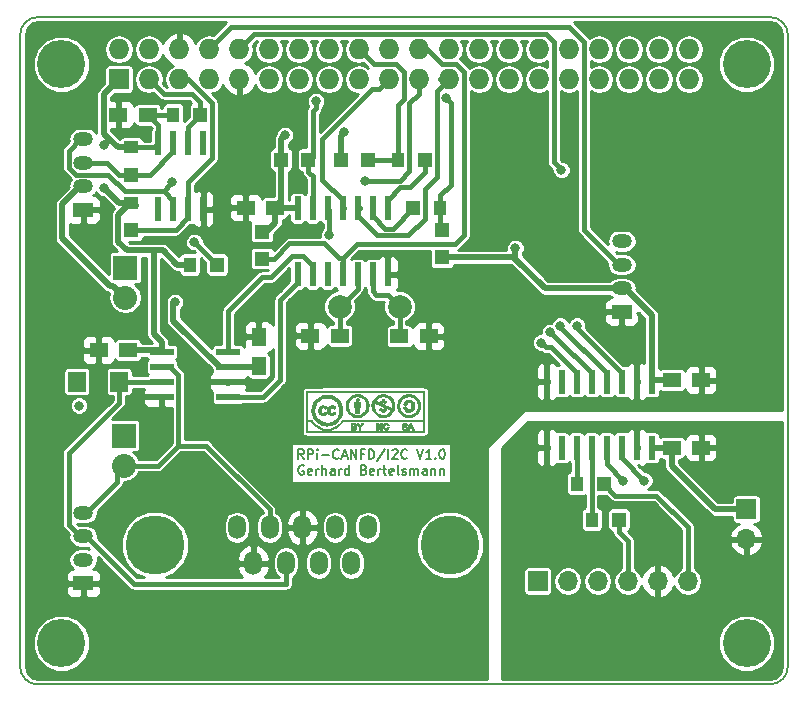
<source format=gtl>
G04 #@! TF.FileFunction,Copper,L1,Top,Signal*
%FSLAX46Y46*%
G04 Gerber Fmt 4.6, Leading zero omitted, Abs format (unit mm)*
G04 Created by KiCad (PCBNEW 4.0.7) date Sunday, 07. January 2018 'u10' 22:10:40*
%MOMM*%
%LPD*%
G01*
G04 APERTURE LIST*
%ADD10C,0.100000*%
%ADD11C,0.150000*%
%ADD12C,0.002540*%
%ADD13C,1.998980*%
%ADD14R,1.699260X1.198880*%
%ADD15O,1.699260X1.198880*%
%ADD16R,1.727200X1.727200*%
%ADD17O,1.727200X1.727200*%
%ADD18C,4.064000*%
%ADD19R,1.500000X1.250000*%
%ADD20R,1.250000X1.500000*%
%ADD21R,1.300000X1.200000*%
%ADD22R,1.200000X1.300000*%
%ADD23R,0.599440X1.998980*%
%ADD24R,1.998980X0.599440*%
%ADD25R,2.032000X2.032000*%
%ADD26O,2.032000X2.032000*%
%ADD27R,1.700000X1.700000*%
%ADD28O,1.700000X1.700000*%
%ADD29R,1.100000X1.300000*%
%ADD30R,1.500000X1.700000*%
%ADD31R,1.300000X1.100000*%
%ADD32C,5.001260*%
%ADD33O,1.501140X1.998980*%
%ADD34C,0.800000*%
%ADD35C,0.381000*%
%ADD36C,0.508000*%
%ADD37C,0.250000*%
%ADD38C,0.254000*%
G04 APERTURE END LIST*
D10*
D11*
X152000668Y-108906905D02*
X151734001Y-108525952D01*
X151543525Y-108906905D02*
X151543525Y-108106905D01*
X151848287Y-108106905D01*
X151924478Y-108145000D01*
X151962573Y-108183095D01*
X152000668Y-108259286D01*
X152000668Y-108373571D01*
X151962573Y-108449762D01*
X151924478Y-108487857D01*
X151848287Y-108525952D01*
X151543525Y-108525952D01*
X152343525Y-108906905D02*
X152343525Y-108106905D01*
X152648287Y-108106905D01*
X152724478Y-108145000D01*
X152762573Y-108183095D01*
X152800668Y-108259286D01*
X152800668Y-108373571D01*
X152762573Y-108449762D01*
X152724478Y-108487857D01*
X152648287Y-108525952D01*
X152343525Y-108525952D01*
X153143525Y-108906905D02*
X153143525Y-108373571D01*
X153143525Y-108106905D02*
X153105430Y-108145000D01*
X153143525Y-108183095D01*
X153181620Y-108145000D01*
X153143525Y-108106905D01*
X153143525Y-108183095D01*
X153524477Y-108602143D02*
X154134001Y-108602143D01*
X154972096Y-108830714D02*
X154934001Y-108868810D01*
X154819715Y-108906905D01*
X154743525Y-108906905D01*
X154629239Y-108868810D01*
X154553048Y-108792619D01*
X154514953Y-108716429D01*
X154476858Y-108564048D01*
X154476858Y-108449762D01*
X154514953Y-108297381D01*
X154553048Y-108221190D01*
X154629239Y-108145000D01*
X154743525Y-108106905D01*
X154819715Y-108106905D01*
X154934001Y-108145000D01*
X154972096Y-108183095D01*
X155276858Y-108678333D02*
X155657810Y-108678333D01*
X155200667Y-108906905D02*
X155467334Y-108106905D01*
X155734001Y-108906905D01*
X156000667Y-108906905D02*
X156000667Y-108106905D01*
X156457810Y-108906905D01*
X156457810Y-108106905D01*
X157105429Y-108487857D02*
X156838762Y-108487857D01*
X156838762Y-108906905D02*
X156838762Y-108106905D01*
X157219715Y-108106905D01*
X157524476Y-108906905D02*
X157524476Y-108106905D01*
X157714952Y-108106905D01*
X157829238Y-108145000D01*
X157905429Y-108221190D01*
X157943524Y-108297381D01*
X157981619Y-108449762D01*
X157981619Y-108564048D01*
X157943524Y-108716429D01*
X157905429Y-108792619D01*
X157829238Y-108868810D01*
X157714952Y-108906905D01*
X157524476Y-108906905D01*
X158895905Y-108068810D02*
X158210190Y-109097381D01*
X159162571Y-108906905D02*
X159162571Y-108106905D01*
X159505428Y-108183095D02*
X159543523Y-108145000D01*
X159619714Y-108106905D01*
X159810190Y-108106905D01*
X159886380Y-108145000D01*
X159924476Y-108183095D01*
X159962571Y-108259286D01*
X159962571Y-108335476D01*
X159924476Y-108449762D01*
X159467333Y-108906905D01*
X159962571Y-108906905D01*
X160762571Y-108830714D02*
X160724476Y-108868810D01*
X160610190Y-108906905D01*
X160534000Y-108906905D01*
X160419714Y-108868810D01*
X160343523Y-108792619D01*
X160305428Y-108716429D01*
X160267333Y-108564048D01*
X160267333Y-108449762D01*
X160305428Y-108297381D01*
X160343523Y-108221190D01*
X160419714Y-108145000D01*
X160534000Y-108106905D01*
X160610190Y-108106905D01*
X160724476Y-108145000D01*
X160762571Y-108183095D01*
X161600666Y-108106905D02*
X161867333Y-108906905D01*
X162134000Y-108106905D01*
X162819714Y-108906905D02*
X162362571Y-108906905D01*
X162591142Y-108906905D02*
X162591142Y-108106905D01*
X162514952Y-108221190D01*
X162438761Y-108297381D01*
X162362571Y-108335476D01*
X163162571Y-108830714D02*
X163200666Y-108868810D01*
X163162571Y-108906905D01*
X163124476Y-108868810D01*
X163162571Y-108830714D01*
X163162571Y-108906905D01*
X163695904Y-108106905D02*
X163772095Y-108106905D01*
X163848285Y-108145000D01*
X163886380Y-108183095D01*
X163924476Y-108259286D01*
X163962571Y-108411667D01*
X163962571Y-108602143D01*
X163924476Y-108754524D01*
X163886380Y-108830714D01*
X163848285Y-108868810D01*
X163772095Y-108906905D01*
X163695904Y-108906905D01*
X163619714Y-108868810D01*
X163581618Y-108830714D01*
X163543523Y-108754524D01*
X163505428Y-108602143D01*
X163505428Y-108411667D01*
X163543523Y-108259286D01*
X163581618Y-108183095D01*
X163619714Y-108145000D01*
X163695904Y-108106905D01*
X152000666Y-109495000D02*
X151924475Y-109456905D01*
X151810190Y-109456905D01*
X151695904Y-109495000D01*
X151619713Y-109571190D01*
X151581618Y-109647381D01*
X151543523Y-109799762D01*
X151543523Y-109914048D01*
X151581618Y-110066429D01*
X151619713Y-110142619D01*
X151695904Y-110218810D01*
X151810190Y-110256905D01*
X151886380Y-110256905D01*
X152000666Y-110218810D01*
X152038761Y-110180714D01*
X152038761Y-109914048D01*
X151886380Y-109914048D01*
X152686380Y-110218810D02*
X152610190Y-110256905D01*
X152457809Y-110256905D01*
X152381618Y-110218810D01*
X152343523Y-110142619D01*
X152343523Y-109837857D01*
X152381618Y-109761667D01*
X152457809Y-109723571D01*
X152610190Y-109723571D01*
X152686380Y-109761667D01*
X152724475Y-109837857D01*
X152724475Y-109914048D01*
X152343523Y-109990238D01*
X153067332Y-110256905D02*
X153067332Y-109723571D01*
X153067332Y-109875952D02*
X153105427Y-109799762D01*
X153143523Y-109761667D01*
X153219713Y-109723571D01*
X153295904Y-109723571D01*
X153562570Y-110256905D02*
X153562570Y-109456905D01*
X153905427Y-110256905D02*
X153905427Y-109837857D01*
X153867332Y-109761667D01*
X153791142Y-109723571D01*
X153676856Y-109723571D01*
X153600665Y-109761667D01*
X153562570Y-109799762D01*
X154629237Y-110256905D02*
X154629237Y-109837857D01*
X154591142Y-109761667D01*
X154514952Y-109723571D01*
X154362571Y-109723571D01*
X154286380Y-109761667D01*
X154629237Y-110218810D02*
X154553047Y-110256905D01*
X154362571Y-110256905D01*
X154286380Y-110218810D01*
X154248285Y-110142619D01*
X154248285Y-110066429D01*
X154286380Y-109990238D01*
X154362571Y-109952143D01*
X154553047Y-109952143D01*
X154629237Y-109914048D01*
X155010190Y-110256905D02*
X155010190Y-109723571D01*
X155010190Y-109875952D02*
X155048285Y-109799762D01*
X155086381Y-109761667D01*
X155162571Y-109723571D01*
X155238762Y-109723571D01*
X155848285Y-110256905D02*
X155848285Y-109456905D01*
X155848285Y-110218810D02*
X155772095Y-110256905D01*
X155619714Y-110256905D01*
X155543523Y-110218810D01*
X155505428Y-110180714D01*
X155467333Y-110104524D01*
X155467333Y-109875952D01*
X155505428Y-109799762D01*
X155543523Y-109761667D01*
X155619714Y-109723571D01*
X155772095Y-109723571D01*
X155848285Y-109761667D01*
X157105429Y-109837857D02*
X157219715Y-109875952D01*
X157257810Y-109914048D01*
X157295905Y-109990238D01*
X157295905Y-110104524D01*
X157257810Y-110180714D01*
X157219715Y-110218810D01*
X157143524Y-110256905D01*
X156838762Y-110256905D01*
X156838762Y-109456905D01*
X157105429Y-109456905D01*
X157181619Y-109495000D01*
X157219715Y-109533095D01*
X157257810Y-109609286D01*
X157257810Y-109685476D01*
X157219715Y-109761667D01*
X157181619Y-109799762D01*
X157105429Y-109837857D01*
X156838762Y-109837857D01*
X157943524Y-110218810D02*
X157867334Y-110256905D01*
X157714953Y-110256905D01*
X157638762Y-110218810D01*
X157600667Y-110142619D01*
X157600667Y-109837857D01*
X157638762Y-109761667D01*
X157714953Y-109723571D01*
X157867334Y-109723571D01*
X157943524Y-109761667D01*
X157981619Y-109837857D01*
X157981619Y-109914048D01*
X157600667Y-109990238D01*
X158324476Y-110256905D02*
X158324476Y-109723571D01*
X158324476Y-109875952D02*
X158362571Y-109799762D01*
X158400667Y-109761667D01*
X158476857Y-109723571D01*
X158553048Y-109723571D01*
X158705428Y-109723571D02*
X159010190Y-109723571D01*
X158819714Y-109456905D02*
X158819714Y-110142619D01*
X158857809Y-110218810D01*
X158934000Y-110256905D01*
X159010190Y-110256905D01*
X159581619Y-110218810D02*
X159505429Y-110256905D01*
X159353048Y-110256905D01*
X159276857Y-110218810D01*
X159238762Y-110142619D01*
X159238762Y-109837857D01*
X159276857Y-109761667D01*
X159353048Y-109723571D01*
X159505429Y-109723571D01*
X159581619Y-109761667D01*
X159619714Y-109837857D01*
X159619714Y-109914048D01*
X159238762Y-109990238D01*
X160076857Y-110256905D02*
X160000666Y-110218810D01*
X159962571Y-110142619D01*
X159962571Y-109456905D01*
X160343524Y-110218810D02*
X160419714Y-110256905D01*
X160572095Y-110256905D01*
X160648286Y-110218810D01*
X160686381Y-110142619D01*
X160686381Y-110104524D01*
X160648286Y-110028333D01*
X160572095Y-109990238D01*
X160457810Y-109990238D01*
X160381619Y-109952143D01*
X160343524Y-109875952D01*
X160343524Y-109837857D01*
X160381619Y-109761667D01*
X160457810Y-109723571D01*
X160572095Y-109723571D01*
X160648286Y-109761667D01*
X161029238Y-110256905D02*
X161029238Y-109723571D01*
X161029238Y-109799762D02*
X161067333Y-109761667D01*
X161143524Y-109723571D01*
X161257810Y-109723571D01*
X161334000Y-109761667D01*
X161372095Y-109837857D01*
X161372095Y-110256905D01*
X161372095Y-109837857D02*
X161410191Y-109761667D01*
X161486381Y-109723571D01*
X161600667Y-109723571D01*
X161676857Y-109761667D01*
X161714952Y-109837857D01*
X161714952Y-110256905D01*
X162438762Y-110256905D02*
X162438762Y-109837857D01*
X162400667Y-109761667D01*
X162324477Y-109723571D01*
X162172096Y-109723571D01*
X162095905Y-109761667D01*
X162438762Y-110218810D02*
X162362572Y-110256905D01*
X162172096Y-110256905D01*
X162095905Y-110218810D01*
X162057810Y-110142619D01*
X162057810Y-110066429D01*
X162095905Y-109990238D01*
X162172096Y-109952143D01*
X162362572Y-109952143D01*
X162438762Y-109914048D01*
X162819715Y-109723571D02*
X162819715Y-110256905D01*
X162819715Y-109799762D02*
X162857810Y-109761667D01*
X162934001Y-109723571D01*
X163048287Y-109723571D01*
X163124477Y-109761667D01*
X163162572Y-109837857D01*
X163162572Y-110256905D01*
X163543525Y-109723571D02*
X163543525Y-110256905D01*
X163543525Y-109799762D02*
X163581620Y-109761667D01*
X163657811Y-109723571D01*
X163772097Y-109723571D01*
X163848287Y-109761667D01*
X163886382Y-109837857D01*
X163886382Y-110256905D01*
X129500000Y-71500000D02*
X191500000Y-71500000D01*
X128000000Y-126500000D02*
X128000000Y-73000000D01*
X191500000Y-128000000D02*
X129500000Y-128000000D01*
X193000000Y-73000000D02*
X193000000Y-126500000D01*
X129500000Y-71500000D02*
G75*
G03X128000000Y-73000000I0J-1500000D01*
G01*
X128000000Y-126500000D02*
G75*
G03X129500000Y-128000000I1500000J0D01*
G01*
X191500000Y-128000000D02*
G75*
G03X193000000Y-126500000I0J1500000D01*
G01*
X193000000Y-73000000D02*
G75*
G03X191500000Y-71500000I-1500000J0D01*
G01*
D12*
G36*
X162224720Y-106652060D02*
X162135820Y-106652060D01*
X162135820Y-105600500D01*
X162135820Y-104452420D01*
X162135820Y-103301800D01*
X162105340Y-103271320D01*
X162077400Y-103243380D01*
X157226000Y-103243380D01*
X152374600Y-103243380D01*
X152346660Y-103271320D01*
X152316180Y-103301800D01*
X152316180Y-104452420D01*
X152316180Y-105600500D01*
X152493980Y-105600500D01*
X152671780Y-105600500D01*
X152737820Y-105702100D01*
X152834340Y-105834180D01*
X152946100Y-105953560D01*
X153070560Y-106060240D01*
X153207720Y-106154220D01*
X153352500Y-106232960D01*
X153507440Y-106293920D01*
X153670000Y-106339640D01*
X153799540Y-106359960D01*
X153865580Y-106365040D01*
X153946860Y-106367580D01*
X154033220Y-106365040D01*
X154119580Y-106357420D01*
X154198320Y-106349800D01*
X154244040Y-106342180D01*
X154414220Y-106296460D01*
X154571700Y-106238040D01*
X154721560Y-106159300D01*
X154858720Y-106065320D01*
X154988260Y-105951020D01*
X155041600Y-105897680D01*
X155084780Y-105849420D01*
X155130500Y-105793540D01*
X155171140Y-105740200D01*
X155196540Y-105702100D01*
X155262580Y-105603040D01*
X158696660Y-105600500D01*
X162135820Y-105600500D01*
X162135820Y-106652060D01*
X162125660Y-106652060D01*
X162125660Y-106570780D01*
X162125660Y-106131360D01*
X162125660Y-105691940D01*
X158724600Y-105691940D01*
X155328620Y-105691940D01*
X155265120Y-105783380D01*
X155188920Y-105890060D01*
X155115260Y-105984040D01*
X155036520Y-106062780D01*
X154955240Y-106128820D01*
X154863800Y-106192320D01*
X154795220Y-106232960D01*
X154686000Y-106288840D01*
X154589480Y-106334560D01*
X154498040Y-106370120D01*
X154404060Y-106400600D01*
X154307540Y-106426000D01*
X154302460Y-106426000D01*
X154157680Y-106451400D01*
X154025600Y-106464100D01*
X153896060Y-106464100D01*
X153763980Y-106451400D01*
X153629360Y-106426000D01*
X153476960Y-106380280D01*
X153324560Y-106314240D01*
X153167080Y-106230420D01*
X153009600Y-106126280D01*
X152956260Y-106088180D01*
X152915620Y-106055160D01*
X152869900Y-106009440D01*
X152819100Y-105958640D01*
X152765760Y-105902760D01*
X152717500Y-105846880D01*
X152674320Y-105796080D01*
X152641300Y-105750360D01*
X152626060Y-105722420D01*
X152608280Y-105691940D01*
X152458420Y-105691940D01*
X152306020Y-105691940D01*
X152306020Y-106131360D01*
X152306020Y-106570780D01*
X157218380Y-106570780D01*
X162125660Y-106570780D01*
X162125660Y-106652060D01*
X157231080Y-106652060D01*
X152239980Y-106652060D01*
X152232360Y-106507280D01*
X152232360Y-106479340D01*
X152229820Y-106433620D01*
X152229820Y-106370120D01*
X152229820Y-106291380D01*
X152229820Y-106199940D01*
X152227280Y-106098340D01*
X152227280Y-105981500D01*
X152227280Y-105857040D01*
X152227280Y-105724960D01*
X152227280Y-105582720D01*
X152227280Y-105435400D01*
X152227280Y-105283000D01*
X152227280Y-105128060D01*
X152227280Y-104970580D01*
X152229820Y-104815640D01*
X152229820Y-104655620D01*
X152229820Y-104498140D01*
X152229820Y-104345740D01*
X152229820Y-104193340D01*
X152232360Y-104048560D01*
X152232360Y-103911400D01*
X152232360Y-103781860D01*
X152232360Y-103659940D01*
X152234900Y-103548180D01*
X152234900Y-103449120D01*
X152234900Y-103362760D01*
X152237440Y-103289100D01*
X152237440Y-103233220D01*
X152237440Y-103192580D01*
X152239980Y-103169720D01*
X152239980Y-103167180D01*
X152250140Y-103164640D01*
X152280620Y-103164640D01*
X152328880Y-103164640D01*
X152394920Y-103164640D01*
X152476200Y-103164640D01*
X152577800Y-103164640D01*
X152692100Y-103162100D01*
X152821640Y-103162100D01*
X152966420Y-103162100D01*
X153123900Y-103162100D01*
X153294080Y-103162100D01*
X153474420Y-103162100D01*
X153667460Y-103159560D01*
X153870660Y-103159560D01*
X154084020Y-103159560D01*
X154307540Y-103159560D01*
X154538680Y-103159560D01*
X154774900Y-103159560D01*
X155021280Y-103159560D01*
X155272740Y-103159560D01*
X155529280Y-103157020D01*
X155788360Y-103157020D01*
X156055060Y-103157020D01*
X156321760Y-103157020D01*
X156593540Y-103157020D01*
X156865320Y-103157020D01*
X157137100Y-103157020D01*
X157408880Y-103157020D01*
X157680660Y-103157020D01*
X157952440Y-103157020D01*
X158221680Y-103157020D01*
X158488380Y-103157020D01*
X158750000Y-103157020D01*
X159009080Y-103157020D01*
X159263080Y-103157020D01*
X159512000Y-103157020D01*
X159753300Y-103157020D01*
X159989520Y-103157020D01*
X160215580Y-103157020D01*
X160434020Y-103157020D01*
X160642300Y-103157020D01*
X160840420Y-103157020D01*
X161030920Y-103157020D01*
X161206180Y-103157020D01*
X161371280Y-103157020D01*
X161521140Y-103157020D01*
X161658300Y-103157020D01*
X161782760Y-103157020D01*
X161889440Y-103157020D01*
X161980880Y-103159560D01*
X162057080Y-103159560D01*
X162115500Y-103159560D01*
X162153600Y-103159560D01*
X162176460Y-103159560D01*
X162179000Y-103159560D01*
X162224720Y-103164640D01*
X162224720Y-104907080D01*
X162224720Y-106652060D01*
X162224720Y-106652060D01*
X162224720Y-106652060D01*
G37*
X162224720Y-106652060D02*
X162135820Y-106652060D01*
X162135820Y-105600500D01*
X162135820Y-104452420D01*
X162135820Y-103301800D01*
X162105340Y-103271320D01*
X162077400Y-103243380D01*
X157226000Y-103243380D01*
X152374600Y-103243380D01*
X152346660Y-103271320D01*
X152316180Y-103301800D01*
X152316180Y-104452420D01*
X152316180Y-105600500D01*
X152493980Y-105600500D01*
X152671780Y-105600500D01*
X152737820Y-105702100D01*
X152834340Y-105834180D01*
X152946100Y-105953560D01*
X153070560Y-106060240D01*
X153207720Y-106154220D01*
X153352500Y-106232960D01*
X153507440Y-106293920D01*
X153670000Y-106339640D01*
X153799540Y-106359960D01*
X153865580Y-106365040D01*
X153946860Y-106367580D01*
X154033220Y-106365040D01*
X154119580Y-106357420D01*
X154198320Y-106349800D01*
X154244040Y-106342180D01*
X154414220Y-106296460D01*
X154571700Y-106238040D01*
X154721560Y-106159300D01*
X154858720Y-106065320D01*
X154988260Y-105951020D01*
X155041600Y-105897680D01*
X155084780Y-105849420D01*
X155130500Y-105793540D01*
X155171140Y-105740200D01*
X155196540Y-105702100D01*
X155262580Y-105603040D01*
X158696660Y-105600500D01*
X162135820Y-105600500D01*
X162135820Y-106652060D01*
X162125660Y-106652060D01*
X162125660Y-106570780D01*
X162125660Y-106131360D01*
X162125660Y-105691940D01*
X158724600Y-105691940D01*
X155328620Y-105691940D01*
X155265120Y-105783380D01*
X155188920Y-105890060D01*
X155115260Y-105984040D01*
X155036520Y-106062780D01*
X154955240Y-106128820D01*
X154863800Y-106192320D01*
X154795220Y-106232960D01*
X154686000Y-106288840D01*
X154589480Y-106334560D01*
X154498040Y-106370120D01*
X154404060Y-106400600D01*
X154307540Y-106426000D01*
X154302460Y-106426000D01*
X154157680Y-106451400D01*
X154025600Y-106464100D01*
X153896060Y-106464100D01*
X153763980Y-106451400D01*
X153629360Y-106426000D01*
X153476960Y-106380280D01*
X153324560Y-106314240D01*
X153167080Y-106230420D01*
X153009600Y-106126280D01*
X152956260Y-106088180D01*
X152915620Y-106055160D01*
X152869900Y-106009440D01*
X152819100Y-105958640D01*
X152765760Y-105902760D01*
X152717500Y-105846880D01*
X152674320Y-105796080D01*
X152641300Y-105750360D01*
X152626060Y-105722420D01*
X152608280Y-105691940D01*
X152458420Y-105691940D01*
X152306020Y-105691940D01*
X152306020Y-106131360D01*
X152306020Y-106570780D01*
X157218380Y-106570780D01*
X162125660Y-106570780D01*
X162125660Y-106652060D01*
X157231080Y-106652060D01*
X152239980Y-106652060D01*
X152232360Y-106507280D01*
X152232360Y-106479340D01*
X152229820Y-106433620D01*
X152229820Y-106370120D01*
X152229820Y-106291380D01*
X152229820Y-106199940D01*
X152227280Y-106098340D01*
X152227280Y-105981500D01*
X152227280Y-105857040D01*
X152227280Y-105724960D01*
X152227280Y-105582720D01*
X152227280Y-105435400D01*
X152227280Y-105283000D01*
X152227280Y-105128060D01*
X152227280Y-104970580D01*
X152229820Y-104815640D01*
X152229820Y-104655620D01*
X152229820Y-104498140D01*
X152229820Y-104345740D01*
X152229820Y-104193340D01*
X152232360Y-104048560D01*
X152232360Y-103911400D01*
X152232360Y-103781860D01*
X152232360Y-103659940D01*
X152234900Y-103548180D01*
X152234900Y-103449120D01*
X152234900Y-103362760D01*
X152237440Y-103289100D01*
X152237440Y-103233220D01*
X152237440Y-103192580D01*
X152239980Y-103169720D01*
X152239980Y-103167180D01*
X152250140Y-103164640D01*
X152280620Y-103164640D01*
X152328880Y-103164640D01*
X152394920Y-103164640D01*
X152476200Y-103164640D01*
X152577800Y-103164640D01*
X152692100Y-103162100D01*
X152821640Y-103162100D01*
X152966420Y-103162100D01*
X153123900Y-103162100D01*
X153294080Y-103162100D01*
X153474420Y-103162100D01*
X153667460Y-103159560D01*
X153870660Y-103159560D01*
X154084020Y-103159560D01*
X154307540Y-103159560D01*
X154538680Y-103159560D01*
X154774900Y-103159560D01*
X155021280Y-103159560D01*
X155272740Y-103159560D01*
X155529280Y-103157020D01*
X155788360Y-103157020D01*
X156055060Y-103157020D01*
X156321760Y-103157020D01*
X156593540Y-103157020D01*
X156865320Y-103157020D01*
X157137100Y-103157020D01*
X157408880Y-103157020D01*
X157680660Y-103157020D01*
X157952440Y-103157020D01*
X158221680Y-103157020D01*
X158488380Y-103157020D01*
X158750000Y-103157020D01*
X159009080Y-103157020D01*
X159263080Y-103157020D01*
X159512000Y-103157020D01*
X159753300Y-103157020D01*
X159989520Y-103157020D01*
X160215580Y-103157020D01*
X160434020Y-103157020D01*
X160642300Y-103157020D01*
X160840420Y-103157020D01*
X161030920Y-103157020D01*
X161206180Y-103157020D01*
X161371280Y-103157020D01*
X161521140Y-103157020D01*
X161658300Y-103157020D01*
X161782760Y-103157020D01*
X161889440Y-103157020D01*
X161980880Y-103159560D01*
X162057080Y-103159560D01*
X162115500Y-103159560D01*
X162153600Y-103159560D01*
X162176460Y-103159560D01*
X162179000Y-103159560D01*
X162224720Y-103164640D01*
X162224720Y-104907080D01*
X162224720Y-106652060D01*
X162224720Y-106652060D01*
G36*
X159214820Y-106220260D02*
X159209740Y-106248200D01*
X159184340Y-106319320D01*
X159146240Y-106372660D01*
X159095440Y-106413300D01*
X159034480Y-106436160D01*
X158963360Y-106443780D01*
X158920180Y-106438700D01*
X158866840Y-106428540D01*
X158826200Y-106408220D01*
X158785560Y-106375200D01*
X158767780Y-106357420D01*
X158729680Y-106301540D01*
X158704280Y-106235500D01*
X158696660Y-106166920D01*
X158701740Y-106095800D01*
X158719520Y-106027220D01*
X158755080Y-105966260D01*
X158775400Y-105940860D01*
X158828740Y-105900220D01*
X158889700Y-105874820D01*
X158953200Y-105864660D01*
X159016700Y-105869740D01*
X159075120Y-105887520D01*
X159128460Y-105920540D01*
X159171640Y-105966260D01*
X159184340Y-105991660D01*
X159197040Y-106019600D01*
X159204660Y-106045000D01*
X159204660Y-106050080D01*
X159202120Y-106062780D01*
X159191960Y-106067860D01*
X159169100Y-106070400D01*
X159151320Y-106070400D01*
X159118300Y-106070400D01*
X159100520Y-106065320D01*
X159087820Y-106055160D01*
X159080200Y-106039920D01*
X159049720Y-106001820D01*
X159011620Y-105981500D01*
X158968440Y-105971340D01*
X158925260Y-105978960D01*
X158884620Y-105999280D01*
X158851600Y-106034840D01*
X158841440Y-106055160D01*
X158828740Y-106095800D01*
X158823660Y-106149140D01*
X158826200Y-106202480D01*
X158836360Y-106248200D01*
X158841440Y-106258360D01*
X158871920Y-106301540D01*
X158912560Y-106326940D01*
X158958280Y-106339640D01*
X159004000Y-106334560D01*
X159024320Y-106324400D01*
X159052260Y-106304080D01*
X159072580Y-106273600D01*
X159085280Y-106243120D01*
X159085280Y-106235500D01*
X159087820Y-106227880D01*
X159103060Y-106222800D01*
X159131000Y-106220260D01*
X159148780Y-106220260D01*
X159214820Y-106220260D01*
X159214820Y-106220260D01*
X159214820Y-106220260D01*
G37*
X159214820Y-106220260D02*
X159209740Y-106248200D01*
X159184340Y-106319320D01*
X159146240Y-106372660D01*
X159095440Y-106413300D01*
X159034480Y-106436160D01*
X158963360Y-106443780D01*
X158920180Y-106438700D01*
X158866840Y-106428540D01*
X158826200Y-106408220D01*
X158785560Y-106375200D01*
X158767780Y-106357420D01*
X158729680Y-106301540D01*
X158704280Y-106235500D01*
X158696660Y-106166920D01*
X158701740Y-106095800D01*
X158719520Y-106027220D01*
X158755080Y-105966260D01*
X158775400Y-105940860D01*
X158828740Y-105900220D01*
X158889700Y-105874820D01*
X158953200Y-105864660D01*
X159016700Y-105869740D01*
X159075120Y-105887520D01*
X159128460Y-105920540D01*
X159171640Y-105966260D01*
X159184340Y-105991660D01*
X159197040Y-106019600D01*
X159204660Y-106045000D01*
X159204660Y-106050080D01*
X159202120Y-106062780D01*
X159191960Y-106067860D01*
X159169100Y-106070400D01*
X159151320Y-106070400D01*
X159118300Y-106070400D01*
X159100520Y-106065320D01*
X159087820Y-106055160D01*
X159080200Y-106039920D01*
X159049720Y-106001820D01*
X159011620Y-105981500D01*
X158968440Y-105971340D01*
X158925260Y-105978960D01*
X158884620Y-105999280D01*
X158851600Y-106034840D01*
X158841440Y-106055160D01*
X158828740Y-106095800D01*
X158823660Y-106149140D01*
X158826200Y-106202480D01*
X158836360Y-106248200D01*
X158841440Y-106258360D01*
X158871920Y-106301540D01*
X158912560Y-106326940D01*
X158958280Y-106339640D01*
X159004000Y-106334560D01*
X159024320Y-106324400D01*
X159052260Y-106304080D01*
X159072580Y-106273600D01*
X159085280Y-106243120D01*
X159085280Y-106235500D01*
X159087820Y-106227880D01*
X159103060Y-106222800D01*
X159131000Y-106220260D01*
X159148780Y-106220260D01*
X159214820Y-106220260D01*
X159214820Y-106220260D01*
G36*
X160764220Y-106291380D02*
X160754060Y-106329480D01*
X160731200Y-106365040D01*
X160723580Y-106375200D01*
X160685480Y-106408220D01*
X160632140Y-106431080D01*
X160571180Y-106443780D01*
X160507680Y-106443780D01*
X160500060Y-106443780D01*
X160428940Y-106428540D01*
X160373060Y-106398060D01*
X160332420Y-106357420D01*
X160307020Y-106304080D01*
X160304480Y-106299000D01*
X160299400Y-106268520D01*
X160304480Y-106250740D01*
X160322260Y-106243120D01*
X160355280Y-106243120D01*
X160365440Y-106243120D01*
X160395920Y-106245660D01*
X160413700Y-106250740D01*
X160423860Y-106263440D01*
X160428940Y-106281220D01*
X160449260Y-106314240D01*
X160482280Y-106339640D01*
X160525460Y-106349800D01*
X160573720Y-106344720D01*
X160601660Y-106337100D01*
X160632140Y-106319320D01*
X160644840Y-106296460D01*
X160642300Y-106268520D01*
X160634680Y-106253280D01*
X160619440Y-106240580D01*
X160594040Y-106227880D01*
X160555940Y-106212640D01*
X160502600Y-106194860D01*
X160474660Y-106187240D01*
X160426400Y-106172000D01*
X160393380Y-106156760D01*
X160370520Y-106141520D01*
X160357820Y-106126280D01*
X160327340Y-106080560D01*
X160317180Y-106037380D01*
X160322260Y-105991660D01*
X160342580Y-105951020D01*
X160375600Y-105915460D01*
X160418780Y-105887520D01*
X160469580Y-105869740D01*
X160528000Y-105864660D01*
X160583880Y-105869740D01*
X160647380Y-105890060D01*
X160695640Y-105918000D01*
X160726120Y-105958640D01*
X160741360Y-106009440D01*
X160741360Y-106009440D01*
X160746440Y-106050080D01*
X160690560Y-106050080D01*
X160657540Y-106050080D01*
X160639760Y-106045000D01*
X160629600Y-106037380D01*
X160621980Y-106019600D01*
X160604200Y-105989120D01*
X160571180Y-105971340D01*
X160533080Y-105961180D01*
X160494980Y-105966260D01*
X160461960Y-105981500D01*
X160459420Y-105986580D01*
X160441640Y-106006900D01*
X160436560Y-106024680D01*
X160446720Y-106042460D01*
X160451800Y-106050080D01*
X160474660Y-106062780D01*
X160515300Y-106080560D01*
X160573720Y-106098340D01*
X160578800Y-106098340D01*
X160644840Y-106121200D01*
X160695640Y-106141520D01*
X160728660Y-106166920D01*
X160751520Y-106197400D01*
X160761680Y-106235500D01*
X160761680Y-106243120D01*
X160764220Y-106291380D01*
X160764220Y-106291380D01*
X160764220Y-106291380D01*
G37*
X160764220Y-106291380D02*
X160754060Y-106329480D01*
X160731200Y-106365040D01*
X160723580Y-106375200D01*
X160685480Y-106408220D01*
X160632140Y-106431080D01*
X160571180Y-106443780D01*
X160507680Y-106443780D01*
X160500060Y-106443780D01*
X160428940Y-106428540D01*
X160373060Y-106398060D01*
X160332420Y-106357420D01*
X160307020Y-106304080D01*
X160304480Y-106299000D01*
X160299400Y-106268520D01*
X160304480Y-106250740D01*
X160322260Y-106243120D01*
X160355280Y-106243120D01*
X160365440Y-106243120D01*
X160395920Y-106245660D01*
X160413700Y-106250740D01*
X160423860Y-106263440D01*
X160428940Y-106281220D01*
X160449260Y-106314240D01*
X160482280Y-106339640D01*
X160525460Y-106349800D01*
X160573720Y-106344720D01*
X160601660Y-106337100D01*
X160632140Y-106319320D01*
X160644840Y-106296460D01*
X160642300Y-106268520D01*
X160634680Y-106253280D01*
X160619440Y-106240580D01*
X160594040Y-106227880D01*
X160555940Y-106212640D01*
X160502600Y-106194860D01*
X160474660Y-106187240D01*
X160426400Y-106172000D01*
X160393380Y-106156760D01*
X160370520Y-106141520D01*
X160357820Y-106126280D01*
X160327340Y-106080560D01*
X160317180Y-106037380D01*
X160322260Y-105991660D01*
X160342580Y-105951020D01*
X160375600Y-105915460D01*
X160418780Y-105887520D01*
X160469580Y-105869740D01*
X160528000Y-105864660D01*
X160583880Y-105869740D01*
X160647380Y-105890060D01*
X160695640Y-105918000D01*
X160726120Y-105958640D01*
X160741360Y-106009440D01*
X160741360Y-106009440D01*
X160746440Y-106050080D01*
X160690560Y-106050080D01*
X160657540Y-106050080D01*
X160639760Y-106045000D01*
X160629600Y-106037380D01*
X160621980Y-106019600D01*
X160604200Y-105989120D01*
X160571180Y-105971340D01*
X160533080Y-105961180D01*
X160494980Y-105966260D01*
X160461960Y-105981500D01*
X160459420Y-105986580D01*
X160441640Y-106006900D01*
X160436560Y-106024680D01*
X160446720Y-106042460D01*
X160451800Y-106050080D01*
X160474660Y-106062780D01*
X160515300Y-106080560D01*
X160573720Y-106098340D01*
X160578800Y-106098340D01*
X160644840Y-106121200D01*
X160695640Y-106141520D01*
X160728660Y-106166920D01*
X160751520Y-106197400D01*
X160761680Y-106235500D01*
X160761680Y-106243120D01*
X160764220Y-106291380D01*
X160764220Y-106291380D01*
G36*
X156464000Y-106291380D02*
X156448760Y-106342180D01*
X156415740Y-106385360D01*
X156372560Y-106410760D01*
X156354780Y-106418380D01*
X156337000Y-106423460D01*
X156337000Y-106260900D01*
X156334460Y-106230420D01*
X156321760Y-106210100D01*
X156316680Y-106207560D01*
X156316680Y-106032300D01*
X156306520Y-106004360D01*
X156301440Y-105996740D01*
X156286200Y-105986580D01*
X156258260Y-105981500D01*
X156217620Y-105981500D01*
X156207460Y-105981500D01*
X156128720Y-105981500D01*
X156126180Y-106011980D01*
X156123640Y-106045000D01*
X156126180Y-106072940D01*
X156128720Y-106088180D01*
X156133800Y-106095800D01*
X156149040Y-106100880D01*
X156176980Y-106100880D01*
X156199840Y-106100880D01*
X156250640Y-106098340D01*
X156286200Y-106090720D01*
X156293820Y-106085640D01*
X156311600Y-106062780D01*
X156316680Y-106032300D01*
X156316680Y-106207560D01*
X156296360Y-106197400D01*
X156258260Y-106192320D01*
X156210000Y-106189780D01*
X156126180Y-106189780D01*
X156126180Y-106260900D01*
X156126180Y-106332020D01*
X156215080Y-106332020D01*
X156260800Y-106329480D01*
X156291280Y-106326940D01*
X156311600Y-106319320D01*
X156319220Y-106314240D01*
X156334460Y-106288840D01*
X156337000Y-106260900D01*
X156337000Y-106423460D01*
X156331920Y-106423460D01*
X156303980Y-106428540D01*
X156265880Y-106428540D01*
X156212540Y-106431080D01*
X156164280Y-106431080D01*
X155996640Y-106431080D01*
X155996640Y-106156760D01*
X155996640Y-105879900D01*
X156161740Y-105879900D01*
X156235400Y-105882440D01*
X156288740Y-105882440D01*
X156331920Y-105887520D01*
X156362400Y-105895140D01*
X156385260Y-105905300D01*
X156403040Y-105920540D01*
X156410660Y-105928160D01*
X156425900Y-105956100D01*
X156433520Y-105994200D01*
X156436060Y-106034840D01*
X156433520Y-106055160D01*
X156420820Y-106080560D01*
X156400500Y-106105960D01*
X156397960Y-106108500D01*
X156382720Y-106126280D01*
X156380180Y-106136440D01*
X156387800Y-106138980D01*
X156413200Y-106156760D01*
X156441140Y-106184700D01*
X156458920Y-106220260D01*
X156461460Y-106235500D01*
X156464000Y-106291380D01*
X156464000Y-106291380D01*
X156464000Y-106291380D01*
G37*
X156464000Y-106291380D02*
X156448760Y-106342180D01*
X156415740Y-106385360D01*
X156372560Y-106410760D01*
X156354780Y-106418380D01*
X156337000Y-106423460D01*
X156337000Y-106260900D01*
X156334460Y-106230420D01*
X156321760Y-106210100D01*
X156316680Y-106207560D01*
X156316680Y-106032300D01*
X156306520Y-106004360D01*
X156301440Y-105996740D01*
X156286200Y-105986580D01*
X156258260Y-105981500D01*
X156217620Y-105981500D01*
X156207460Y-105981500D01*
X156128720Y-105981500D01*
X156126180Y-106011980D01*
X156123640Y-106045000D01*
X156126180Y-106072940D01*
X156128720Y-106088180D01*
X156133800Y-106095800D01*
X156149040Y-106100880D01*
X156176980Y-106100880D01*
X156199840Y-106100880D01*
X156250640Y-106098340D01*
X156286200Y-106090720D01*
X156293820Y-106085640D01*
X156311600Y-106062780D01*
X156316680Y-106032300D01*
X156316680Y-106207560D01*
X156296360Y-106197400D01*
X156258260Y-106192320D01*
X156210000Y-106189780D01*
X156126180Y-106189780D01*
X156126180Y-106260900D01*
X156126180Y-106332020D01*
X156215080Y-106332020D01*
X156260800Y-106329480D01*
X156291280Y-106326940D01*
X156311600Y-106319320D01*
X156319220Y-106314240D01*
X156334460Y-106288840D01*
X156337000Y-106260900D01*
X156337000Y-106423460D01*
X156331920Y-106423460D01*
X156303980Y-106428540D01*
X156265880Y-106428540D01*
X156212540Y-106431080D01*
X156164280Y-106431080D01*
X155996640Y-106431080D01*
X155996640Y-106156760D01*
X155996640Y-105879900D01*
X156161740Y-105879900D01*
X156235400Y-105882440D01*
X156288740Y-105882440D01*
X156331920Y-105887520D01*
X156362400Y-105895140D01*
X156385260Y-105905300D01*
X156403040Y-105920540D01*
X156410660Y-105928160D01*
X156425900Y-105956100D01*
X156433520Y-105994200D01*
X156436060Y-106034840D01*
X156433520Y-106055160D01*
X156420820Y-106080560D01*
X156400500Y-106105960D01*
X156397960Y-106108500D01*
X156382720Y-106126280D01*
X156380180Y-106136440D01*
X156387800Y-106138980D01*
X156413200Y-106156760D01*
X156441140Y-106184700D01*
X156458920Y-106220260D01*
X156461460Y-106235500D01*
X156464000Y-106291380D01*
X156464000Y-106291380D01*
G36*
X157015180Y-105879900D02*
X156911040Y-106055160D01*
X156806900Y-106230420D01*
X156806900Y-106329480D01*
X156806900Y-106431080D01*
X156748480Y-106431080D01*
X156687520Y-106431080D01*
X156687520Y-106324400D01*
X156687520Y-106217720D01*
X156591000Y-106057700D01*
X156560520Y-106006900D01*
X156532580Y-105961180D01*
X156512260Y-105923080D01*
X156497020Y-105900220D01*
X156489400Y-105887520D01*
X156497020Y-105884980D01*
X156519880Y-105882440D01*
X156552900Y-105879900D01*
X156555440Y-105879900D01*
X156626560Y-105879900D01*
X156687520Y-105986580D01*
X156715460Y-106034840D01*
X156735780Y-106065320D01*
X156751020Y-106080560D01*
X156758640Y-106080560D01*
X156766260Y-106065320D01*
X156781500Y-106039920D01*
X156804360Y-106001820D01*
X156819600Y-105976420D01*
X156872940Y-105884980D01*
X156944060Y-105882440D01*
X157015180Y-105879900D01*
X157015180Y-105879900D01*
X157015180Y-105879900D01*
G37*
X157015180Y-105879900D02*
X156911040Y-106055160D01*
X156806900Y-106230420D01*
X156806900Y-106329480D01*
X156806900Y-106431080D01*
X156748480Y-106431080D01*
X156687520Y-106431080D01*
X156687520Y-106324400D01*
X156687520Y-106217720D01*
X156591000Y-106057700D01*
X156560520Y-106006900D01*
X156532580Y-105961180D01*
X156512260Y-105923080D01*
X156497020Y-105900220D01*
X156489400Y-105887520D01*
X156497020Y-105884980D01*
X156519880Y-105882440D01*
X156552900Y-105879900D01*
X156555440Y-105879900D01*
X156626560Y-105879900D01*
X156687520Y-105986580D01*
X156715460Y-106034840D01*
X156735780Y-106065320D01*
X156751020Y-106080560D01*
X156758640Y-106080560D01*
X156766260Y-106065320D01*
X156781500Y-106039920D01*
X156804360Y-106001820D01*
X156819600Y-105976420D01*
X156872940Y-105884980D01*
X156944060Y-105882440D01*
X157015180Y-105879900D01*
X157015180Y-105879900D01*
G36*
X158615380Y-106431080D02*
X158551880Y-106431080D01*
X158490920Y-106431080D01*
X158379160Y-106253280D01*
X158269940Y-106078020D01*
X158267400Y-106255820D01*
X158264860Y-106431080D01*
X158203900Y-106431080D01*
X158145480Y-106431080D01*
X158145480Y-106156760D01*
X158145480Y-105879900D01*
X158208980Y-105879900D01*
X158272480Y-105879900D01*
X158379160Y-106055160D01*
X158412180Y-106108500D01*
X158442660Y-106154220D01*
X158465520Y-106189780D01*
X158483300Y-106215180D01*
X158490920Y-106225340D01*
X158493460Y-106225340D01*
X158493460Y-106215180D01*
X158496000Y-106187240D01*
X158496000Y-106146600D01*
X158496000Y-106095800D01*
X158496000Y-106052620D01*
X158493460Y-105879900D01*
X158554420Y-105879900D01*
X158615380Y-105879900D01*
X158615380Y-106156760D01*
X158615380Y-106431080D01*
X158615380Y-106431080D01*
X158615380Y-106431080D01*
G37*
X158615380Y-106431080D02*
X158551880Y-106431080D01*
X158490920Y-106431080D01*
X158379160Y-106253280D01*
X158269940Y-106078020D01*
X158267400Y-106255820D01*
X158264860Y-106431080D01*
X158203900Y-106431080D01*
X158145480Y-106431080D01*
X158145480Y-106156760D01*
X158145480Y-105879900D01*
X158208980Y-105879900D01*
X158272480Y-105879900D01*
X158379160Y-106055160D01*
X158412180Y-106108500D01*
X158442660Y-106154220D01*
X158465520Y-106189780D01*
X158483300Y-106215180D01*
X158490920Y-106225340D01*
X158493460Y-106225340D01*
X158493460Y-106215180D01*
X158496000Y-106187240D01*
X158496000Y-106146600D01*
X158496000Y-106095800D01*
X158496000Y-106052620D01*
X158493460Y-105879900D01*
X158554420Y-105879900D01*
X158615380Y-105879900D01*
X158615380Y-106156760D01*
X158615380Y-106431080D01*
X158615380Y-106431080D01*
G36*
X161315400Y-106423460D02*
X161305240Y-106428540D01*
X161282380Y-106431080D01*
X161251900Y-106431080D01*
X161188400Y-106431080D01*
X161170620Y-106370120D01*
X161152840Y-106311700D01*
X161114740Y-106311700D01*
X161114740Y-106210100D01*
X161084260Y-106121200D01*
X161069020Y-106083100D01*
X161058860Y-106052620D01*
X161048700Y-106039920D01*
X161046160Y-106037380D01*
X161038540Y-106050080D01*
X161028380Y-106075480D01*
X161015680Y-106108500D01*
X161002980Y-106144060D01*
X160992820Y-106174540D01*
X160987740Y-106197400D01*
X160985200Y-106205020D01*
X160995360Y-106207560D01*
X161018220Y-106210100D01*
X161048700Y-106210100D01*
X161114740Y-106210100D01*
X161114740Y-106311700D01*
X161048700Y-106311700D01*
X160947100Y-106311700D01*
X160924240Y-106370120D01*
X160901380Y-106431080D01*
X160840420Y-106431080D01*
X160776920Y-106431080D01*
X160881060Y-106159300D01*
X160982660Y-105884980D01*
X161051240Y-105884980D01*
X161117280Y-105884980D01*
X161216340Y-106151680D01*
X161241740Y-106220260D01*
X161264600Y-106281220D01*
X161284920Y-106337100D01*
X161300160Y-106380280D01*
X161310320Y-106408220D01*
X161315400Y-106423460D01*
X161315400Y-106423460D01*
X161315400Y-106423460D01*
X161315400Y-106423460D01*
G37*
X161315400Y-106423460D02*
X161305240Y-106428540D01*
X161282380Y-106431080D01*
X161251900Y-106431080D01*
X161188400Y-106431080D01*
X161170620Y-106370120D01*
X161152840Y-106311700D01*
X161114740Y-106311700D01*
X161114740Y-106210100D01*
X161084260Y-106121200D01*
X161069020Y-106083100D01*
X161058860Y-106052620D01*
X161048700Y-106039920D01*
X161046160Y-106037380D01*
X161038540Y-106050080D01*
X161028380Y-106075480D01*
X161015680Y-106108500D01*
X161002980Y-106144060D01*
X160992820Y-106174540D01*
X160987740Y-106197400D01*
X160985200Y-106205020D01*
X160995360Y-106207560D01*
X161018220Y-106210100D01*
X161048700Y-106210100D01*
X161114740Y-106210100D01*
X161114740Y-106311700D01*
X161048700Y-106311700D01*
X160947100Y-106311700D01*
X160924240Y-106370120D01*
X160901380Y-106431080D01*
X160840420Y-106431080D01*
X160776920Y-106431080D01*
X160881060Y-106159300D01*
X160982660Y-105884980D01*
X161051240Y-105884980D01*
X161117280Y-105884980D01*
X161216340Y-106151680D01*
X161241740Y-106220260D01*
X161264600Y-106281220D01*
X161284920Y-106337100D01*
X161300160Y-106380280D01*
X161310320Y-106408220D01*
X161315400Y-106423460D01*
X161315400Y-106423460D01*
X161315400Y-106423460D01*
G36*
X155265120Y-104764840D02*
X155265120Y-104835960D01*
X155260040Y-104929940D01*
X155252420Y-105013760D01*
X155239720Y-105089960D01*
X155221940Y-105161080D01*
X155196540Y-105234740D01*
X155178760Y-105285540D01*
X155115260Y-105415080D01*
X155036520Y-105537000D01*
X155033980Y-105539540D01*
X155033980Y-104764840D01*
X155023820Y-104625140D01*
X154995880Y-104490520D01*
X154950160Y-104360980D01*
X154886660Y-104236520D01*
X154807920Y-104122220D01*
X154713940Y-104018080D01*
X154604720Y-103924100D01*
X154482800Y-103842820D01*
X154475180Y-103840280D01*
X154355800Y-103784400D01*
X154228800Y-103743760D01*
X154094180Y-103720900D01*
X153957020Y-103715820D01*
X153819860Y-103725980D01*
X153687780Y-103751380D01*
X153560780Y-103794560D01*
X153479500Y-103832660D01*
X153365200Y-103903780D01*
X153258520Y-103992680D01*
X153164540Y-104091740D01*
X153080720Y-104200960D01*
X153012140Y-104317800D01*
X152958800Y-104439720D01*
X152938480Y-104508300D01*
X152908000Y-104653080D01*
X152900380Y-104795320D01*
X152910540Y-104932480D01*
X152941020Y-105069640D01*
X152989280Y-105199180D01*
X153057860Y-105323640D01*
X153141680Y-105443020D01*
X153240740Y-105549700D01*
X153357580Y-105646220D01*
X153476960Y-105722420D01*
X153603960Y-105780840D01*
X153736040Y-105821480D01*
X153873200Y-105841800D01*
X154020520Y-105841800D01*
X154152600Y-105829100D01*
X154274520Y-105801160D01*
X154393900Y-105755440D01*
X154510740Y-105694480D01*
X154619960Y-105618280D01*
X154721560Y-105531920D01*
X154810460Y-105435400D01*
X154884120Y-105331260D01*
X154942540Y-105222040D01*
X154957780Y-105189020D01*
X155003500Y-105046780D01*
X155028900Y-104904540D01*
X155033980Y-104764840D01*
X155033980Y-105539540D01*
X154942540Y-105651300D01*
X154838400Y-105755440D01*
X154721560Y-105846880D01*
X154594560Y-105925620D01*
X154462480Y-105989120D01*
X154327860Y-106037380D01*
X154188160Y-106067860D01*
X154122120Y-106075480D01*
X154058620Y-106080560D01*
X154007820Y-106083100D01*
X153964640Y-106085640D01*
X153926540Y-106085640D01*
X153885900Y-106083100D01*
X153850340Y-106080560D01*
X153697940Y-106060240D01*
X153553160Y-106022140D01*
X153416000Y-105963720D01*
X153283920Y-105890060D01*
X153156920Y-105796080D01*
X153035000Y-105681780D01*
X153032460Y-105679240D01*
X152925780Y-105557320D01*
X152836880Y-105432860D01*
X152768300Y-105300780D01*
X152717500Y-105163620D01*
X152684480Y-105016300D01*
X152669240Y-104863900D01*
X152666700Y-104782620D01*
X152671780Y-104640380D01*
X152692100Y-104505760D01*
X152725120Y-104381300D01*
X152770840Y-104256840D01*
X152808940Y-104180640D01*
X152890220Y-104046020D01*
X152986740Y-103921560D01*
X153095960Y-103809800D01*
X153215340Y-103713280D01*
X153347420Y-103629460D01*
X153484580Y-103563420D01*
X153629360Y-103515160D01*
X153720800Y-103494840D01*
X153786840Y-103487220D01*
X153868120Y-103482140D01*
X153954480Y-103479600D01*
X154040840Y-103482140D01*
X154124660Y-103484680D01*
X154195780Y-103492300D01*
X154211020Y-103497380D01*
X154363420Y-103532940D01*
X154508200Y-103588820D01*
X154642820Y-103659940D01*
X154769820Y-103746300D01*
X154886660Y-103847900D01*
X154988260Y-103962200D01*
X155079700Y-104086660D01*
X155153360Y-104223820D01*
X155209240Y-104366060D01*
X155219400Y-104404160D01*
X155239720Y-104472740D01*
X155252420Y-104538780D01*
X155260040Y-104607360D01*
X155265120Y-104681020D01*
X155265120Y-104764840D01*
X155265120Y-104764840D01*
X155265120Y-104764840D01*
G37*
X155265120Y-104764840D02*
X155265120Y-104835960D01*
X155260040Y-104929940D01*
X155252420Y-105013760D01*
X155239720Y-105089960D01*
X155221940Y-105161080D01*
X155196540Y-105234740D01*
X155178760Y-105285540D01*
X155115260Y-105415080D01*
X155036520Y-105537000D01*
X155033980Y-105539540D01*
X155033980Y-104764840D01*
X155023820Y-104625140D01*
X154995880Y-104490520D01*
X154950160Y-104360980D01*
X154886660Y-104236520D01*
X154807920Y-104122220D01*
X154713940Y-104018080D01*
X154604720Y-103924100D01*
X154482800Y-103842820D01*
X154475180Y-103840280D01*
X154355800Y-103784400D01*
X154228800Y-103743760D01*
X154094180Y-103720900D01*
X153957020Y-103715820D01*
X153819860Y-103725980D01*
X153687780Y-103751380D01*
X153560780Y-103794560D01*
X153479500Y-103832660D01*
X153365200Y-103903780D01*
X153258520Y-103992680D01*
X153164540Y-104091740D01*
X153080720Y-104200960D01*
X153012140Y-104317800D01*
X152958800Y-104439720D01*
X152938480Y-104508300D01*
X152908000Y-104653080D01*
X152900380Y-104795320D01*
X152910540Y-104932480D01*
X152941020Y-105069640D01*
X152989280Y-105199180D01*
X153057860Y-105323640D01*
X153141680Y-105443020D01*
X153240740Y-105549700D01*
X153357580Y-105646220D01*
X153476960Y-105722420D01*
X153603960Y-105780840D01*
X153736040Y-105821480D01*
X153873200Y-105841800D01*
X154020520Y-105841800D01*
X154152600Y-105829100D01*
X154274520Y-105801160D01*
X154393900Y-105755440D01*
X154510740Y-105694480D01*
X154619960Y-105618280D01*
X154721560Y-105531920D01*
X154810460Y-105435400D01*
X154884120Y-105331260D01*
X154942540Y-105222040D01*
X154957780Y-105189020D01*
X155003500Y-105046780D01*
X155028900Y-104904540D01*
X155033980Y-104764840D01*
X155033980Y-105539540D01*
X154942540Y-105651300D01*
X154838400Y-105755440D01*
X154721560Y-105846880D01*
X154594560Y-105925620D01*
X154462480Y-105989120D01*
X154327860Y-106037380D01*
X154188160Y-106067860D01*
X154122120Y-106075480D01*
X154058620Y-106080560D01*
X154007820Y-106083100D01*
X153964640Y-106085640D01*
X153926540Y-106085640D01*
X153885900Y-106083100D01*
X153850340Y-106080560D01*
X153697940Y-106060240D01*
X153553160Y-106022140D01*
X153416000Y-105963720D01*
X153283920Y-105890060D01*
X153156920Y-105796080D01*
X153035000Y-105681780D01*
X153032460Y-105679240D01*
X152925780Y-105557320D01*
X152836880Y-105432860D01*
X152768300Y-105300780D01*
X152717500Y-105163620D01*
X152684480Y-105016300D01*
X152669240Y-104863900D01*
X152666700Y-104782620D01*
X152671780Y-104640380D01*
X152692100Y-104505760D01*
X152725120Y-104381300D01*
X152770840Y-104256840D01*
X152808940Y-104180640D01*
X152890220Y-104046020D01*
X152986740Y-103921560D01*
X153095960Y-103809800D01*
X153215340Y-103713280D01*
X153347420Y-103629460D01*
X153484580Y-103563420D01*
X153629360Y-103515160D01*
X153720800Y-103494840D01*
X153786840Y-103487220D01*
X153868120Y-103482140D01*
X153954480Y-103479600D01*
X154040840Y-103482140D01*
X154124660Y-103484680D01*
X154195780Y-103492300D01*
X154211020Y-103497380D01*
X154363420Y-103532940D01*
X154508200Y-103588820D01*
X154642820Y-103659940D01*
X154769820Y-103746300D01*
X154886660Y-103847900D01*
X154988260Y-103962200D01*
X155079700Y-104086660D01*
X155153360Y-104223820D01*
X155209240Y-104366060D01*
X155219400Y-104404160D01*
X155239720Y-104472740D01*
X155252420Y-104538780D01*
X155260040Y-104607360D01*
X155265120Y-104681020D01*
X155265120Y-104764840D01*
X155265120Y-104764840D01*
G36*
X157502860Y-104378760D02*
X157500320Y-104470200D01*
X157492700Y-104556560D01*
X157480000Y-104635300D01*
X157474920Y-104658160D01*
X157452060Y-104734360D01*
X157416500Y-104815640D01*
X157375860Y-104894380D01*
X157332680Y-104960420D01*
X157325060Y-104970580D01*
X157325060Y-104404160D01*
X157319980Y-104294940D01*
X157302200Y-104200960D01*
X157274260Y-104106980D01*
X157251400Y-104058720D01*
X157195520Y-103959660D01*
X157121860Y-103868220D01*
X157032960Y-103786940D01*
X156936440Y-103718360D01*
X156829760Y-103665020D01*
X156766260Y-103642160D01*
X156733240Y-103632000D01*
X156702760Y-103624380D01*
X156667200Y-103621840D01*
X156624020Y-103619300D01*
X156570680Y-103619300D01*
X156542740Y-103619300D01*
X156479240Y-103619300D01*
X156433520Y-103619300D01*
X156395420Y-103624380D01*
X156364940Y-103629460D01*
X156331920Y-103637080D01*
X156316680Y-103642160D01*
X156202380Y-103687880D01*
X156095700Y-103751380D01*
X155999180Y-103830120D01*
X155917900Y-103921560D01*
X155849320Y-104023160D01*
X155795980Y-104137460D01*
X155775660Y-104200960D01*
X155762960Y-104264460D01*
X155755340Y-104340660D01*
X155752800Y-104419400D01*
X155755340Y-104498140D01*
X155765500Y-104566720D01*
X155770580Y-104592120D01*
X155813760Y-104708960D01*
X155874720Y-104818180D01*
X155948380Y-104917240D01*
X156039820Y-105003600D01*
X156093160Y-105046780D01*
X156199840Y-105110280D01*
X156311600Y-105156000D01*
X156430980Y-105181400D01*
X156552900Y-105189020D01*
X156654500Y-105181400D01*
X156745940Y-105161080D01*
X156839920Y-105128060D01*
X156926280Y-105087420D01*
X156949140Y-105074720D01*
X156982160Y-105051860D01*
X157022800Y-105021380D01*
X157065980Y-104980740D01*
X157106620Y-104942640D01*
X157106620Y-104940100D01*
X157152340Y-104896920D01*
X157185360Y-104858820D01*
X157210760Y-104823260D01*
X157231080Y-104785160D01*
X157243780Y-104762300D01*
X157281880Y-104673400D01*
X157307280Y-104589580D01*
X157319980Y-104498140D01*
X157325060Y-104404160D01*
X157325060Y-104970580D01*
X157322520Y-104978200D01*
X157236160Y-105072180D01*
X157142180Y-105158540D01*
X157032960Y-105232200D01*
X156918660Y-105293160D01*
X156801820Y-105333800D01*
X156776420Y-105341420D01*
X156718000Y-105351580D01*
X156646880Y-105359200D01*
X156573220Y-105364280D01*
X156499560Y-105366820D01*
X156433520Y-105364280D01*
X156392880Y-105359200D01*
X156260800Y-105328720D01*
X156136340Y-105280460D01*
X156016960Y-105211880D01*
X155905200Y-105128060D01*
X155856940Y-105082340D01*
X155765500Y-104975660D01*
X155689300Y-104863900D01*
X155630880Y-104741980D01*
X155600400Y-104642920D01*
X155587700Y-104599740D01*
X155582620Y-104559100D01*
X155577540Y-104515920D01*
X155575000Y-104467660D01*
X155575000Y-104409240D01*
X155577540Y-104315260D01*
X155582620Y-104241600D01*
X155590240Y-104195880D01*
X155628340Y-104066340D01*
X155684220Y-103946960D01*
X155755340Y-103832660D01*
X155841700Y-103731060D01*
X155938220Y-103642160D01*
X156047440Y-103565960D01*
X156164280Y-103505000D01*
X156288740Y-103461820D01*
X156314140Y-103456740D01*
X156375100Y-103446580D01*
X156448760Y-103438960D01*
X156530040Y-103436420D01*
X156613860Y-103438960D01*
X156692600Y-103444040D01*
X156758640Y-103454200D01*
X156791660Y-103461820D01*
X156921200Y-103507540D01*
X157043120Y-103568500D01*
X157152340Y-103647240D01*
X157246320Y-103738680D01*
X157330140Y-103842820D01*
X157401260Y-103957120D01*
X157454600Y-104081580D01*
X157490160Y-104213660D01*
X157490160Y-104218740D01*
X157500320Y-104294940D01*
X157502860Y-104378760D01*
X157502860Y-104378760D01*
X157502860Y-104378760D01*
G37*
X157502860Y-104378760D02*
X157500320Y-104470200D01*
X157492700Y-104556560D01*
X157480000Y-104635300D01*
X157474920Y-104658160D01*
X157452060Y-104734360D01*
X157416500Y-104815640D01*
X157375860Y-104894380D01*
X157332680Y-104960420D01*
X157325060Y-104970580D01*
X157325060Y-104404160D01*
X157319980Y-104294940D01*
X157302200Y-104200960D01*
X157274260Y-104106980D01*
X157251400Y-104058720D01*
X157195520Y-103959660D01*
X157121860Y-103868220D01*
X157032960Y-103786940D01*
X156936440Y-103718360D01*
X156829760Y-103665020D01*
X156766260Y-103642160D01*
X156733240Y-103632000D01*
X156702760Y-103624380D01*
X156667200Y-103621840D01*
X156624020Y-103619300D01*
X156570680Y-103619300D01*
X156542740Y-103619300D01*
X156479240Y-103619300D01*
X156433520Y-103619300D01*
X156395420Y-103624380D01*
X156364940Y-103629460D01*
X156331920Y-103637080D01*
X156316680Y-103642160D01*
X156202380Y-103687880D01*
X156095700Y-103751380D01*
X155999180Y-103830120D01*
X155917900Y-103921560D01*
X155849320Y-104023160D01*
X155795980Y-104137460D01*
X155775660Y-104200960D01*
X155762960Y-104264460D01*
X155755340Y-104340660D01*
X155752800Y-104419400D01*
X155755340Y-104498140D01*
X155765500Y-104566720D01*
X155770580Y-104592120D01*
X155813760Y-104708960D01*
X155874720Y-104818180D01*
X155948380Y-104917240D01*
X156039820Y-105003600D01*
X156093160Y-105046780D01*
X156199840Y-105110280D01*
X156311600Y-105156000D01*
X156430980Y-105181400D01*
X156552900Y-105189020D01*
X156654500Y-105181400D01*
X156745940Y-105161080D01*
X156839920Y-105128060D01*
X156926280Y-105087420D01*
X156949140Y-105074720D01*
X156982160Y-105051860D01*
X157022800Y-105021380D01*
X157065980Y-104980740D01*
X157106620Y-104942640D01*
X157106620Y-104940100D01*
X157152340Y-104896920D01*
X157185360Y-104858820D01*
X157210760Y-104823260D01*
X157231080Y-104785160D01*
X157243780Y-104762300D01*
X157281880Y-104673400D01*
X157307280Y-104589580D01*
X157319980Y-104498140D01*
X157325060Y-104404160D01*
X157325060Y-104970580D01*
X157322520Y-104978200D01*
X157236160Y-105072180D01*
X157142180Y-105158540D01*
X157032960Y-105232200D01*
X156918660Y-105293160D01*
X156801820Y-105333800D01*
X156776420Y-105341420D01*
X156718000Y-105351580D01*
X156646880Y-105359200D01*
X156573220Y-105364280D01*
X156499560Y-105366820D01*
X156433520Y-105364280D01*
X156392880Y-105359200D01*
X156260800Y-105328720D01*
X156136340Y-105280460D01*
X156016960Y-105211880D01*
X155905200Y-105128060D01*
X155856940Y-105082340D01*
X155765500Y-104975660D01*
X155689300Y-104863900D01*
X155630880Y-104741980D01*
X155600400Y-104642920D01*
X155587700Y-104599740D01*
X155582620Y-104559100D01*
X155577540Y-104515920D01*
X155575000Y-104467660D01*
X155575000Y-104409240D01*
X155577540Y-104315260D01*
X155582620Y-104241600D01*
X155590240Y-104195880D01*
X155628340Y-104066340D01*
X155684220Y-103946960D01*
X155755340Y-103832660D01*
X155841700Y-103731060D01*
X155938220Y-103642160D01*
X156047440Y-103565960D01*
X156164280Y-103505000D01*
X156288740Y-103461820D01*
X156314140Y-103456740D01*
X156375100Y-103446580D01*
X156448760Y-103438960D01*
X156530040Y-103436420D01*
X156613860Y-103438960D01*
X156692600Y-103444040D01*
X156758640Y-103454200D01*
X156791660Y-103461820D01*
X156921200Y-103507540D01*
X157043120Y-103568500D01*
X157152340Y-103647240D01*
X157246320Y-103738680D01*
X157330140Y-103842820D01*
X157401260Y-103957120D01*
X157454600Y-104081580D01*
X157490160Y-104213660D01*
X157490160Y-104218740D01*
X157500320Y-104294940D01*
X157502860Y-104378760D01*
X157502860Y-104378760D01*
G36*
X159679640Y-104427020D02*
X159674560Y-104505760D01*
X159664400Y-104589580D01*
X159649160Y-104663240D01*
X159628840Y-104731820D01*
X159598360Y-104802940D01*
X159593280Y-104810560D01*
X159550100Y-104894380D01*
X159504380Y-104962960D01*
X159504380Y-104391460D01*
X159491680Y-104269540D01*
X159463740Y-104152700D01*
X159415480Y-104043480D01*
X159354520Y-103939340D01*
X159275780Y-103847900D01*
X159184340Y-103766620D01*
X159077660Y-103698040D01*
X159057340Y-103687880D01*
X158970980Y-103652320D01*
X158882080Y-103626920D01*
X158788100Y-103616760D01*
X158678880Y-103616760D01*
X158620460Y-103616760D01*
X158574740Y-103621840D01*
X158539180Y-103626920D01*
X158501080Y-103637080D01*
X158462980Y-103649780D01*
X158414720Y-103667560D01*
X158366460Y-103690420D01*
X158325820Y-103710740D01*
X158318200Y-103715820D01*
X158287720Y-103733600D01*
X158252160Y-103764080D01*
X158211520Y-103799640D01*
X158168340Y-103837740D01*
X158130240Y-103875840D01*
X158097220Y-103911400D01*
X158074360Y-103939340D01*
X158066740Y-103952040D01*
X158059120Y-103967280D01*
X158066740Y-103977440D01*
X158087060Y-103987600D01*
X158107380Y-103997760D01*
X158142940Y-104010460D01*
X158186120Y-104030780D01*
X158239460Y-104053640D01*
X158267400Y-104066340D01*
X158414720Y-104132380D01*
X158440120Y-104089200D01*
X158475680Y-104043480D01*
X158526480Y-104005380D01*
X158584900Y-103979980D01*
X158610300Y-103972360D01*
X158663640Y-103959660D01*
X158663640Y-103886000D01*
X158663640Y-103812340D01*
X158719520Y-103812340D01*
X158775400Y-103812340D01*
X158775400Y-103886000D01*
X158775400Y-103959660D01*
X158836360Y-103969820D01*
X158874460Y-103979980D01*
X158915100Y-103995220D01*
X158953200Y-104010460D01*
X158986220Y-104028240D01*
X159006540Y-104040940D01*
X159011620Y-104048560D01*
X159006540Y-104058720D01*
X158991300Y-104081580D01*
X158968440Y-104109520D01*
X158958280Y-104122220D01*
X158899860Y-104185720D01*
X158841440Y-104157780D01*
X158790640Y-104140000D01*
X158739840Y-104129840D01*
X158694120Y-104132380D01*
X158656020Y-104145080D01*
X158630620Y-104165400D01*
X158620460Y-104193340D01*
X158620460Y-104195880D01*
X158620460Y-104203500D01*
X158623000Y-104211120D01*
X158630620Y-104218740D01*
X158643320Y-104226360D01*
X158663640Y-104239060D01*
X158691580Y-104251760D01*
X158729680Y-104272080D01*
X158780480Y-104294940D01*
X158841440Y-104322880D01*
X158920180Y-104358440D01*
X159014160Y-104401620D01*
X159039560Y-104411780D01*
X159125920Y-104449880D01*
X159207200Y-104487980D01*
X159280860Y-104518460D01*
X159344360Y-104548940D01*
X159397700Y-104571800D01*
X159438340Y-104587040D01*
X159463740Y-104599740D01*
X159471360Y-104602280D01*
X159478980Y-104592120D01*
X159486600Y-104566720D01*
X159494220Y-104526080D01*
X159494220Y-104515920D01*
X159504380Y-104391460D01*
X159504380Y-104962960D01*
X159499300Y-104968040D01*
X159438340Y-105041700D01*
X159390080Y-105089960D01*
X159390080Y-104795320D01*
X159379920Y-104780080D01*
X159354520Y-104764840D01*
X159313880Y-104744520D01*
X159258000Y-104719120D01*
X159227520Y-104706420D01*
X159049720Y-104627680D01*
X159019240Y-104688640D01*
X158981140Y-104747060D01*
X158927800Y-104790240D01*
X158861760Y-104820720D01*
X158851600Y-104823260D01*
X158816040Y-104833420D01*
X158793180Y-104846120D01*
X158783020Y-104863900D01*
X158777940Y-104891840D01*
X158777940Y-104914700D01*
X158772860Y-104980740D01*
X158719520Y-104980740D01*
X158663640Y-104980740D01*
X158663640Y-104912160D01*
X158663640Y-104879140D01*
X158663640Y-104856280D01*
X158653480Y-104843580D01*
X158635700Y-104838500D01*
X158602680Y-104830880D01*
X158579820Y-104828340D01*
X158544260Y-104818180D01*
X158498540Y-104800400D01*
X158450280Y-104777540D01*
X158412180Y-104754680D01*
X158394400Y-104741980D01*
X158371540Y-104721660D01*
X158437580Y-104655620D01*
X158473140Y-104622600D01*
X158496000Y-104602280D01*
X158511240Y-104597200D01*
X158518860Y-104597200D01*
X158569660Y-104632760D01*
X158615380Y-104655620D01*
X158656020Y-104668320D01*
X158704280Y-104673400D01*
X158711900Y-104673400D01*
X158767780Y-104665780D01*
X158808420Y-104648000D01*
X158833820Y-104617520D01*
X158833820Y-104614980D01*
X158841440Y-104584500D01*
X158836360Y-104556560D01*
X158836360Y-104554020D01*
X158831280Y-104546400D01*
X158823660Y-104538780D01*
X158810960Y-104528620D01*
X158790640Y-104518460D01*
X158762700Y-104503220D01*
X158724600Y-104482900D01*
X158673800Y-104460040D01*
X158610300Y-104432100D01*
X158534100Y-104396540D01*
X158440120Y-104355900D01*
X158396940Y-104335580D01*
X158310580Y-104297480D01*
X158229300Y-104261920D01*
X158155640Y-104231440D01*
X158092140Y-104203500D01*
X158038800Y-104180640D01*
X157998160Y-104165400D01*
X157972760Y-104155240D01*
X157962600Y-104152700D01*
X157954980Y-104167940D01*
X157944820Y-104200960D01*
X157937200Y-104244140D01*
X157929580Y-104294940D01*
X157927040Y-104345740D01*
X157924500Y-104396540D01*
X157924500Y-104409240D01*
X157934660Y-104526080D01*
X157960060Y-104640380D01*
X158005780Y-104747060D01*
X158064200Y-104846120D01*
X158135320Y-104932480D01*
X158219140Y-105011220D01*
X158310580Y-105077260D01*
X158412180Y-105128060D01*
X158521400Y-105166160D01*
X158635700Y-105186480D01*
X158752540Y-105189020D01*
X158826200Y-105181400D01*
X158948120Y-105150920D01*
X159064960Y-105102660D01*
X159171640Y-105039160D01*
X159268160Y-104957880D01*
X159329120Y-104894380D01*
X159357060Y-104858820D01*
X159379920Y-104830880D01*
X159390080Y-104810560D01*
X159390080Y-104795320D01*
X159390080Y-105089960D01*
X159385000Y-105095040D01*
X159275780Y-105186480D01*
X159161480Y-105257600D01*
X159039560Y-105313480D01*
X158922720Y-105346500D01*
X158864300Y-105356660D01*
X158793180Y-105361740D01*
X158719520Y-105366820D01*
X158648400Y-105366820D01*
X158589980Y-105361740D01*
X158577280Y-105361740D01*
X158447740Y-105333800D01*
X158323280Y-105288080D01*
X158206440Y-105224580D01*
X158097220Y-105143300D01*
X158008320Y-105056940D01*
X157921960Y-104955340D01*
X157855920Y-104856280D01*
X157805120Y-104749600D01*
X157772100Y-104635300D01*
X157751780Y-104510840D01*
X157749240Y-104437180D01*
X157746700Y-104373680D01*
X157746700Y-104322880D01*
X157749240Y-104279700D01*
X157756860Y-104236520D01*
X157761940Y-104203500D01*
X157800040Y-104073960D01*
X157853380Y-103949500D01*
X157924500Y-103835200D01*
X158010860Y-103731060D01*
X158109920Y-103639620D01*
X158221680Y-103563420D01*
X158295340Y-103522780D01*
X158384240Y-103484680D01*
X158473140Y-103459280D01*
X158569660Y-103444040D01*
X158663640Y-103436420D01*
X158808420Y-103438960D01*
X158943040Y-103459280D01*
X159067500Y-103494840D01*
X159186880Y-103550720D01*
X159298640Y-103624380D01*
X159379920Y-103695500D01*
X159473900Y-103794560D01*
X159550100Y-103906320D01*
X159608520Y-104025700D01*
X159651700Y-104152700D01*
X159674560Y-104287320D01*
X159679640Y-104427020D01*
X159679640Y-104427020D01*
X159679640Y-104427020D01*
G37*
X159679640Y-104427020D02*
X159674560Y-104505760D01*
X159664400Y-104589580D01*
X159649160Y-104663240D01*
X159628840Y-104731820D01*
X159598360Y-104802940D01*
X159593280Y-104810560D01*
X159550100Y-104894380D01*
X159504380Y-104962960D01*
X159504380Y-104391460D01*
X159491680Y-104269540D01*
X159463740Y-104152700D01*
X159415480Y-104043480D01*
X159354520Y-103939340D01*
X159275780Y-103847900D01*
X159184340Y-103766620D01*
X159077660Y-103698040D01*
X159057340Y-103687880D01*
X158970980Y-103652320D01*
X158882080Y-103626920D01*
X158788100Y-103616760D01*
X158678880Y-103616760D01*
X158620460Y-103616760D01*
X158574740Y-103621840D01*
X158539180Y-103626920D01*
X158501080Y-103637080D01*
X158462980Y-103649780D01*
X158414720Y-103667560D01*
X158366460Y-103690420D01*
X158325820Y-103710740D01*
X158318200Y-103715820D01*
X158287720Y-103733600D01*
X158252160Y-103764080D01*
X158211520Y-103799640D01*
X158168340Y-103837740D01*
X158130240Y-103875840D01*
X158097220Y-103911400D01*
X158074360Y-103939340D01*
X158066740Y-103952040D01*
X158059120Y-103967280D01*
X158066740Y-103977440D01*
X158087060Y-103987600D01*
X158107380Y-103997760D01*
X158142940Y-104010460D01*
X158186120Y-104030780D01*
X158239460Y-104053640D01*
X158267400Y-104066340D01*
X158414720Y-104132380D01*
X158440120Y-104089200D01*
X158475680Y-104043480D01*
X158526480Y-104005380D01*
X158584900Y-103979980D01*
X158610300Y-103972360D01*
X158663640Y-103959660D01*
X158663640Y-103886000D01*
X158663640Y-103812340D01*
X158719520Y-103812340D01*
X158775400Y-103812340D01*
X158775400Y-103886000D01*
X158775400Y-103959660D01*
X158836360Y-103969820D01*
X158874460Y-103979980D01*
X158915100Y-103995220D01*
X158953200Y-104010460D01*
X158986220Y-104028240D01*
X159006540Y-104040940D01*
X159011620Y-104048560D01*
X159006540Y-104058720D01*
X158991300Y-104081580D01*
X158968440Y-104109520D01*
X158958280Y-104122220D01*
X158899860Y-104185720D01*
X158841440Y-104157780D01*
X158790640Y-104140000D01*
X158739840Y-104129840D01*
X158694120Y-104132380D01*
X158656020Y-104145080D01*
X158630620Y-104165400D01*
X158620460Y-104193340D01*
X158620460Y-104195880D01*
X158620460Y-104203500D01*
X158623000Y-104211120D01*
X158630620Y-104218740D01*
X158643320Y-104226360D01*
X158663640Y-104239060D01*
X158691580Y-104251760D01*
X158729680Y-104272080D01*
X158780480Y-104294940D01*
X158841440Y-104322880D01*
X158920180Y-104358440D01*
X159014160Y-104401620D01*
X159039560Y-104411780D01*
X159125920Y-104449880D01*
X159207200Y-104487980D01*
X159280860Y-104518460D01*
X159344360Y-104548940D01*
X159397700Y-104571800D01*
X159438340Y-104587040D01*
X159463740Y-104599740D01*
X159471360Y-104602280D01*
X159478980Y-104592120D01*
X159486600Y-104566720D01*
X159494220Y-104526080D01*
X159494220Y-104515920D01*
X159504380Y-104391460D01*
X159504380Y-104962960D01*
X159499300Y-104968040D01*
X159438340Y-105041700D01*
X159390080Y-105089960D01*
X159390080Y-104795320D01*
X159379920Y-104780080D01*
X159354520Y-104764840D01*
X159313880Y-104744520D01*
X159258000Y-104719120D01*
X159227520Y-104706420D01*
X159049720Y-104627680D01*
X159019240Y-104688640D01*
X158981140Y-104747060D01*
X158927800Y-104790240D01*
X158861760Y-104820720D01*
X158851600Y-104823260D01*
X158816040Y-104833420D01*
X158793180Y-104846120D01*
X158783020Y-104863900D01*
X158777940Y-104891840D01*
X158777940Y-104914700D01*
X158772860Y-104980740D01*
X158719520Y-104980740D01*
X158663640Y-104980740D01*
X158663640Y-104912160D01*
X158663640Y-104879140D01*
X158663640Y-104856280D01*
X158653480Y-104843580D01*
X158635700Y-104838500D01*
X158602680Y-104830880D01*
X158579820Y-104828340D01*
X158544260Y-104818180D01*
X158498540Y-104800400D01*
X158450280Y-104777540D01*
X158412180Y-104754680D01*
X158394400Y-104741980D01*
X158371540Y-104721660D01*
X158437580Y-104655620D01*
X158473140Y-104622600D01*
X158496000Y-104602280D01*
X158511240Y-104597200D01*
X158518860Y-104597200D01*
X158569660Y-104632760D01*
X158615380Y-104655620D01*
X158656020Y-104668320D01*
X158704280Y-104673400D01*
X158711900Y-104673400D01*
X158767780Y-104665780D01*
X158808420Y-104648000D01*
X158833820Y-104617520D01*
X158833820Y-104614980D01*
X158841440Y-104584500D01*
X158836360Y-104556560D01*
X158836360Y-104554020D01*
X158831280Y-104546400D01*
X158823660Y-104538780D01*
X158810960Y-104528620D01*
X158790640Y-104518460D01*
X158762700Y-104503220D01*
X158724600Y-104482900D01*
X158673800Y-104460040D01*
X158610300Y-104432100D01*
X158534100Y-104396540D01*
X158440120Y-104355900D01*
X158396940Y-104335580D01*
X158310580Y-104297480D01*
X158229300Y-104261920D01*
X158155640Y-104231440D01*
X158092140Y-104203500D01*
X158038800Y-104180640D01*
X157998160Y-104165400D01*
X157972760Y-104155240D01*
X157962600Y-104152700D01*
X157954980Y-104167940D01*
X157944820Y-104200960D01*
X157937200Y-104244140D01*
X157929580Y-104294940D01*
X157927040Y-104345740D01*
X157924500Y-104396540D01*
X157924500Y-104409240D01*
X157934660Y-104526080D01*
X157960060Y-104640380D01*
X158005780Y-104747060D01*
X158064200Y-104846120D01*
X158135320Y-104932480D01*
X158219140Y-105011220D01*
X158310580Y-105077260D01*
X158412180Y-105128060D01*
X158521400Y-105166160D01*
X158635700Y-105186480D01*
X158752540Y-105189020D01*
X158826200Y-105181400D01*
X158948120Y-105150920D01*
X159064960Y-105102660D01*
X159171640Y-105039160D01*
X159268160Y-104957880D01*
X159329120Y-104894380D01*
X159357060Y-104858820D01*
X159379920Y-104830880D01*
X159390080Y-104810560D01*
X159390080Y-104795320D01*
X159390080Y-105089960D01*
X159385000Y-105095040D01*
X159275780Y-105186480D01*
X159161480Y-105257600D01*
X159039560Y-105313480D01*
X158922720Y-105346500D01*
X158864300Y-105356660D01*
X158793180Y-105361740D01*
X158719520Y-105366820D01*
X158648400Y-105366820D01*
X158589980Y-105361740D01*
X158577280Y-105361740D01*
X158447740Y-105333800D01*
X158323280Y-105288080D01*
X158206440Y-105224580D01*
X158097220Y-105143300D01*
X158008320Y-105056940D01*
X157921960Y-104955340D01*
X157855920Y-104856280D01*
X157805120Y-104749600D01*
X157772100Y-104635300D01*
X157751780Y-104510840D01*
X157749240Y-104437180D01*
X157746700Y-104373680D01*
X157746700Y-104322880D01*
X157749240Y-104279700D01*
X157756860Y-104236520D01*
X157761940Y-104203500D01*
X157800040Y-104073960D01*
X157853380Y-103949500D01*
X157924500Y-103835200D01*
X158010860Y-103731060D01*
X158109920Y-103639620D01*
X158221680Y-103563420D01*
X158295340Y-103522780D01*
X158384240Y-103484680D01*
X158473140Y-103459280D01*
X158569660Y-103444040D01*
X158663640Y-103436420D01*
X158808420Y-103438960D01*
X158943040Y-103459280D01*
X159067500Y-103494840D01*
X159186880Y-103550720D01*
X159298640Y-103624380D01*
X159379920Y-103695500D01*
X159473900Y-103794560D01*
X159550100Y-103906320D01*
X159608520Y-104025700D01*
X159651700Y-104152700D01*
X159674560Y-104287320D01*
X159679640Y-104427020D01*
X159679640Y-104427020D01*
G36*
X161851340Y-104424480D02*
X161848800Y-104503220D01*
X161843720Y-104571800D01*
X161833560Y-104627680D01*
X161833560Y-104635300D01*
X161790380Y-104767380D01*
X161729420Y-104889300D01*
X161673540Y-104965500D01*
X161673540Y-104432100D01*
X161673540Y-104373680D01*
X161668460Y-104292400D01*
X161658300Y-104223820D01*
X161643060Y-104162860D01*
X161620200Y-104101900D01*
X161594800Y-104048560D01*
X161533840Y-103946960D01*
X161457640Y-103855520D01*
X161366200Y-103774240D01*
X161267140Y-103708200D01*
X161160460Y-103657400D01*
X161127440Y-103644700D01*
X161056320Y-103629460D01*
X160975040Y-103616760D01*
X160886140Y-103614220D01*
X160802320Y-103616760D01*
X160726120Y-103626920D01*
X160718500Y-103626920D01*
X160604200Y-103662480D01*
X160494980Y-103715820D01*
X160395920Y-103784400D01*
X160307020Y-103868220D01*
X160233360Y-103964740D01*
X160169860Y-104073960D01*
X160134300Y-104162860D01*
X160119060Y-104203500D01*
X160111440Y-104233980D01*
X160106360Y-104264460D01*
X160101280Y-104300020D01*
X160101280Y-104343200D01*
X160101280Y-104399080D01*
X160103820Y-104485440D01*
X160111440Y-104556560D01*
X160126680Y-104622600D01*
X160149540Y-104686100D01*
X160172400Y-104736900D01*
X160218120Y-104815640D01*
X160279080Y-104896920D01*
X160347660Y-104968040D01*
X160421320Y-105031540D01*
X160489900Y-105079800D01*
X160591500Y-105130600D01*
X160705800Y-105166160D01*
X160822640Y-105183940D01*
X160939480Y-105186480D01*
X161056320Y-105168700D01*
X161094420Y-105161080D01*
X161201100Y-105120440D01*
X161302700Y-105067100D01*
X161396680Y-104998520D01*
X161480500Y-104917240D01*
X161551620Y-104833420D01*
X161604960Y-104739440D01*
X161610040Y-104726740D01*
X161645600Y-104635300D01*
X161665920Y-104538780D01*
X161673540Y-104432100D01*
X161673540Y-104965500D01*
X161650680Y-104998520D01*
X161556700Y-105100120D01*
X161472880Y-105171240D01*
X161356040Y-105247440D01*
X161231580Y-105305860D01*
X161102040Y-105343960D01*
X160964880Y-105364280D01*
X160825180Y-105366820D01*
X160726120Y-105356660D01*
X160599120Y-105326180D01*
X160474660Y-105277920D01*
X160360360Y-105211880D01*
X160251140Y-105128060D01*
X160152080Y-105029000D01*
X160139380Y-105011220D01*
X160058100Y-104902000D01*
X159997140Y-104785160D01*
X159951420Y-104660700D01*
X159923480Y-104531160D01*
X159915860Y-104399080D01*
X159926020Y-104264460D01*
X159953960Y-104134920D01*
X160002220Y-104005380D01*
X160014920Y-103977440D01*
X160083500Y-103860600D01*
X160164780Y-103756460D01*
X160261300Y-103662480D01*
X160367980Y-103581200D01*
X160484820Y-103517700D01*
X160606740Y-103469440D01*
X160634680Y-103461820D01*
X160670240Y-103451660D01*
X160703260Y-103446580D01*
X160741360Y-103441500D01*
X160784540Y-103441500D01*
X160840420Y-103438960D01*
X160891220Y-103438960D01*
X160957260Y-103438960D01*
X161010600Y-103441500D01*
X161053780Y-103444040D01*
X161089340Y-103449120D01*
X161122360Y-103456740D01*
X161140140Y-103461820D01*
X161221420Y-103489760D01*
X161307780Y-103525320D01*
X161389060Y-103568500D01*
X161450020Y-103606600D01*
X161493200Y-103642160D01*
X161541460Y-103687880D01*
X161592260Y-103736140D01*
X161640520Y-103789480D01*
X161678620Y-103835200D01*
X161693860Y-103855520D01*
X161729420Y-103916480D01*
X161764980Y-103987600D01*
X161798000Y-104061260D01*
X161823400Y-104132380D01*
X161825940Y-104147620D01*
X161838640Y-104200960D01*
X161843720Y-104269540D01*
X161848800Y-104345740D01*
X161851340Y-104424480D01*
X161851340Y-104424480D01*
X161851340Y-104424480D01*
G37*
X161851340Y-104424480D02*
X161848800Y-104503220D01*
X161843720Y-104571800D01*
X161833560Y-104627680D01*
X161833560Y-104635300D01*
X161790380Y-104767380D01*
X161729420Y-104889300D01*
X161673540Y-104965500D01*
X161673540Y-104432100D01*
X161673540Y-104373680D01*
X161668460Y-104292400D01*
X161658300Y-104223820D01*
X161643060Y-104162860D01*
X161620200Y-104101900D01*
X161594800Y-104048560D01*
X161533840Y-103946960D01*
X161457640Y-103855520D01*
X161366200Y-103774240D01*
X161267140Y-103708200D01*
X161160460Y-103657400D01*
X161127440Y-103644700D01*
X161056320Y-103629460D01*
X160975040Y-103616760D01*
X160886140Y-103614220D01*
X160802320Y-103616760D01*
X160726120Y-103626920D01*
X160718500Y-103626920D01*
X160604200Y-103662480D01*
X160494980Y-103715820D01*
X160395920Y-103784400D01*
X160307020Y-103868220D01*
X160233360Y-103964740D01*
X160169860Y-104073960D01*
X160134300Y-104162860D01*
X160119060Y-104203500D01*
X160111440Y-104233980D01*
X160106360Y-104264460D01*
X160101280Y-104300020D01*
X160101280Y-104343200D01*
X160101280Y-104399080D01*
X160103820Y-104485440D01*
X160111440Y-104556560D01*
X160126680Y-104622600D01*
X160149540Y-104686100D01*
X160172400Y-104736900D01*
X160218120Y-104815640D01*
X160279080Y-104896920D01*
X160347660Y-104968040D01*
X160421320Y-105031540D01*
X160489900Y-105079800D01*
X160591500Y-105130600D01*
X160705800Y-105166160D01*
X160822640Y-105183940D01*
X160939480Y-105186480D01*
X161056320Y-105168700D01*
X161094420Y-105161080D01*
X161201100Y-105120440D01*
X161302700Y-105067100D01*
X161396680Y-104998520D01*
X161480500Y-104917240D01*
X161551620Y-104833420D01*
X161604960Y-104739440D01*
X161610040Y-104726740D01*
X161645600Y-104635300D01*
X161665920Y-104538780D01*
X161673540Y-104432100D01*
X161673540Y-104965500D01*
X161650680Y-104998520D01*
X161556700Y-105100120D01*
X161472880Y-105171240D01*
X161356040Y-105247440D01*
X161231580Y-105305860D01*
X161102040Y-105343960D01*
X160964880Y-105364280D01*
X160825180Y-105366820D01*
X160726120Y-105356660D01*
X160599120Y-105326180D01*
X160474660Y-105277920D01*
X160360360Y-105211880D01*
X160251140Y-105128060D01*
X160152080Y-105029000D01*
X160139380Y-105011220D01*
X160058100Y-104902000D01*
X159997140Y-104785160D01*
X159951420Y-104660700D01*
X159923480Y-104531160D01*
X159915860Y-104399080D01*
X159926020Y-104264460D01*
X159953960Y-104134920D01*
X160002220Y-104005380D01*
X160014920Y-103977440D01*
X160083500Y-103860600D01*
X160164780Y-103756460D01*
X160261300Y-103662480D01*
X160367980Y-103581200D01*
X160484820Y-103517700D01*
X160606740Y-103469440D01*
X160634680Y-103461820D01*
X160670240Y-103451660D01*
X160703260Y-103446580D01*
X160741360Y-103441500D01*
X160784540Y-103441500D01*
X160840420Y-103438960D01*
X160891220Y-103438960D01*
X160957260Y-103438960D01*
X161010600Y-103441500D01*
X161053780Y-103444040D01*
X161089340Y-103449120D01*
X161122360Y-103456740D01*
X161140140Y-103461820D01*
X161221420Y-103489760D01*
X161307780Y-103525320D01*
X161389060Y-103568500D01*
X161450020Y-103606600D01*
X161493200Y-103642160D01*
X161541460Y-103687880D01*
X161592260Y-103736140D01*
X161640520Y-103789480D01*
X161678620Y-103835200D01*
X161693860Y-103855520D01*
X161729420Y-103916480D01*
X161764980Y-103987600D01*
X161798000Y-104061260D01*
X161823400Y-104132380D01*
X161825940Y-104147620D01*
X161838640Y-104200960D01*
X161843720Y-104269540D01*
X161848800Y-104345740D01*
X161851340Y-104424480D01*
X161851340Y-104424480D01*
G36*
X153957020Y-104983280D02*
X153939240Y-105011220D01*
X153911300Y-105049320D01*
X153873200Y-105087420D01*
X153830020Y-105122980D01*
X153789380Y-105148380D01*
X153779220Y-105153460D01*
X153708100Y-105173780D01*
X153624280Y-105181400D01*
X153560780Y-105178860D01*
X153476960Y-105163620D01*
X153400760Y-105130600D01*
X153339800Y-105082340D01*
X153289000Y-105021380D01*
X153253440Y-104947720D01*
X153233120Y-104866440D01*
X153228040Y-104769920D01*
X153230580Y-104744520D01*
X153243280Y-104658160D01*
X153268680Y-104584500D01*
X153311860Y-104518460D01*
X153329640Y-104498140D01*
X153393140Y-104442260D01*
X153466800Y-104404160D01*
X153548080Y-104381300D01*
X153639520Y-104378760D01*
X153677620Y-104383840D01*
X153723340Y-104391460D01*
X153771600Y-104406700D01*
X153804620Y-104419400D01*
X153835100Y-104437180D01*
X153868120Y-104462580D01*
X153898600Y-104493060D01*
X153926540Y-104521000D01*
X153941780Y-104546400D01*
X153946860Y-104559100D01*
X153939240Y-104569260D01*
X153916380Y-104584500D01*
X153883360Y-104604820D01*
X153868120Y-104612440D01*
X153786840Y-104653080D01*
X153738580Y-104602280D01*
X153713180Y-104576880D01*
X153692860Y-104561640D01*
X153672540Y-104554020D01*
X153647140Y-104554020D01*
X153634440Y-104554020D01*
X153578560Y-104561640D01*
X153532840Y-104587040D01*
X153494740Y-104627680D01*
X153492200Y-104632760D01*
X153479500Y-104668320D01*
X153471880Y-104716580D01*
X153466800Y-104772460D01*
X153469340Y-104828340D01*
X153474420Y-104879140D01*
X153482040Y-104902000D01*
X153504900Y-104950260D01*
X153537920Y-104983280D01*
X153583640Y-105001060D01*
X153631900Y-105006140D01*
X153685240Y-105001060D01*
X153725880Y-104983280D01*
X153756360Y-104952800D01*
X153771600Y-104932480D01*
X153786840Y-104912160D01*
X153799540Y-104902000D01*
X153799540Y-104902000D01*
X153812240Y-104904540D01*
X153837640Y-104917240D01*
X153870660Y-104935020D01*
X153883360Y-104942640D01*
X153957020Y-104983280D01*
X153957020Y-104983280D01*
X153957020Y-104983280D01*
G37*
X153957020Y-104983280D02*
X153939240Y-105011220D01*
X153911300Y-105049320D01*
X153873200Y-105087420D01*
X153830020Y-105122980D01*
X153789380Y-105148380D01*
X153779220Y-105153460D01*
X153708100Y-105173780D01*
X153624280Y-105181400D01*
X153560780Y-105178860D01*
X153476960Y-105163620D01*
X153400760Y-105130600D01*
X153339800Y-105082340D01*
X153289000Y-105021380D01*
X153253440Y-104947720D01*
X153233120Y-104866440D01*
X153228040Y-104769920D01*
X153230580Y-104744520D01*
X153243280Y-104658160D01*
X153268680Y-104584500D01*
X153311860Y-104518460D01*
X153329640Y-104498140D01*
X153393140Y-104442260D01*
X153466800Y-104404160D01*
X153548080Y-104381300D01*
X153639520Y-104378760D01*
X153677620Y-104383840D01*
X153723340Y-104391460D01*
X153771600Y-104406700D01*
X153804620Y-104419400D01*
X153835100Y-104437180D01*
X153868120Y-104462580D01*
X153898600Y-104493060D01*
X153926540Y-104521000D01*
X153941780Y-104546400D01*
X153946860Y-104559100D01*
X153939240Y-104569260D01*
X153916380Y-104584500D01*
X153883360Y-104604820D01*
X153868120Y-104612440D01*
X153786840Y-104653080D01*
X153738580Y-104602280D01*
X153713180Y-104576880D01*
X153692860Y-104561640D01*
X153672540Y-104554020D01*
X153647140Y-104554020D01*
X153634440Y-104554020D01*
X153578560Y-104561640D01*
X153532840Y-104587040D01*
X153494740Y-104627680D01*
X153492200Y-104632760D01*
X153479500Y-104668320D01*
X153471880Y-104716580D01*
X153466800Y-104772460D01*
X153469340Y-104828340D01*
X153474420Y-104879140D01*
X153482040Y-104902000D01*
X153504900Y-104950260D01*
X153537920Y-104983280D01*
X153583640Y-105001060D01*
X153631900Y-105006140D01*
X153685240Y-105001060D01*
X153725880Y-104983280D01*
X153756360Y-104952800D01*
X153771600Y-104932480D01*
X153786840Y-104912160D01*
X153799540Y-104902000D01*
X153799540Y-104902000D01*
X153812240Y-104904540D01*
X153837640Y-104917240D01*
X153870660Y-104935020D01*
X153883360Y-104942640D01*
X153957020Y-104983280D01*
X153957020Y-104983280D01*
G36*
X154701240Y-104980740D02*
X154701240Y-104993440D01*
X154688540Y-105016300D01*
X154675840Y-105034080D01*
X154617420Y-105097580D01*
X154553920Y-105140760D01*
X154482800Y-105168700D01*
X154401520Y-105181400D01*
X154310080Y-105178860D01*
X154233880Y-105166160D01*
X154170380Y-105138220D01*
X154109420Y-105097580D01*
X154099260Y-105087420D01*
X154048460Y-105026460D01*
X154010360Y-104952800D01*
X153987500Y-104871520D01*
X153984960Y-104853740D01*
X153982420Y-104762300D01*
X153992580Y-104675940D01*
X154017980Y-104594660D01*
X154058620Y-104523540D01*
X154109420Y-104465120D01*
X154172920Y-104421940D01*
X154211020Y-104404160D01*
X154287220Y-104383840D01*
X154371040Y-104378760D01*
X154457400Y-104386380D01*
X154533600Y-104409240D01*
X154543760Y-104411780D01*
X154579320Y-104434640D01*
X154617420Y-104462580D01*
X154655520Y-104495600D01*
X154683460Y-104528620D01*
X154691080Y-104543860D01*
X154698700Y-104556560D01*
X154698700Y-104564180D01*
X154688540Y-104574340D01*
X154670760Y-104587040D01*
X154635200Y-104604820D01*
X154619960Y-104612440D01*
X154536140Y-104653080D01*
X154487880Y-104602280D01*
X154462480Y-104576880D01*
X154442160Y-104561640D01*
X154424380Y-104554020D01*
X154396440Y-104554020D01*
X154386280Y-104554020D01*
X154330400Y-104559100D01*
X154287220Y-104581960D01*
X154251660Y-104622600D01*
X154236420Y-104648000D01*
X154221180Y-104698800D01*
X154211020Y-104762300D01*
X154213560Y-104825800D01*
X154223720Y-104886760D01*
X154233880Y-104912160D01*
X154264360Y-104957880D01*
X154305000Y-104990900D01*
X154353260Y-105006140D01*
X154404060Y-105008680D01*
X154452320Y-104993440D01*
X154498040Y-104962960D01*
X154518360Y-104937560D01*
X154536140Y-104917240D01*
X154538680Y-104909620D01*
X154543760Y-104904540D01*
X154559000Y-104907080D01*
X154581860Y-104917240D01*
X154617420Y-104935020D01*
X154652980Y-104952800D01*
X154680920Y-104970580D01*
X154698700Y-104980740D01*
X154701240Y-104980740D01*
X154701240Y-104980740D01*
X154701240Y-104980740D01*
G37*
X154701240Y-104980740D02*
X154701240Y-104993440D01*
X154688540Y-105016300D01*
X154675840Y-105034080D01*
X154617420Y-105097580D01*
X154553920Y-105140760D01*
X154482800Y-105168700D01*
X154401520Y-105181400D01*
X154310080Y-105178860D01*
X154233880Y-105166160D01*
X154170380Y-105138220D01*
X154109420Y-105097580D01*
X154099260Y-105087420D01*
X154048460Y-105026460D01*
X154010360Y-104952800D01*
X153987500Y-104871520D01*
X153984960Y-104853740D01*
X153982420Y-104762300D01*
X153992580Y-104675940D01*
X154017980Y-104594660D01*
X154058620Y-104523540D01*
X154109420Y-104465120D01*
X154172920Y-104421940D01*
X154211020Y-104404160D01*
X154287220Y-104383840D01*
X154371040Y-104378760D01*
X154457400Y-104386380D01*
X154533600Y-104409240D01*
X154543760Y-104411780D01*
X154579320Y-104434640D01*
X154617420Y-104462580D01*
X154655520Y-104495600D01*
X154683460Y-104528620D01*
X154691080Y-104543860D01*
X154698700Y-104556560D01*
X154698700Y-104564180D01*
X154688540Y-104574340D01*
X154670760Y-104587040D01*
X154635200Y-104604820D01*
X154619960Y-104612440D01*
X154536140Y-104653080D01*
X154487880Y-104602280D01*
X154462480Y-104576880D01*
X154442160Y-104561640D01*
X154424380Y-104554020D01*
X154396440Y-104554020D01*
X154386280Y-104554020D01*
X154330400Y-104559100D01*
X154287220Y-104581960D01*
X154251660Y-104622600D01*
X154236420Y-104648000D01*
X154221180Y-104698800D01*
X154211020Y-104762300D01*
X154213560Y-104825800D01*
X154223720Y-104886760D01*
X154233880Y-104912160D01*
X154264360Y-104957880D01*
X154305000Y-104990900D01*
X154353260Y-105006140D01*
X154404060Y-105008680D01*
X154452320Y-104993440D01*
X154498040Y-104962960D01*
X154518360Y-104937560D01*
X154536140Y-104917240D01*
X154538680Y-104909620D01*
X154543760Y-104904540D01*
X154559000Y-104907080D01*
X154581860Y-104917240D01*
X154617420Y-104935020D01*
X154652980Y-104952800D01*
X154680920Y-104970580D01*
X154698700Y-104980740D01*
X154701240Y-104980740D01*
X154701240Y-104980740D01*
G36*
X156799280Y-104193340D02*
X156799280Y-104223820D01*
X156799280Y-104267000D01*
X156799280Y-104320340D01*
X156799280Y-104373680D01*
X156796740Y-104551480D01*
X156745940Y-104554020D01*
X156692600Y-104559100D01*
X156690060Y-104790240D01*
X156687520Y-105021380D01*
X156537660Y-105021380D01*
X156387800Y-105021380D01*
X156387800Y-104787700D01*
X156387800Y-104551480D01*
X156344620Y-104554020D01*
X156314140Y-104554020D01*
X156293820Y-104554020D01*
X156288740Y-104554020D01*
X156286200Y-104548940D01*
X156281120Y-104533700D01*
X156278580Y-104505760D01*
X156278580Y-104460040D01*
X156278580Y-104401620D01*
X156278580Y-104350820D01*
X156278580Y-104279700D01*
X156278580Y-104223820D01*
X156281120Y-104185720D01*
X156283660Y-104157780D01*
X156286200Y-104140000D01*
X156291280Y-104127300D01*
X156293820Y-104124760D01*
X156298900Y-104117140D01*
X156306520Y-104112060D01*
X156316680Y-104109520D01*
X156334460Y-104106980D01*
X156362400Y-104104440D01*
X156400500Y-104104440D01*
X156453840Y-104101900D01*
X156524960Y-104101900D01*
X156537660Y-104101900D01*
X156616400Y-104104440D01*
X156677360Y-104104440D01*
X156723080Y-104106980D01*
X156756100Y-104109520D01*
X156778960Y-104117140D01*
X156791660Y-104127300D01*
X156796740Y-104140000D01*
X156799280Y-104157780D01*
X156799280Y-104178100D01*
X156799280Y-104193340D01*
X156799280Y-104193340D01*
X156799280Y-104193340D01*
G37*
X156799280Y-104193340D02*
X156799280Y-104223820D01*
X156799280Y-104267000D01*
X156799280Y-104320340D01*
X156799280Y-104373680D01*
X156796740Y-104551480D01*
X156745940Y-104554020D01*
X156692600Y-104559100D01*
X156690060Y-104790240D01*
X156687520Y-105021380D01*
X156537660Y-105021380D01*
X156387800Y-105021380D01*
X156387800Y-104787700D01*
X156387800Y-104551480D01*
X156344620Y-104554020D01*
X156314140Y-104554020D01*
X156293820Y-104554020D01*
X156288740Y-104554020D01*
X156286200Y-104548940D01*
X156281120Y-104533700D01*
X156278580Y-104505760D01*
X156278580Y-104460040D01*
X156278580Y-104401620D01*
X156278580Y-104350820D01*
X156278580Y-104279700D01*
X156278580Y-104223820D01*
X156281120Y-104185720D01*
X156283660Y-104157780D01*
X156286200Y-104140000D01*
X156291280Y-104127300D01*
X156293820Y-104124760D01*
X156298900Y-104117140D01*
X156306520Y-104112060D01*
X156316680Y-104109520D01*
X156334460Y-104106980D01*
X156362400Y-104104440D01*
X156400500Y-104104440D01*
X156453840Y-104101900D01*
X156524960Y-104101900D01*
X156537660Y-104101900D01*
X156616400Y-104104440D01*
X156677360Y-104104440D01*
X156723080Y-104106980D01*
X156756100Y-104109520D01*
X156778960Y-104117140D01*
X156791660Y-104127300D01*
X156796740Y-104140000D01*
X156799280Y-104157780D01*
X156799280Y-104178100D01*
X156799280Y-104193340D01*
X156799280Y-104193340D01*
G36*
X156672280Y-103924100D02*
X156664660Y-103964740D01*
X156644340Y-104000300D01*
X156611320Y-104028240D01*
X156565600Y-104046020D01*
X156563060Y-104046020D01*
X156532580Y-104046020D01*
X156499560Y-104040940D01*
X156491940Y-104038400D01*
X156466540Y-104028240D01*
X156451300Y-104023160D01*
X156451300Y-104023160D01*
X156443680Y-104015540D01*
X156433520Y-103997760D01*
X156428440Y-103990140D01*
X156408120Y-103941880D01*
X156408120Y-103893620D01*
X156420820Y-103850440D01*
X156448760Y-103814880D01*
X156486860Y-103792020D01*
X156537660Y-103781860D01*
X156545280Y-103779320D01*
X156591000Y-103789480D01*
X156629100Y-103812340D01*
X156654500Y-103842820D01*
X156669740Y-103880920D01*
X156672280Y-103924100D01*
X156672280Y-103924100D01*
X156672280Y-103924100D01*
G37*
X156672280Y-103924100D02*
X156664660Y-103964740D01*
X156644340Y-104000300D01*
X156611320Y-104028240D01*
X156565600Y-104046020D01*
X156563060Y-104046020D01*
X156532580Y-104046020D01*
X156499560Y-104040940D01*
X156491940Y-104038400D01*
X156466540Y-104028240D01*
X156451300Y-104023160D01*
X156451300Y-104023160D01*
X156443680Y-104015540D01*
X156433520Y-103997760D01*
X156428440Y-103990140D01*
X156408120Y-103941880D01*
X156408120Y-103893620D01*
X156420820Y-103850440D01*
X156448760Y-103814880D01*
X156486860Y-103792020D01*
X156537660Y-103781860D01*
X156545280Y-103779320D01*
X156591000Y-103789480D01*
X156629100Y-103812340D01*
X156654500Y-103842820D01*
X156669740Y-103880920D01*
X156672280Y-103924100D01*
X156672280Y-103924100D01*
G36*
X161376360Y-104396540D02*
X161371280Y-104493060D01*
X161350960Y-104587040D01*
X161317940Y-104673400D01*
X161297620Y-104706420D01*
X161267140Y-104747060D01*
X161236660Y-104785160D01*
X161231580Y-104787700D01*
X161155380Y-104851200D01*
X161071560Y-104894380D01*
X160977580Y-104919780D01*
X160881060Y-104929940D01*
X160782000Y-104919780D01*
X160776920Y-104919780D01*
X160693100Y-104896920D01*
X160616900Y-104853740D01*
X160555940Y-104795320D01*
X160502600Y-104721660D01*
X160467040Y-104632760D01*
X160451800Y-104581960D01*
X160444180Y-104554020D01*
X160568640Y-104554020D01*
X160693100Y-104554020D01*
X160700720Y-104594660D01*
X160713420Y-104635300D01*
X160741360Y-104673400D01*
X160771840Y-104701340D01*
X160776920Y-104703880D01*
X160797240Y-104711500D01*
X160830260Y-104719120D01*
X160853120Y-104724200D01*
X160921700Y-104726740D01*
X160982660Y-104711500D01*
X161033460Y-104678480D01*
X161074100Y-104630220D01*
X161104580Y-104564180D01*
X161124900Y-104482900D01*
X161124900Y-104482900D01*
X161129980Y-104411780D01*
X161127440Y-104338120D01*
X161112200Y-104267000D01*
X161091880Y-104208580D01*
X161089340Y-104203500D01*
X161056320Y-104155240D01*
X161010600Y-104122220D01*
X160964880Y-104101900D01*
X160901380Y-104096820D01*
X160840420Y-104104440D01*
X160787080Y-104124760D01*
X160741360Y-104157780D01*
X160715960Y-104195880D01*
X160700720Y-104228900D01*
X160698180Y-104249220D01*
X160703260Y-104259380D01*
X160726120Y-104261920D01*
X160733740Y-104264460D01*
X160769300Y-104264460D01*
X160672780Y-104360980D01*
X160576260Y-104457500D01*
X160477200Y-104360980D01*
X160380680Y-104264460D01*
X160416240Y-104264460D01*
X160446720Y-104259380D01*
X160461960Y-104241600D01*
X160464500Y-104213660D01*
X160469580Y-104190800D01*
X160484820Y-104155240D01*
X160507680Y-104112060D01*
X160530540Y-104071420D01*
X160555940Y-104033320D01*
X160578800Y-104007920D01*
X160644840Y-103957120D01*
X160721040Y-103921560D01*
X160804860Y-103898700D01*
X160893760Y-103891080D01*
X160982660Y-103901240D01*
X161074100Y-103926640D01*
X161127440Y-103949500D01*
X161198560Y-103995220D01*
X161259520Y-104056180D01*
X161307780Y-104129840D01*
X161343340Y-104213660D01*
X161366200Y-104302560D01*
X161376360Y-104396540D01*
X161376360Y-104396540D01*
X161376360Y-104396540D01*
G37*
X161376360Y-104396540D02*
X161371280Y-104493060D01*
X161350960Y-104587040D01*
X161317940Y-104673400D01*
X161297620Y-104706420D01*
X161267140Y-104747060D01*
X161236660Y-104785160D01*
X161231580Y-104787700D01*
X161155380Y-104851200D01*
X161071560Y-104894380D01*
X160977580Y-104919780D01*
X160881060Y-104929940D01*
X160782000Y-104919780D01*
X160776920Y-104919780D01*
X160693100Y-104896920D01*
X160616900Y-104853740D01*
X160555940Y-104795320D01*
X160502600Y-104721660D01*
X160467040Y-104632760D01*
X160451800Y-104581960D01*
X160444180Y-104554020D01*
X160568640Y-104554020D01*
X160693100Y-104554020D01*
X160700720Y-104594660D01*
X160713420Y-104635300D01*
X160741360Y-104673400D01*
X160771840Y-104701340D01*
X160776920Y-104703880D01*
X160797240Y-104711500D01*
X160830260Y-104719120D01*
X160853120Y-104724200D01*
X160921700Y-104726740D01*
X160982660Y-104711500D01*
X161033460Y-104678480D01*
X161074100Y-104630220D01*
X161104580Y-104564180D01*
X161124900Y-104482900D01*
X161124900Y-104482900D01*
X161129980Y-104411780D01*
X161127440Y-104338120D01*
X161112200Y-104267000D01*
X161091880Y-104208580D01*
X161089340Y-104203500D01*
X161056320Y-104155240D01*
X161010600Y-104122220D01*
X160964880Y-104101900D01*
X160901380Y-104096820D01*
X160840420Y-104104440D01*
X160787080Y-104124760D01*
X160741360Y-104157780D01*
X160715960Y-104195880D01*
X160700720Y-104228900D01*
X160698180Y-104249220D01*
X160703260Y-104259380D01*
X160726120Y-104261920D01*
X160733740Y-104264460D01*
X160769300Y-104264460D01*
X160672780Y-104360980D01*
X160576260Y-104457500D01*
X160477200Y-104360980D01*
X160380680Y-104264460D01*
X160416240Y-104264460D01*
X160446720Y-104259380D01*
X160461960Y-104241600D01*
X160464500Y-104213660D01*
X160469580Y-104190800D01*
X160484820Y-104155240D01*
X160507680Y-104112060D01*
X160530540Y-104071420D01*
X160555940Y-104033320D01*
X160578800Y-104007920D01*
X160644840Y-103957120D01*
X160721040Y-103921560D01*
X160804860Y-103898700D01*
X160893760Y-103891080D01*
X160982660Y-103901240D01*
X161074100Y-103926640D01*
X161127440Y-103949500D01*
X161198560Y-103995220D01*
X161259520Y-104056180D01*
X161307780Y-104129840D01*
X161343340Y-104213660D01*
X161366200Y-104302560D01*
X161376360Y-104396540D01*
X161376360Y-104396540D01*
D13*
X155041600Y-96012000D03*
X160121600Y-96012000D03*
D14*
X133350000Y-87835740D03*
D15*
X133350000Y-85836760D03*
X133350000Y-83835240D03*
X133350000Y-81836260D03*
D16*
X136372600Y-76758800D03*
D17*
X136372600Y-74218800D03*
X138912600Y-76758800D03*
X138912600Y-74218800D03*
X141452600Y-76758800D03*
X141452600Y-74218800D03*
X143992600Y-76758800D03*
X143992600Y-74218800D03*
X146532600Y-76758800D03*
X146532600Y-74218800D03*
X149072600Y-76758800D03*
X149072600Y-74218800D03*
X151612600Y-76758800D03*
X151612600Y-74218800D03*
X154152600Y-76758800D03*
X154152600Y-74218800D03*
X156692600Y-76758800D03*
X156692600Y-74218800D03*
X159232600Y-76758800D03*
X159232600Y-74218800D03*
X161772600Y-76758800D03*
X161772600Y-74218800D03*
X164312600Y-76758800D03*
X164312600Y-74218800D03*
X166852600Y-76758800D03*
X166852600Y-74218800D03*
X169392600Y-76758800D03*
X169392600Y-74218800D03*
X171932600Y-76758800D03*
X171932600Y-74218800D03*
X174472600Y-76758800D03*
X174472600Y-74218800D03*
X177012600Y-76758800D03*
X177012600Y-74218800D03*
X179552600Y-76758800D03*
X179552600Y-74218800D03*
X182092600Y-76758800D03*
X182092600Y-74218800D03*
X184632600Y-76758800D03*
X184632600Y-74218800D03*
D18*
X189500000Y-75500000D03*
X131500000Y-75500000D03*
X189500000Y-124500000D03*
X131500000Y-124500000D03*
D19*
X155072400Y-98475800D03*
X152572400Y-98475800D03*
X160116200Y-98526600D03*
X162616200Y-98526600D03*
X137140000Y-99695000D03*
X134640000Y-99695000D03*
D20*
X148209000Y-101072000D03*
X148209000Y-98572000D03*
D21*
X148463000Y-89662000D03*
X148463000Y-91962000D03*
D22*
X150100000Y-83566000D03*
X152400000Y-83566000D03*
D21*
X163703000Y-91835000D03*
X163703000Y-89535000D03*
D22*
X155180000Y-83566000D03*
X157480000Y-83566000D03*
D23*
X139700000Y-87757000D03*
X140970000Y-87757000D03*
X142240000Y-87757000D03*
X143510000Y-87757000D03*
X143510000Y-82169000D03*
X142240000Y-82169000D03*
X140970000Y-82169000D03*
X139700000Y-82169000D03*
D24*
X145592800Y-103657400D03*
X145592800Y-102387400D03*
X145592800Y-101117400D03*
X145592800Y-99847400D03*
X140004800Y-99847400D03*
X140004800Y-101117400D03*
X140004800Y-102387400D03*
X140004800Y-103657400D03*
D23*
X151485600Y-93268800D03*
X152755600Y-93268800D03*
X154025600Y-93268800D03*
X155295600Y-93268800D03*
X156565600Y-93268800D03*
X157835600Y-93268800D03*
X159105600Y-93268800D03*
X159105600Y-87680800D03*
X157835600Y-87680800D03*
X156565600Y-87680800D03*
X155295600Y-87680800D03*
X154025600Y-87680800D03*
X152755600Y-87680800D03*
X151485600Y-87680800D03*
D19*
X149586000Y-87630000D03*
X147086000Y-87630000D03*
D25*
X136779000Y-106934000D03*
D26*
X136779000Y-109474000D03*
D25*
X136906000Y-92710000D03*
D26*
X136906000Y-95250000D03*
D19*
X183154000Y-102235000D03*
X185654000Y-102235000D03*
X183154000Y-107950000D03*
X185654000Y-107950000D03*
D27*
X171831000Y-119253000D03*
D28*
X174371000Y-119253000D03*
X176911000Y-119253000D03*
X179451000Y-119253000D03*
X181991000Y-119253000D03*
X184531000Y-119253000D03*
D14*
X133350000Y-119458740D03*
D15*
X133350000Y-117459760D03*
X133350000Y-115458240D03*
X133350000Y-113459260D03*
D14*
X178943000Y-96471740D03*
D15*
X178943000Y-94472760D03*
X178943000Y-92471240D03*
X178943000Y-90472260D03*
D29*
X160006000Y-83566000D03*
D22*
X162306000Y-83566000D03*
D30*
X132798000Y-102362000D03*
X136398000Y-102362000D03*
D29*
X176396000Y-114046000D03*
D22*
X178696000Y-114046000D03*
D29*
X175126000Y-110998000D03*
D22*
X177426000Y-110998000D03*
D29*
X140963000Y-79756000D03*
D22*
X143263000Y-79756000D03*
D31*
X137414000Y-87242000D03*
D21*
X137414000Y-89542000D03*
D29*
X142360000Y-92456000D03*
D22*
X144660000Y-92456000D03*
D31*
X137414000Y-82543000D03*
D21*
X137414000Y-84843000D03*
D23*
X181483000Y-102362000D03*
X180213000Y-102362000D03*
X178943000Y-102362000D03*
X177673000Y-102362000D03*
X176403000Y-102362000D03*
X175133000Y-102362000D03*
X173863000Y-102362000D03*
X172593000Y-102362000D03*
X172593000Y-107950000D03*
X173863000Y-107950000D03*
X175133000Y-107950000D03*
X176403000Y-107950000D03*
X177673000Y-107950000D03*
X178943000Y-107950000D03*
X180213000Y-107950000D03*
X181483000Y-107950000D03*
D29*
X163583000Y-87630000D03*
D22*
X161283000Y-87630000D03*
D19*
X138791000Y-79756000D03*
X136291000Y-79756000D03*
D27*
X189484000Y-113157000D03*
D28*
X189484000Y-115697000D03*
D32*
X164386260Y-116205000D03*
D33*
X151892000Y-114686080D03*
X154663140Y-114686080D03*
X157431740Y-114686080D03*
X149120860Y-114686080D03*
X146352260Y-114686080D03*
X147736560Y-117723920D03*
X150507700Y-117723920D03*
X153276300Y-117723920D03*
X156047440Y-117723920D03*
D32*
X139397740Y-116205000D03*
D34*
X148082000Y-96774000D03*
X153670000Y-101346000D03*
X161544000Y-101600000D03*
X143510000Y-102362000D03*
X146558000Y-106426000D03*
X140208000Y-106172000D03*
X155463137Y-81266383D03*
X150410575Y-81505490D03*
X169926000Y-91059000D03*
X135128000Y-82296000D03*
X135128000Y-85979000D03*
X141097000Y-95631000D03*
X132969000Y-104394000D03*
X172085000Y-99060000D03*
X173825613Y-84442663D03*
X172847000Y-98171000D03*
X175146398Y-97628010D03*
X154178000Y-89916000D03*
X157226000Y-85344000D03*
X157226000Y-85344000D03*
X153035000Y-78613000D03*
X140843000Y-85471000D03*
X142748000Y-90551000D03*
X173736000Y-97628010D03*
X180848000Y-110744000D03*
X179070000Y-110744000D03*
X164087011Y-78357361D03*
D35*
X156565600Y-93268800D02*
X156565600Y-94488000D01*
X156565600Y-94488000D02*
X155041600Y-96012000D01*
X155072400Y-98475800D02*
X155072400Y-96042800D01*
X155072400Y-96042800D02*
X155041600Y-96012000D01*
X148209000Y-98572000D02*
X148209000Y-96901000D01*
X148209000Y-96901000D02*
X148082000Y-96774000D01*
X153670000Y-101346000D02*
X152572400Y-100248400D01*
X152572400Y-100248400D02*
X152572400Y-98475800D01*
X162616200Y-98526600D02*
X162616200Y-100527800D01*
X162616200Y-100527800D02*
X161544000Y-101600000D01*
X143510000Y-102362000D02*
X145567400Y-102362000D01*
X145567400Y-102362000D02*
X145592800Y-102387400D01*
X140004800Y-103657400D02*
X140004800Y-105968800D01*
X140004800Y-105968800D02*
X140208000Y-106172000D01*
X158131511Y-95012511D02*
X157835600Y-94716600D01*
X157835600Y-94716600D02*
X157835600Y-93268800D01*
X160121600Y-96012000D02*
X159122111Y-95012511D01*
X159122111Y-95012511D02*
X158131511Y-95012511D01*
X160121600Y-96012000D02*
X160121600Y-98521200D01*
X160121600Y-98521200D02*
X160116200Y-98526600D01*
X157835600Y-93268800D02*
X157835600Y-93968570D01*
D36*
X148844000Y-89662000D02*
X149586000Y-88920000D01*
X149586000Y-88920000D02*
X149586000Y-87630000D01*
X148463000Y-89662000D02*
X148844000Y-89662000D01*
X155180000Y-83566000D02*
X155180000Y-81549520D01*
X155180000Y-81549520D02*
X155463137Y-81266383D01*
X150100000Y-83566000D02*
X150100000Y-81816065D01*
X150100000Y-81816065D02*
X150410575Y-81505490D01*
X150100000Y-83566000D02*
X150100000Y-87116000D01*
X150100000Y-87116000D02*
X149586000Y-87630000D01*
X150481000Y-81575915D02*
X150410575Y-81505490D01*
X137044797Y-91239999D02*
X139319000Y-91239999D01*
X139319000Y-91239999D02*
X140085999Y-91239999D01*
X140004800Y-99847400D02*
X140004800Y-99039680D01*
X140004800Y-99039680D02*
X139319000Y-98353880D01*
X139319000Y-98353880D02*
X139319000Y-91239999D01*
X137140000Y-99695000D02*
X139852400Y-99695000D01*
X139852400Y-99695000D02*
X140004800Y-99847400D01*
X181483000Y-102362000D02*
X181483000Y-96762570D01*
X181483000Y-96762570D02*
X179193190Y-94472760D01*
X179193190Y-94472760D02*
X178943000Y-94472760D01*
X183154000Y-102235000D02*
X181610000Y-102235000D01*
X181610000Y-102235000D02*
X181483000Y-102362000D01*
X163703000Y-91835000D02*
X169813000Y-91835000D01*
X169813000Y-91835000D02*
X169926000Y-91948000D01*
X169926000Y-91948000D02*
X172450760Y-94472760D01*
X172450760Y-94472760D02*
X178943000Y-94472760D01*
X169926000Y-91059000D02*
X169926000Y-91948000D01*
X149586000Y-87630000D02*
X151434800Y-87630000D01*
X151434800Y-87630000D02*
X151485600Y-87680800D01*
X137414000Y-87242000D02*
X137314000Y-87242000D01*
X140085999Y-91239999D02*
X141302000Y-92456000D01*
X141302000Y-92456000D02*
X142360000Y-92456000D01*
X137314000Y-87242000D02*
X136309999Y-88246001D01*
X136309999Y-88246001D02*
X136309999Y-90505201D01*
X136309999Y-90505201D02*
X137044797Y-91239999D01*
X135086999Y-81373999D02*
X135509000Y-81796000D01*
X135128000Y-82296000D02*
X135527999Y-81896001D01*
X135509000Y-81796000D02*
X136256000Y-82543000D01*
X135527999Y-81896001D02*
X135527999Y-81814999D01*
X135527999Y-81814999D02*
X135509000Y-81796000D01*
X137414000Y-87242000D02*
X136391000Y-87242000D01*
X136391000Y-87242000D02*
X135128000Y-85979000D01*
X136372600Y-76758800D02*
X135086999Y-78044401D01*
X135086999Y-78044401D02*
X135086999Y-81373999D01*
X136256000Y-82543000D02*
X137414000Y-82543000D01*
D35*
X137414000Y-87242000D02*
X137280000Y-87242000D01*
X137414000Y-82543000D02*
X139326000Y-82543000D01*
X139326000Y-82543000D02*
X139700000Y-82169000D01*
X140963000Y-79756000D02*
X138791000Y-79756000D01*
X139700000Y-82169000D02*
X139700000Y-80665000D01*
X139700000Y-80665000D02*
X138791000Y-79756000D01*
X137668000Y-87383000D02*
X137788000Y-87383000D01*
X137541000Y-82684000D02*
X137548000Y-82684000D01*
D36*
X140970000Y-97194370D02*
X140970000Y-95758000D01*
X140970000Y-95758000D02*
X141097000Y-95631000D01*
X145592800Y-101117400D02*
X144893030Y-101117400D01*
X144893030Y-101117400D02*
X140970000Y-97194370D01*
X145592800Y-101117400D02*
X148163600Y-101117400D01*
X148163600Y-101117400D02*
X148209000Y-101072000D01*
D35*
X151093170Y-94361000D02*
X150368000Y-95086170D01*
X150368000Y-95086170D02*
X149987000Y-95467170D01*
X151485600Y-93968570D02*
X151093170Y-94361000D01*
X149987000Y-102235000D02*
X148564600Y-103657400D01*
X148564600Y-103657400D02*
X145592800Y-103657400D01*
X149987000Y-95467170D02*
X149987000Y-102235000D01*
X151485600Y-93268800D02*
X151485600Y-93968570D01*
X145592800Y-99166680D02*
X145592800Y-99847400D01*
X145592800Y-96409528D02*
X145592800Y-99166680D01*
X148476337Y-93525991D02*
X145592800Y-96409528D01*
X149230682Y-93525991D02*
X148476337Y-93525991D01*
X150989664Y-91767009D02*
X149230682Y-93525991D01*
X151953579Y-91767009D02*
X150989664Y-91767009D01*
X152755600Y-92569030D02*
X151953579Y-91767009D01*
X152755600Y-93268800D02*
X152755600Y-92569030D01*
X139776199Y-77622399D02*
X138912600Y-76758800D01*
X143263000Y-79756000D02*
X143263000Y-78725000D01*
X140166701Y-78012901D02*
X139776199Y-77622399D01*
X143263000Y-78725000D02*
X142550901Y-78012901D01*
X142550901Y-78012901D02*
X140166701Y-78012901D01*
X142240000Y-82169000D02*
X142240000Y-80779000D01*
X142240000Y-80779000D02*
X143263000Y-79756000D01*
X138912600Y-76758800D02*
X138912600Y-76809600D01*
X137414000Y-89542000D02*
X141154770Y-89542000D01*
X141154770Y-89542000D02*
X142240000Y-88456770D01*
X142240000Y-88456770D02*
X142240000Y-87757000D01*
X144253501Y-78793599D02*
X142218702Y-76758800D01*
X142218702Y-76758800D02*
X141452600Y-76758800D01*
X144253501Y-83427611D02*
X144253501Y-78793599D01*
X142240000Y-85441112D02*
X144253501Y-83427611D01*
X142240000Y-87757000D02*
X142240000Y-85441112D01*
X141452600Y-76758800D02*
X141655800Y-76758800D01*
X172085000Y-99060000D02*
X172484999Y-99459999D01*
X172484999Y-99459999D02*
X172930769Y-99459999D01*
X172930769Y-99459999D02*
X175133000Y-101662230D01*
X175133000Y-101662230D02*
X175133000Y-102362000D01*
X175726701Y-89505131D02*
X178692810Y-92471240D01*
X178692810Y-92471240D02*
X178943000Y-92471240D01*
X175726701Y-73616831D02*
X175726701Y-89505131D01*
X174445879Y-72336009D02*
X175726701Y-73616831D01*
X145875391Y-72336009D02*
X174445879Y-72336009D01*
X143992600Y-74218800D02*
X145875391Y-72336009D01*
X173425614Y-84042664D02*
X173825613Y-84442663D01*
X173186701Y-83803751D02*
X173425614Y-84042664D01*
X172534569Y-72964699D02*
X173186701Y-73616831D01*
X146532600Y-74218800D02*
X147786701Y-72964699D01*
X147786701Y-72964699D02*
X172534569Y-72964699D01*
X173186701Y-73616831D02*
X173186701Y-83803751D01*
X172847000Y-98171000D02*
X173246999Y-98570999D01*
X173311769Y-98570999D02*
X176403000Y-101662230D01*
X176403000Y-101662230D02*
X176403000Y-102362000D01*
X173246999Y-98570999D02*
X173311769Y-98570999D01*
X178943000Y-102362000D02*
X178943000Y-101662230D01*
X178943000Y-101662230D02*
X175146398Y-97865628D01*
X175146398Y-97865628D02*
X175146398Y-97628010D01*
X158369001Y-77622399D02*
X159232600Y-76758800D01*
X157775928Y-77622399D02*
X158369001Y-77622399D01*
X155295600Y-87680800D02*
X155295600Y-86981030D01*
X153596988Y-81801339D02*
X157775928Y-77622399D01*
X155295600Y-86981030D02*
X153596989Y-85282419D01*
X153596989Y-85282419D02*
X153596988Y-81801339D01*
X155295600Y-87680800D02*
X155397200Y-87680800D01*
X154178000Y-89916000D02*
X154178000Y-87833200D01*
X154178000Y-87833200D02*
X154025600Y-87680800D01*
X160130902Y-85344000D02*
X157226000Y-85344000D01*
X161772600Y-76758800D02*
X161772600Y-77980114D01*
X160946501Y-78806213D02*
X160946501Y-84528401D01*
X161772600Y-77980114D02*
X160946501Y-78806213D01*
X160946501Y-84528401D02*
X160130902Y-85344000D01*
X154025600Y-88380570D02*
X154025600Y-87680800D01*
X163449001Y-77622399D02*
X164312600Y-76758800D01*
X163296501Y-77774899D02*
X163449001Y-77622399D01*
X163296501Y-85075116D02*
X163296501Y-77774899D01*
X162273501Y-86098116D02*
X163296501Y-85075116D01*
X162273501Y-88592401D02*
X162273501Y-86098116D01*
X160876891Y-89989011D02*
X162273501Y-88592401D01*
X158174041Y-89989011D02*
X160876891Y-89989011D01*
X156565600Y-88380570D02*
X158174041Y-89989011D01*
X156565600Y-87680800D02*
X156565600Y-88380570D01*
X156565600Y-87680800D02*
X156768800Y-87680800D01*
X164312600Y-76758800D02*
X163583558Y-76758800D01*
X156565600Y-87680800D02*
X156565600Y-86981030D01*
X153035000Y-78613000D02*
X153035000Y-79178685D01*
X153035000Y-79178685D02*
X152781000Y-79432685D01*
X152781000Y-79432685D02*
X152781000Y-83389000D01*
X152400000Y-83566000D02*
X152400000Y-84597000D01*
X152400000Y-84597000D02*
X152755600Y-84952600D01*
X152755600Y-84952600D02*
X152755600Y-87680800D01*
X152781000Y-87655400D02*
X152755600Y-87680800D01*
D36*
X131572000Y-90225202D02*
X131572000Y-87364570D01*
X131572000Y-87364570D02*
X133099810Y-85836760D01*
X133099810Y-85836760D02*
X133350000Y-85836760D01*
X136906000Y-95250000D02*
X135890001Y-94234001D01*
X135890001Y-94234001D02*
X135580799Y-94234001D01*
X135580799Y-94234001D02*
X131572000Y-90225202D01*
D35*
X136383000Y-84843000D02*
X135375240Y-83835240D01*
X135375240Y-83835240D02*
X134580630Y-83835240D01*
X137414000Y-84843000D02*
X136383000Y-84843000D01*
X134580630Y-83835240D02*
X133350000Y-83835240D01*
X137414000Y-84843000D02*
X138995770Y-84843000D01*
X138995770Y-84843000D02*
X140970000Y-82868770D01*
X140970000Y-82868770D02*
X140970000Y-82169000D01*
X140843000Y-85471000D02*
X140443001Y-85870999D01*
X140443001Y-85870999D02*
X140443001Y-85935769D01*
X140443001Y-85935769D02*
X140145770Y-86233000D01*
X144660000Y-92456000D02*
X144653000Y-92456000D01*
X144653000Y-92456000D02*
X142748000Y-90551000D01*
X136851098Y-86233000D02*
X140145770Y-86233000D01*
X140145770Y-86233000D02*
X140970000Y-87057230D01*
X140970000Y-87057230D02*
X140970000Y-87757000D01*
X135464908Y-84846810D02*
X136851098Y-86233000D01*
X133350000Y-81836260D02*
X133099810Y-81836260D01*
X133099810Y-81836260D02*
X132109860Y-82826210D01*
X132109860Y-82826210D02*
X132109860Y-84245290D01*
X132711380Y-84846810D02*
X135464908Y-84846810D01*
X132109860Y-84245290D02*
X132711380Y-84846810D01*
X177673000Y-102362000D02*
X177673000Y-101662230D01*
X177673000Y-101662230D02*
X173736000Y-97725230D01*
X173736000Y-97725230D02*
X173736000Y-97628010D01*
X158863030Y-89408000D02*
X159555000Y-89408000D01*
X159555000Y-89408000D02*
X161283000Y-87680000D01*
X161283000Y-87680000D02*
X161283000Y-87630000D01*
X157835600Y-88380570D02*
X158863030Y-89408000D01*
D37*
X157835600Y-87680800D02*
X157835600Y-88380570D01*
D35*
X162306000Y-84597000D02*
X160977989Y-85925011D01*
X159105600Y-86981030D02*
X159105600Y-87680800D01*
X160977989Y-85925011D02*
X160161619Y-85925011D01*
X160161619Y-85925011D02*
X159105600Y-86981030D01*
X162306000Y-83566000D02*
X162306000Y-84597000D01*
X159105600Y-87680800D02*
X159105600Y-87020400D01*
X155295600Y-91888310D02*
X154980368Y-91888310D01*
X154980368Y-91888310D02*
X153751038Y-90658980D01*
X153751038Y-90658980D02*
X150797020Y-90658980D01*
X150797020Y-90658980D02*
X149494000Y-91962000D01*
X149494000Y-91962000D02*
X148463000Y-91962000D01*
X165566701Y-76156831D02*
X165566701Y-89957299D01*
X161772600Y-74218800D02*
X162456530Y-74218800D01*
X164826978Y-90697022D02*
X156486888Y-90697022D01*
X165566701Y-89957299D02*
X164826978Y-90697022D01*
X163710631Y-75472901D02*
X164882771Y-75472901D01*
X164882771Y-75472901D02*
X165566701Y-76156831D01*
X156486888Y-90697022D02*
X155295600Y-91888310D01*
X162456530Y-74218800D02*
X163710631Y-75472901D01*
X155295600Y-93268800D02*
X155295600Y-91888310D01*
D37*
X155295600Y-93268800D02*
X155295600Y-92569030D01*
X162553470Y-74218800D02*
X161772600Y-74218800D01*
D36*
X183154000Y-109494000D02*
X186817000Y-113157000D01*
X186817000Y-113157000D02*
X189484000Y-113157000D01*
X183154000Y-107950000D02*
X183154000Y-109494000D01*
X183154000Y-107950000D02*
X181483000Y-107950000D01*
D35*
X178943000Y-107950000D02*
X178943000Y-108839000D01*
X178943000Y-108839000D02*
X180848000Y-110744000D01*
X177673000Y-109347000D02*
X179070000Y-110744000D01*
X177673000Y-107950000D02*
X177673000Y-109347000D01*
X178696000Y-114046000D02*
X178696000Y-115077000D01*
X178696000Y-115077000D02*
X179451000Y-115832000D01*
X179451000Y-115832000D02*
X179451000Y-119253000D01*
X184531000Y-118050919D02*
X184531000Y-119253000D01*
X178407000Y-112029000D02*
X181879000Y-112029000D01*
X177426000Y-111048000D02*
X178407000Y-112029000D01*
X184531000Y-114681000D02*
X184531000Y-118050919D01*
X177426000Y-110998000D02*
X177426000Y-111048000D01*
X181879000Y-112029000D02*
X184531000Y-114681000D01*
X164487010Y-85694990D02*
X164487010Y-78757360D01*
X163583000Y-86599000D02*
X164487010Y-85694990D01*
X164487010Y-78757360D02*
X164087011Y-78357361D01*
X163583000Y-87630000D02*
X163583000Y-86599000D01*
X163583000Y-87630000D02*
X163583000Y-89415000D01*
X163583000Y-89415000D02*
X163703000Y-89535000D01*
X157946701Y-75472901D02*
X159802771Y-75472901D01*
X160006000Y-78925041D02*
X160006000Y-82535000D01*
X156692600Y-74218800D02*
X157946701Y-75472901D01*
X159802771Y-75472901D02*
X160486701Y-76156831D01*
X160486701Y-76156831D02*
X160486701Y-78444340D01*
X160486701Y-78444340D02*
X160006000Y-78925041D01*
X160006000Y-82535000D02*
X160006000Y-83566000D01*
X157480000Y-83566000D02*
X160006000Y-83566000D01*
X176396000Y-114046000D02*
X176396000Y-107957000D01*
X176396000Y-107957000D02*
X176403000Y-107950000D01*
X175133000Y-107950000D02*
X175133000Y-110991000D01*
X175133000Y-110991000D02*
X175126000Y-110998000D01*
X136188450Y-110871000D02*
X136188450Y-110064550D01*
X136188450Y-110064550D02*
X136779000Y-109474000D01*
X133350000Y-113459260D02*
X133600190Y-113459260D01*
X133600190Y-113459260D02*
X136188450Y-110871000D01*
X143720209Y-107779209D02*
X149120860Y-113179860D01*
X149120860Y-113179860D02*
X149120860Y-114935000D01*
X141394791Y-107779209D02*
X143720209Y-107779209D01*
X141394791Y-107779209D02*
X139700000Y-109474000D01*
X139700000Y-109474000D02*
X136779000Y-109474000D01*
X140004800Y-101117400D02*
X140704570Y-101117400D01*
X141394791Y-101807621D02*
X141394791Y-107779209D01*
X140704570Y-101117400D02*
X141394791Y-101807621D01*
X132109860Y-108428140D02*
X136398000Y-104140000D01*
X136398000Y-104140000D02*
X136398000Y-102362000D01*
X133099810Y-115458240D02*
X132109860Y-114468290D01*
X132109860Y-114468290D02*
X132109860Y-108428140D01*
X140004800Y-102387400D02*
X136423400Y-102387400D01*
X136423400Y-102387400D02*
X136398000Y-102362000D01*
X150495000Y-119507000D02*
X137648950Y-119507000D01*
X133600190Y-115458240D02*
X133350000Y-115458240D01*
X137648950Y-119507000D02*
X133600190Y-115458240D01*
X150507700Y-119494300D02*
X150495000Y-119507000D01*
X150507700Y-117475000D02*
X150507700Y-119494300D01*
X133350000Y-115458240D02*
X133099810Y-115458240D01*
D38*
G36*
X192544000Y-126455087D02*
X192456277Y-126896103D01*
X192231902Y-127231902D01*
X191896103Y-127456277D01*
X191455088Y-127544000D01*
X168783000Y-127544000D01*
X168783000Y-124977870D01*
X187086583Y-124977870D01*
X187453166Y-125865069D01*
X188131361Y-126544449D01*
X189017919Y-126912580D01*
X189977870Y-126913417D01*
X190865069Y-126546834D01*
X191544449Y-125868639D01*
X191912580Y-124982081D01*
X191913417Y-124022130D01*
X191546834Y-123134931D01*
X190868639Y-122455551D01*
X189982081Y-122087420D01*
X189022130Y-122086583D01*
X188134931Y-122453166D01*
X187455551Y-123131361D01*
X187087420Y-124017919D01*
X187086583Y-124977870D01*
X168783000Y-124977870D01*
X168783000Y-118403000D01*
X170592536Y-118403000D01*
X170592536Y-120103000D01*
X170619103Y-120244190D01*
X170702546Y-120373865D01*
X170829866Y-120460859D01*
X170981000Y-120491464D01*
X172681000Y-120491464D01*
X172822190Y-120464897D01*
X172951865Y-120381454D01*
X173038859Y-120254134D01*
X173069464Y-120103000D01*
X173069464Y-119228883D01*
X173140000Y-119228883D01*
X173140000Y-119277117D01*
X173233704Y-119748200D01*
X173500552Y-120147565D01*
X173899917Y-120414413D01*
X174371000Y-120508117D01*
X174842083Y-120414413D01*
X175241448Y-120147565D01*
X175508296Y-119748200D01*
X175602000Y-119277117D01*
X175602000Y-119228883D01*
X175680000Y-119228883D01*
X175680000Y-119277117D01*
X175773704Y-119748200D01*
X176040552Y-120147565D01*
X176439917Y-120414413D01*
X176911000Y-120508117D01*
X177382083Y-120414413D01*
X177781448Y-120147565D01*
X178048296Y-119748200D01*
X178142000Y-119277117D01*
X178142000Y-119228883D01*
X178048296Y-118757800D01*
X177781448Y-118358435D01*
X177382083Y-118091587D01*
X176911000Y-117997883D01*
X176439917Y-118091587D01*
X176040552Y-118358435D01*
X175773704Y-118757800D01*
X175680000Y-119228883D01*
X175602000Y-119228883D01*
X175508296Y-118757800D01*
X175241448Y-118358435D01*
X174842083Y-118091587D01*
X174371000Y-117997883D01*
X173899917Y-118091587D01*
X173500552Y-118358435D01*
X173233704Y-118757800D01*
X173140000Y-119228883D01*
X173069464Y-119228883D01*
X173069464Y-118403000D01*
X173042897Y-118261810D01*
X172959454Y-118132135D01*
X172832134Y-118045141D01*
X172681000Y-118014536D01*
X170981000Y-118014536D01*
X170839810Y-118041103D01*
X170710135Y-118124546D01*
X170623141Y-118251866D01*
X170592536Y-118403000D01*
X168783000Y-118403000D01*
X168783000Y-108235750D01*
X171658280Y-108235750D01*
X171658280Y-109075800D01*
X171754953Y-109309189D01*
X171933582Y-109487817D01*
X172166971Y-109584490D01*
X172307250Y-109584490D01*
X172466000Y-109425740D01*
X172466000Y-108077000D01*
X171817030Y-108077000D01*
X171658280Y-108235750D01*
X168783000Y-108235750D01*
X168783000Y-108002606D01*
X169961406Y-106824200D01*
X171658280Y-106824200D01*
X171658280Y-107664250D01*
X171817030Y-107823000D01*
X172466000Y-107823000D01*
X172466000Y-106474260D01*
X172720000Y-106474260D01*
X172720000Y-107823000D01*
X172740000Y-107823000D01*
X172740000Y-108077000D01*
X172720000Y-108077000D01*
X172720000Y-109425740D01*
X172878750Y-109584490D01*
X173019029Y-109584490D01*
X173252418Y-109487817D01*
X173429394Y-109310842D01*
X173563280Y-109337954D01*
X174162720Y-109337954D01*
X174303910Y-109311387D01*
X174433585Y-109227944D01*
X174498539Y-109132881D01*
X174554826Y-109220355D01*
X174561500Y-109224915D01*
X174561500Y-109962264D01*
X174434810Y-109986103D01*
X174305135Y-110069546D01*
X174218141Y-110196866D01*
X174187536Y-110348000D01*
X174187536Y-111648000D01*
X174214103Y-111789190D01*
X174297546Y-111918865D01*
X174424866Y-112005859D01*
X174576000Y-112036464D01*
X175676000Y-112036464D01*
X175817190Y-112009897D01*
X175824500Y-112005193D01*
X175824500Y-113011582D01*
X175704810Y-113034103D01*
X175575135Y-113117546D01*
X175488141Y-113244866D01*
X175457536Y-113396000D01*
X175457536Y-114696000D01*
X175484103Y-114837190D01*
X175567546Y-114966865D01*
X175694866Y-115053859D01*
X175846000Y-115084464D01*
X176946000Y-115084464D01*
X177087190Y-115057897D01*
X177216865Y-114974454D01*
X177303859Y-114847134D01*
X177334464Y-114696000D01*
X177334464Y-113396000D01*
X177707536Y-113396000D01*
X177707536Y-114696000D01*
X177734103Y-114837190D01*
X177817546Y-114966865D01*
X177944866Y-115053859D01*
X178096000Y-115084464D01*
X178125984Y-115084464D01*
X178150756Y-115208997D01*
X178168003Y-115295704D01*
X178197674Y-115340110D01*
X178291888Y-115481112D01*
X178879500Y-116068723D01*
X178879500Y-118158684D01*
X178580552Y-118358435D01*
X178313704Y-118757800D01*
X178220000Y-119228883D01*
X178220000Y-119277117D01*
X178313704Y-119748200D01*
X178580552Y-120147565D01*
X178979917Y-120414413D01*
X179451000Y-120508117D01*
X179922083Y-120414413D01*
X180321448Y-120147565D01*
X180588296Y-119748200D01*
X180596083Y-119709053D01*
X180795817Y-120134358D01*
X181224076Y-120524645D01*
X181634110Y-120694476D01*
X181864000Y-120573155D01*
X181864000Y-119380000D01*
X181844000Y-119380000D01*
X181844000Y-119126000D01*
X181864000Y-119126000D01*
X181864000Y-117932845D01*
X181634110Y-117811524D01*
X181224076Y-117981355D01*
X180795817Y-118371642D01*
X180596083Y-118796947D01*
X180588296Y-118757800D01*
X180321448Y-118358435D01*
X180022500Y-118158684D01*
X180022500Y-115832005D01*
X180022501Y-115832000D01*
X179978997Y-115613297D01*
X179978997Y-115613296D01*
X179855112Y-115427888D01*
X179855109Y-115427886D01*
X179466354Y-115039131D01*
X179566865Y-114974454D01*
X179653859Y-114847134D01*
X179684464Y-114696000D01*
X179684464Y-113396000D01*
X179657897Y-113254810D01*
X179574454Y-113125135D01*
X179447134Y-113038141D01*
X179296000Y-113007536D01*
X178096000Y-113007536D01*
X177954810Y-113034103D01*
X177825135Y-113117546D01*
X177738141Y-113244866D01*
X177707536Y-113396000D01*
X177334464Y-113396000D01*
X177307897Y-113254810D01*
X177224454Y-113125135D01*
X177097134Y-113038141D01*
X176967500Y-113011890D01*
X176967500Y-112036464D01*
X177606241Y-112036464D01*
X178002886Y-112433109D01*
X178002888Y-112433112D01*
X178126774Y-112515890D01*
X178188297Y-112556998D01*
X178407000Y-112600501D01*
X178407005Y-112600500D01*
X181642276Y-112600500D01*
X183959500Y-114917723D01*
X183959500Y-118158684D01*
X183660552Y-118358435D01*
X183393704Y-118757800D01*
X183385917Y-118796947D01*
X183186183Y-118371642D01*
X182757924Y-117981355D01*
X182347890Y-117811524D01*
X182118000Y-117932845D01*
X182118000Y-119126000D01*
X182138000Y-119126000D01*
X182138000Y-119380000D01*
X182118000Y-119380000D01*
X182118000Y-120573155D01*
X182347890Y-120694476D01*
X182757924Y-120524645D01*
X183186183Y-120134358D01*
X183385917Y-119709053D01*
X183393704Y-119748200D01*
X183660552Y-120147565D01*
X184059917Y-120414413D01*
X184531000Y-120508117D01*
X185002083Y-120414413D01*
X185401448Y-120147565D01*
X185668296Y-119748200D01*
X185762000Y-119277117D01*
X185762000Y-119228883D01*
X185668296Y-118757800D01*
X185401448Y-118358435D01*
X185102500Y-118158684D01*
X185102500Y-116053890D01*
X188042524Y-116053890D01*
X188212355Y-116463924D01*
X188602642Y-116892183D01*
X189127108Y-117138486D01*
X189357000Y-117017819D01*
X189357000Y-115824000D01*
X189611000Y-115824000D01*
X189611000Y-117017819D01*
X189840892Y-117138486D01*
X190365358Y-116892183D01*
X190755645Y-116463924D01*
X190925476Y-116053890D01*
X190804155Y-115824000D01*
X189611000Y-115824000D01*
X189357000Y-115824000D01*
X188163845Y-115824000D01*
X188042524Y-116053890D01*
X185102500Y-116053890D01*
X185102500Y-114681000D01*
X185058997Y-114462296D01*
X184935112Y-114276888D01*
X184935109Y-114276886D01*
X182283112Y-111624888D01*
X182135110Y-111525997D01*
X182097704Y-111501003D01*
X182061418Y-111493785D01*
X181879000Y-111457499D01*
X181878995Y-111457500D01*
X181166360Y-111457500D01*
X181289823Y-111406486D01*
X181509714Y-111186979D01*
X181628864Y-110900032D01*
X181629136Y-110589331D01*
X181510486Y-110302177D01*
X181290979Y-110082286D01*
X181004032Y-109963136D01*
X180875246Y-109963023D01*
X180340002Y-109427778D01*
X180340002Y-109425742D01*
X180498750Y-109584490D01*
X180639029Y-109584490D01*
X180872418Y-109487817D01*
X181049394Y-109310842D01*
X181183280Y-109337954D01*
X181782720Y-109337954D01*
X181923910Y-109311387D01*
X182053585Y-109227944D01*
X182140579Y-109100624D01*
X182171184Y-108949490D01*
X182171184Y-108877048D01*
X182252866Y-108932859D01*
X182404000Y-108963464D01*
X182519000Y-108963464D01*
X182519000Y-109494000D01*
X182567336Y-109737004D01*
X182704987Y-109943013D01*
X186367987Y-113606013D01*
X186573995Y-113743664D01*
X186817000Y-113792000D01*
X188245536Y-113792000D01*
X188245536Y-114007000D01*
X188272103Y-114148190D01*
X188355546Y-114277865D01*
X188482866Y-114364859D01*
X188634000Y-114395464D01*
X188829105Y-114395464D01*
X188602642Y-114501817D01*
X188212355Y-114930076D01*
X188042524Y-115340110D01*
X188163845Y-115570000D01*
X189357000Y-115570000D01*
X189357000Y-115550000D01*
X189611000Y-115550000D01*
X189611000Y-115570000D01*
X190804155Y-115570000D01*
X190925476Y-115340110D01*
X190755645Y-114930076D01*
X190365358Y-114501817D01*
X190138895Y-114395464D01*
X190334000Y-114395464D01*
X190475190Y-114368897D01*
X190604865Y-114285454D01*
X190691859Y-114158134D01*
X190722464Y-114007000D01*
X190722464Y-112307000D01*
X190695897Y-112165810D01*
X190612454Y-112036135D01*
X190485134Y-111949141D01*
X190334000Y-111918536D01*
X188634000Y-111918536D01*
X188492810Y-111945103D01*
X188363135Y-112028546D01*
X188276141Y-112155866D01*
X188245536Y-112307000D01*
X188245536Y-112522000D01*
X187080026Y-112522000D01*
X183789000Y-109230974D01*
X183789000Y-108963464D01*
X183904000Y-108963464D01*
X184045190Y-108936897D01*
X184174865Y-108853454D01*
X184261859Y-108726134D01*
X184269000Y-108690870D01*
X184269000Y-108701310D01*
X184365673Y-108934699D01*
X184544302Y-109113327D01*
X184777691Y-109210000D01*
X185368250Y-109210000D01*
X185527000Y-109051250D01*
X185527000Y-108077000D01*
X185781000Y-108077000D01*
X185781000Y-109051250D01*
X185939750Y-109210000D01*
X186530309Y-109210000D01*
X186763698Y-109113327D01*
X186942327Y-108934699D01*
X187039000Y-108701310D01*
X187039000Y-108235750D01*
X186880250Y-108077000D01*
X185781000Y-108077000D01*
X185527000Y-108077000D01*
X185507000Y-108077000D01*
X185507000Y-107823000D01*
X185527000Y-107823000D01*
X185527000Y-106848750D01*
X185781000Y-106848750D01*
X185781000Y-107823000D01*
X186880250Y-107823000D01*
X187039000Y-107664250D01*
X187039000Y-107198690D01*
X186942327Y-106965301D01*
X186763698Y-106786673D01*
X186530309Y-106690000D01*
X185939750Y-106690000D01*
X185781000Y-106848750D01*
X185527000Y-106848750D01*
X185368250Y-106690000D01*
X184777691Y-106690000D01*
X184544302Y-106786673D01*
X184365673Y-106965301D01*
X184269000Y-107198690D01*
X184269000Y-107200301D01*
X184265897Y-107183810D01*
X184182454Y-107054135D01*
X184055134Y-106967141D01*
X183904000Y-106936536D01*
X182404000Y-106936536D01*
X182262810Y-106963103D01*
X182171184Y-107022062D01*
X182171184Y-106950510D01*
X182144617Y-106809320D01*
X182061174Y-106679645D01*
X181933854Y-106592651D01*
X181782720Y-106562046D01*
X181183280Y-106562046D01*
X181047779Y-106587543D01*
X180872418Y-106412183D01*
X180639029Y-106315510D01*
X180498750Y-106315510D01*
X180340000Y-106474260D01*
X180340000Y-107823000D01*
X180360000Y-107823000D01*
X180360000Y-108077000D01*
X180340000Y-108077000D01*
X180340000Y-108097000D01*
X180086000Y-108097000D01*
X180086000Y-108077000D01*
X180066000Y-108077000D01*
X180066000Y-107823000D01*
X180086000Y-107823000D01*
X180086000Y-106474260D01*
X179927250Y-106315510D01*
X179786971Y-106315510D01*
X179553582Y-106412183D01*
X179376606Y-106589158D01*
X179242720Y-106562046D01*
X178643280Y-106562046D01*
X178502090Y-106588613D01*
X178372415Y-106672056D01*
X178307461Y-106767119D01*
X178251174Y-106679645D01*
X178123854Y-106592651D01*
X177972720Y-106562046D01*
X177373280Y-106562046D01*
X177232090Y-106588613D01*
X177102415Y-106672056D01*
X177037461Y-106767119D01*
X176981174Y-106679645D01*
X176853854Y-106592651D01*
X176702720Y-106562046D01*
X176103280Y-106562046D01*
X175962090Y-106588613D01*
X175832415Y-106672056D01*
X175767461Y-106767119D01*
X175711174Y-106679645D01*
X175583854Y-106592651D01*
X175432720Y-106562046D01*
X174833280Y-106562046D01*
X174692090Y-106588613D01*
X174562415Y-106672056D01*
X174497461Y-106767119D01*
X174441174Y-106679645D01*
X174313854Y-106592651D01*
X174162720Y-106562046D01*
X173563280Y-106562046D01*
X173427779Y-106587543D01*
X173252418Y-106412183D01*
X173019029Y-106315510D01*
X172878750Y-106315510D01*
X172720000Y-106474260D01*
X172466000Y-106474260D01*
X172307250Y-106315510D01*
X172166971Y-106315510D01*
X171933582Y-106412183D01*
X171754953Y-106590811D01*
X171658280Y-106824200D01*
X169961406Y-106824200D01*
X170994606Y-105791000D01*
X192544000Y-105791000D01*
X192544000Y-126455087D01*
X192544000Y-126455087D01*
G37*
X192544000Y-126455087D02*
X192456277Y-126896103D01*
X192231902Y-127231902D01*
X191896103Y-127456277D01*
X191455088Y-127544000D01*
X168783000Y-127544000D01*
X168783000Y-124977870D01*
X187086583Y-124977870D01*
X187453166Y-125865069D01*
X188131361Y-126544449D01*
X189017919Y-126912580D01*
X189977870Y-126913417D01*
X190865069Y-126546834D01*
X191544449Y-125868639D01*
X191912580Y-124982081D01*
X191913417Y-124022130D01*
X191546834Y-123134931D01*
X190868639Y-122455551D01*
X189982081Y-122087420D01*
X189022130Y-122086583D01*
X188134931Y-122453166D01*
X187455551Y-123131361D01*
X187087420Y-124017919D01*
X187086583Y-124977870D01*
X168783000Y-124977870D01*
X168783000Y-118403000D01*
X170592536Y-118403000D01*
X170592536Y-120103000D01*
X170619103Y-120244190D01*
X170702546Y-120373865D01*
X170829866Y-120460859D01*
X170981000Y-120491464D01*
X172681000Y-120491464D01*
X172822190Y-120464897D01*
X172951865Y-120381454D01*
X173038859Y-120254134D01*
X173069464Y-120103000D01*
X173069464Y-119228883D01*
X173140000Y-119228883D01*
X173140000Y-119277117D01*
X173233704Y-119748200D01*
X173500552Y-120147565D01*
X173899917Y-120414413D01*
X174371000Y-120508117D01*
X174842083Y-120414413D01*
X175241448Y-120147565D01*
X175508296Y-119748200D01*
X175602000Y-119277117D01*
X175602000Y-119228883D01*
X175680000Y-119228883D01*
X175680000Y-119277117D01*
X175773704Y-119748200D01*
X176040552Y-120147565D01*
X176439917Y-120414413D01*
X176911000Y-120508117D01*
X177382083Y-120414413D01*
X177781448Y-120147565D01*
X178048296Y-119748200D01*
X178142000Y-119277117D01*
X178142000Y-119228883D01*
X178048296Y-118757800D01*
X177781448Y-118358435D01*
X177382083Y-118091587D01*
X176911000Y-117997883D01*
X176439917Y-118091587D01*
X176040552Y-118358435D01*
X175773704Y-118757800D01*
X175680000Y-119228883D01*
X175602000Y-119228883D01*
X175508296Y-118757800D01*
X175241448Y-118358435D01*
X174842083Y-118091587D01*
X174371000Y-117997883D01*
X173899917Y-118091587D01*
X173500552Y-118358435D01*
X173233704Y-118757800D01*
X173140000Y-119228883D01*
X173069464Y-119228883D01*
X173069464Y-118403000D01*
X173042897Y-118261810D01*
X172959454Y-118132135D01*
X172832134Y-118045141D01*
X172681000Y-118014536D01*
X170981000Y-118014536D01*
X170839810Y-118041103D01*
X170710135Y-118124546D01*
X170623141Y-118251866D01*
X170592536Y-118403000D01*
X168783000Y-118403000D01*
X168783000Y-108235750D01*
X171658280Y-108235750D01*
X171658280Y-109075800D01*
X171754953Y-109309189D01*
X171933582Y-109487817D01*
X172166971Y-109584490D01*
X172307250Y-109584490D01*
X172466000Y-109425740D01*
X172466000Y-108077000D01*
X171817030Y-108077000D01*
X171658280Y-108235750D01*
X168783000Y-108235750D01*
X168783000Y-108002606D01*
X169961406Y-106824200D01*
X171658280Y-106824200D01*
X171658280Y-107664250D01*
X171817030Y-107823000D01*
X172466000Y-107823000D01*
X172466000Y-106474260D01*
X172720000Y-106474260D01*
X172720000Y-107823000D01*
X172740000Y-107823000D01*
X172740000Y-108077000D01*
X172720000Y-108077000D01*
X172720000Y-109425740D01*
X172878750Y-109584490D01*
X173019029Y-109584490D01*
X173252418Y-109487817D01*
X173429394Y-109310842D01*
X173563280Y-109337954D01*
X174162720Y-109337954D01*
X174303910Y-109311387D01*
X174433585Y-109227944D01*
X174498539Y-109132881D01*
X174554826Y-109220355D01*
X174561500Y-109224915D01*
X174561500Y-109962264D01*
X174434810Y-109986103D01*
X174305135Y-110069546D01*
X174218141Y-110196866D01*
X174187536Y-110348000D01*
X174187536Y-111648000D01*
X174214103Y-111789190D01*
X174297546Y-111918865D01*
X174424866Y-112005859D01*
X174576000Y-112036464D01*
X175676000Y-112036464D01*
X175817190Y-112009897D01*
X175824500Y-112005193D01*
X175824500Y-113011582D01*
X175704810Y-113034103D01*
X175575135Y-113117546D01*
X175488141Y-113244866D01*
X175457536Y-113396000D01*
X175457536Y-114696000D01*
X175484103Y-114837190D01*
X175567546Y-114966865D01*
X175694866Y-115053859D01*
X175846000Y-115084464D01*
X176946000Y-115084464D01*
X177087190Y-115057897D01*
X177216865Y-114974454D01*
X177303859Y-114847134D01*
X177334464Y-114696000D01*
X177334464Y-113396000D01*
X177707536Y-113396000D01*
X177707536Y-114696000D01*
X177734103Y-114837190D01*
X177817546Y-114966865D01*
X177944866Y-115053859D01*
X178096000Y-115084464D01*
X178125984Y-115084464D01*
X178150756Y-115208997D01*
X178168003Y-115295704D01*
X178197674Y-115340110D01*
X178291888Y-115481112D01*
X178879500Y-116068723D01*
X178879500Y-118158684D01*
X178580552Y-118358435D01*
X178313704Y-118757800D01*
X178220000Y-119228883D01*
X178220000Y-119277117D01*
X178313704Y-119748200D01*
X178580552Y-120147565D01*
X178979917Y-120414413D01*
X179451000Y-120508117D01*
X179922083Y-120414413D01*
X180321448Y-120147565D01*
X180588296Y-119748200D01*
X180596083Y-119709053D01*
X180795817Y-120134358D01*
X181224076Y-120524645D01*
X181634110Y-120694476D01*
X181864000Y-120573155D01*
X181864000Y-119380000D01*
X181844000Y-119380000D01*
X181844000Y-119126000D01*
X181864000Y-119126000D01*
X181864000Y-117932845D01*
X181634110Y-117811524D01*
X181224076Y-117981355D01*
X180795817Y-118371642D01*
X180596083Y-118796947D01*
X180588296Y-118757800D01*
X180321448Y-118358435D01*
X180022500Y-118158684D01*
X180022500Y-115832005D01*
X180022501Y-115832000D01*
X179978997Y-115613297D01*
X179978997Y-115613296D01*
X179855112Y-115427888D01*
X179855109Y-115427886D01*
X179466354Y-115039131D01*
X179566865Y-114974454D01*
X179653859Y-114847134D01*
X179684464Y-114696000D01*
X179684464Y-113396000D01*
X179657897Y-113254810D01*
X179574454Y-113125135D01*
X179447134Y-113038141D01*
X179296000Y-113007536D01*
X178096000Y-113007536D01*
X177954810Y-113034103D01*
X177825135Y-113117546D01*
X177738141Y-113244866D01*
X177707536Y-113396000D01*
X177334464Y-113396000D01*
X177307897Y-113254810D01*
X177224454Y-113125135D01*
X177097134Y-113038141D01*
X176967500Y-113011890D01*
X176967500Y-112036464D01*
X177606241Y-112036464D01*
X178002886Y-112433109D01*
X178002888Y-112433112D01*
X178126774Y-112515890D01*
X178188297Y-112556998D01*
X178407000Y-112600501D01*
X178407005Y-112600500D01*
X181642276Y-112600500D01*
X183959500Y-114917723D01*
X183959500Y-118158684D01*
X183660552Y-118358435D01*
X183393704Y-118757800D01*
X183385917Y-118796947D01*
X183186183Y-118371642D01*
X182757924Y-117981355D01*
X182347890Y-117811524D01*
X182118000Y-117932845D01*
X182118000Y-119126000D01*
X182138000Y-119126000D01*
X182138000Y-119380000D01*
X182118000Y-119380000D01*
X182118000Y-120573155D01*
X182347890Y-120694476D01*
X182757924Y-120524645D01*
X183186183Y-120134358D01*
X183385917Y-119709053D01*
X183393704Y-119748200D01*
X183660552Y-120147565D01*
X184059917Y-120414413D01*
X184531000Y-120508117D01*
X185002083Y-120414413D01*
X185401448Y-120147565D01*
X185668296Y-119748200D01*
X185762000Y-119277117D01*
X185762000Y-119228883D01*
X185668296Y-118757800D01*
X185401448Y-118358435D01*
X185102500Y-118158684D01*
X185102500Y-116053890D01*
X188042524Y-116053890D01*
X188212355Y-116463924D01*
X188602642Y-116892183D01*
X189127108Y-117138486D01*
X189357000Y-117017819D01*
X189357000Y-115824000D01*
X189611000Y-115824000D01*
X189611000Y-117017819D01*
X189840892Y-117138486D01*
X190365358Y-116892183D01*
X190755645Y-116463924D01*
X190925476Y-116053890D01*
X190804155Y-115824000D01*
X189611000Y-115824000D01*
X189357000Y-115824000D01*
X188163845Y-115824000D01*
X188042524Y-116053890D01*
X185102500Y-116053890D01*
X185102500Y-114681000D01*
X185058997Y-114462296D01*
X184935112Y-114276888D01*
X184935109Y-114276886D01*
X182283112Y-111624888D01*
X182135110Y-111525997D01*
X182097704Y-111501003D01*
X182061418Y-111493785D01*
X181879000Y-111457499D01*
X181878995Y-111457500D01*
X181166360Y-111457500D01*
X181289823Y-111406486D01*
X181509714Y-111186979D01*
X181628864Y-110900032D01*
X181629136Y-110589331D01*
X181510486Y-110302177D01*
X181290979Y-110082286D01*
X181004032Y-109963136D01*
X180875246Y-109963023D01*
X180340002Y-109427778D01*
X180340002Y-109425742D01*
X180498750Y-109584490D01*
X180639029Y-109584490D01*
X180872418Y-109487817D01*
X181049394Y-109310842D01*
X181183280Y-109337954D01*
X181782720Y-109337954D01*
X181923910Y-109311387D01*
X182053585Y-109227944D01*
X182140579Y-109100624D01*
X182171184Y-108949490D01*
X182171184Y-108877048D01*
X182252866Y-108932859D01*
X182404000Y-108963464D01*
X182519000Y-108963464D01*
X182519000Y-109494000D01*
X182567336Y-109737004D01*
X182704987Y-109943013D01*
X186367987Y-113606013D01*
X186573995Y-113743664D01*
X186817000Y-113792000D01*
X188245536Y-113792000D01*
X188245536Y-114007000D01*
X188272103Y-114148190D01*
X188355546Y-114277865D01*
X188482866Y-114364859D01*
X188634000Y-114395464D01*
X188829105Y-114395464D01*
X188602642Y-114501817D01*
X188212355Y-114930076D01*
X188042524Y-115340110D01*
X188163845Y-115570000D01*
X189357000Y-115570000D01*
X189357000Y-115550000D01*
X189611000Y-115550000D01*
X189611000Y-115570000D01*
X190804155Y-115570000D01*
X190925476Y-115340110D01*
X190755645Y-114930076D01*
X190365358Y-114501817D01*
X190138895Y-114395464D01*
X190334000Y-114395464D01*
X190475190Y-114368897D01*
X190604865Y-114285454D01*
X190691859Y-114158134D01*
X190722464Y-114007000D01*
X190722464Y-112307000D01*
X190695897Y-112165810D01*
X190612454Y-112036135D01*
X190485134Y-111949141D01*
X190334000Y-111918536D01*
X188634000Y-111918536D01*
X188492810Y-111945103D01*
X188363135Y-112028546D01*
X188276141Y-112155866D01*
X188245536Y-112307000D01*
X188245536Y-112522000D01*
X187080026Y-112522000D01*
X183789000Y-109230974D01*
X183789000Y-108963464D01*
X183904000Y-108963464D01*
X184045190Y-108936897D01*
X184174865Y-108853454D01*
X184261859Y-108726134D01*
X184269000Y-108690870D01*
X184269000Y-108701310D01*
X184365673Y-108934699D01*
X184544302Y-109113327D01*
X184777691Y-109210000D01*
X185368250Y-109210000D01*
X185527000Y-109051250D01*
X185527000Y-108077000D01*
X185781000Y-108077000D01*
X185781000Y-109051250D01*
X185939750Y-109210000D01*
X186530309Y-109210000D01*
X186763698Y-109113327D01*
X186942327Y-108934699D01*
X187039000Y-108701310D01*
X187039000Y-108235750D01*
X186880250Y-108077000D01*
X185781000Y-108077000D01*
X185527000Y-108077000D01*
X185507000Y-108077000D01*
X185507000Y-107823000D01*
X185527000Y-107823000D01*
X185527000Y-106848750D01*
X185781000Y-106848750D01*
X185781000Y-107823000D01*
X186880250Y-107823000D01*
X187039000Y-107664250D01*
X187039000Y-107198690D01*
X186942327Y-106965301D01*
X186763698Y-106786673D01*
X186530309Y-106690000D01*
X185939750Y-106690000D01*
X185781000Y-106848750D01*
X185527000Y-106848750D01*
X185368250Y-106690000D01*
X184777691Y-106690000D01*
X184544302Y-106786673D01*
X184365673Y-106965301D01*
X184269000Y-107198690D01*
X184269000Y-107200301D01*
X184265897Y-107183810D01*
X184182454Y-107054135D01*
X184055134Y-106967141D01*
X183904000Y-106936536D01*
X182404000Y-106936536D01*
X182262810Y-106963103D01*
X182171184Y-107022062D01*
X182171184Y-106950510D01*
X182144617Y-106809320D01*
X182061174Y-106679645D01*
X181933854Y-106592651D01*
X181782720Y-106562046D01*
X181183280Y-106562046D01*
X181047779Y-106587543D01*
X180872418Y-106412183D01*
X180639029Y-106315510D01*
X180498750Y-106315510D01*
X180340000Y-106474260D01*
X180340000Y-107823000D01*
X180360000Y-107823000D01*
X180360000Y-108077000D01*
X180340000Y-108077000D01*
X180340000Y-108097000D01*
X180086000Y-108097000D01*
X180086000Y-108077000D01*
X180066000Y-108077000D01*
X180066000Y-107823000D01*
X180086000Y-107823000D01*
X180086000Y-106474260D01*
X179927250Y-106315510D01*
X179786971Y-106315510D01*
X179553582Y-106412183D01*
X179376606Y-106589158D01*
X179242720Y-106562046D01*
X178643280Y-106562046D01*
X178502090Y-106588613D01*
X178372415Y-106672056D01*
X178307461Y-106767119D01*
X178251174Y-106679645D01*
X178123854Y-106592651D01*
X177972720Y-106562046D01*
X177373280Y-106562046D01*
X177232090Y-106588613D01*
X177102415Y-106672056D01*
X177037461Y-106767119D01*
X176981174Y-106679645D01*
X176853854Y-106592651D01*
X176702720Y-106562046D01*
X176103280Y-106562046D01*
X175962090Y-106588613D01*
X175832415Y-106672056D01*
X175767461Y-106767119D01*
X175711174Y-106679645D01*
X175583854Y-106592651D01*
X175432720Y-106562046D01*
X174833280Y-106562046D01*
X174692090Y-106588613D01*
X174562415Y-106672056D01*
X174497461Y-106767119D01*
X174441174Y-106679645D01*
X174313854Y-106592651D01*
X174162720Y-106562046D01*
X173563280Y-106562046D01*
X173427779Y-106587543D01*
X173252418Y-106412183D01*
X173019029Y-106315510D01*
X172878750Y-106315510D01*
X172720000Y-106474260D01*
X172466000Y-106474260D01*
X172307250Y-106315510D01*
X172166971Y-106315510D01*
X171933582Y-106412183D01*
X171754953Y-106590811D01*
X171658280Y-106824200D01*
X169961406Y-106824200D01*
X170994606Y-105791000D01*
X192544000Y-105791000D01*
X192544000Y-126455087D01*
G36*
X144360622Y-73042554D02*
X144016983Y-72974200D01*
X143968217Y-72974200D01*
X143491929Y-73068940D01*
X143088152Y-73338735D01*
X142843441Y-73704972D01*
X142735288Y-73443853D01*
X142341090Y-73011979D01*
X141811627Y-72763832D01*
X141579600Y-72884331D01*
X141579600Y-74091800D01*
X141599600Y-74091800D01*
X141599600Y-74345800D01*
X141579600Y-74345800D01*
X141579600Y-74365800D01*
X141325600Y-74365800D01*
X141325600Y-74345800D01*
X141305600Y-74345800D01*
X141305600Y-74091800D01*
X141325600Y-74091800D01*
X141325600Y-72884331D01*
X141093573Y-72763832D01*
X140564110Y-73011979D01*
X140169912Y-73443853D01*
X140061759Y-73704972D01*
X139817048Y-73338735D01*
X139413271Y-73068940D01*
X138936983Y-72974200D01*
X138888217Y-72974200D01*
X138411929Y-73068940D01*
X138008152Y-73338735D01*
X137738357Y-73742512D01*
X137643617Y-74218800D01*
X137738357Y-74695088D01*
X138008152Y-75098865D01*
X138411929Y-75368660D01*
X138888217Y-75463400D01*
X138936983Y-75463400D01*
X139413271Y-75368660D01*
X139817048Y-75098865D01*
X140061759Y-74732628D01*
X140169912Y-74993747D01*
X140564110Y-75425621D01*
X140954262Y-75608476D01*
X140951929Y-75608940D01*
X140548152Y-75878735D01*
X140278357Y-76282512D01*
X140183617Y-76758800D01*
X140278357Y-77235088D01*
X140416211Y-77441401D01*
X140403424Y-77441401D01*
X140180311Y-77218287D01*
X140180308Y-77218285D01*
X140105138Y-77143115D01*
X140181583Y-76758800D01*
X140086843Y-76282512D01*
X139817048Y-75878735D01*
X139413271Y-75608940D01*
X138936983Y-75514200D01*
X138888217Y-75514200D01*
X138411929Y-75608940D01*
X138008152Y-75878735D01*
X137738357Y-76282512D01*
X137643617Y-76758800D01*
X137738357Y-77235088D01*
X138008152Y-77638865D01*
X138411929Y-77908660D01*
X138888217Y-78003400D01*
X138936983Y-78003400D01*
X139280622Y-77935046D01*
X139372085Y-78026508D01*
X139372087Y-78026511D01*
X139762587Y-78417010D01*
X139762589Y-78417013D01*
X139947997Y-78540898D01*
X139984283Y-78548116D01*
X140166701Y-78584402D01*
X140166706Y-78584401D01*
X142314177Y-78584401D01*
X142492646Y-78762869D01*
X142392135Y-78827546D01*
X142305141Y-78954866D01*
X142274536Y-79106000D01*
X142274536Y-79936240D01*
X141901464Y-80309312D01*
X141901464Y-79106000D01*
X141874897Y-78964810D01*
X141791454Y-78835135D01*
X141664134Y-78748141D01*
X141513000Y-78717536D01*
X140413000Y-78717536D01*
X140271810Y-78744103D01*
X140142135Y-78827546D01*
X140055141Y-78954866D01*
X140024536Y-79106000D01*
X140024536Y-79184500D01*
X139929464Y-79184500D01*
X139929464Y-79131000D01*
X139902897Y-78989810D01*
X139819454Y-78860135D01*
X139692134Y-78773141D01*
X139541000Y-78742536D01*
X138041000Y-78742536D01*
X137899810Y-78769103D01*
X137770135Y-78852546D01*
X137683141Y-78979866D01*
X137676000Y-79015130D01*
X137676000Y-79004690D01*
X137579327Y-78771301D01*
X137400698Y-78592673D01*
X137167309Y-78496000D01*
X136576750Y-78496000D01*
X136418000Y-78654750D01*
X136418000Y-79629000D01*
X136438000Y-79629000D01*
X136438000Y-79883000D01*
X136418000Y-79883000D01*
X136418000Y-80857250D01*
X136576750Y-81016000D01*
X137167309Y-81016000D01*
X137400698Y-80919327D01*
X137579327Y-80740699D01*
X137676000Y-80507310D01*
X137676000Y-80505699D01*
X137679103Y-80522190D01*
X137762546Y-80651865D01*
X137889866Y-80738859D01*
X138041000Y-80769464D01*
X138996241Y-80769464D01*
X139124714Y-80897937D01*
X139042421Y-81018376D01*
X139011816Y-81169510D01*
X139011816Y-81971500D01*
X138448418Y-81971500D01*
X138425897Y-81851810D01*
X138342454Y-81722135D01*
X138215134Y-81635141D01*
X138064000Y-81604536D01*
X136764000Y-81604536D01*
X136622810Y-81631103D01*
X136493135Y-81714546D01*
X136425118Y-81814092D01*
X135958013Y-81346987D01*
X135958010Y-81346985D01*
X135721999Y-81110973D01*
X135721999Y-81016000D01*
X136005250Y-81016000D01*
X136164000Y-80857250D01*
X136164000Y-79883000D01*
X136144000Y-79883000D01*
X136144000Y-79629000D01*
X136164000Y-79629000D01*
X136164000Y-78654750D01*
X136005250Y-78496000D01*
X135721999Y-78496000D01*
X135721999Y-78307427D01*
X136018562Y-78010864D01*
X137236200Y-78010864D01*
X137377390Y-77984297D01*
X137507065Y-77900854D01*
X137594059Y-77773534D01*
X137624664Y-77622400D01*
X137624664Y-75895200D01*
X137598097Y-75754010D01*
X137514654Y-75624335D01*
X137387334Y-75537341D01*
X137236200Y-75506736D01*
X135509000Y-75506736D01*
X135367810Y-75533303D01*
X135238135Y-75616746D01*
X135151141Y-75744066D01*
X135120536Y-75895200D01*
X135120536Y-77112838D01*
X134637986Y-77595388D01*
X134500335Y-77801397D01*
X134451999Y-78044401D01*
X134451999Y-81344165D01*
X134317575Y-81142984D01*
X133999497Y-80930452D01*
X133624299Y-80855820D01*
X133075701Y-80855820D01*
X132700503Y-80930452D01*
X132382425Y-81142984D01*
X132169893Y-81461062D01*
X132095261Y-81836260D01*
X132127834Y-82000013D01*
X131705748Y-82422098D01*
X131581863Y-82607506D01*
X131581863Y-82607507D01*
X131538359Y-82826210D01*
X131538360Y-82826215D01*
X131538360Y-84245285D01*
X131538359Y-84245290D01*
X131560618Y-84357190D01*
X131581863Y-84463994D01*
X131691519Y-84628106D01*
X131705748Y-84649402D01*
X132307266Y-85250919D01*
X132307268Y-85250922D01*
X132309598Y-85252479D01*
X132169893Y-85461562D01*
X132095261Y-85836760D01*
X132112934Y-85925610D01*
X131122987Y-86915557D01*
X130985336Y-87121566D01*
X130937000Y-87364570D01*
X130937000Y-90225202D01*
X130985336Y-90468206D01*
X131122987Y-90674215D01*
X135131786Y-94683014D01*
X135337795Y-94820665D01*
X135558306Y-94864527D01*
X135481631Y-95250000D01*
X135587971Y-95784609D01*
X135890803Y-96237828D01*
X136344022Y-96540660D01*
X136878631Y-96647000D01*
X136933369Y-96647000D01*
X137467978Y-96540660D01*
X137921197Y-96237828D01*
X138224029Y-95784609D01*
X138330369Y-95250000D01*
X138224029Y-94715391D01*
X137921197Y-94262172D01*
X137700137Y-94114464D01*
X137922000Y-94114464D01*
X138063190Y-94087897D01*
X138192865Y-94004454D01*
X138279859Y-93877134D01*
X138310464Y-93726000D01*
X138310464Y-91874999D01*
X138684000Y-91874999D01*
X138684000Y-98353880D01*
X138732336Y-98596884D01*
X138869987Y-98802893D01*
X139127094Y-99060000D01*
X138276582Y-99060000D01*
X138251897Y-98928810D01*
X138168454Y-98799135D01*
X138041134Y-98712141D01*
X137890000Y-98681536D01*
X136390000Y-98681536D01*
X136248810Y-98708103D01*
X136119135Y-98791546D01*
X136032141Y-98918866D01*
X136025000Y-98954130D01*
X136025000Y-98943690D01*
X135928327Y-98710301D01*
X135749698Y-98531673D01*
X135516309Y-98435000D01*
X134925750Y-98435000D01*
X134767000Y-98593750D01*
X134767000Y-99568000D01*
X134787000Y-99568000D01*
X134787000Y-99822000D01*
X134767000Y-99822000D01*
X134767000Y-100796250D01*
X134925750Y-100955000D01*
X135516309Y-100955000D01*
X135749698Y-100858327D01*
X135928327Y-100679699D01*
X136025000Y-100446310D01*
X136025000Y-100444699D01*
X136028103Y-100461190D01*
X136111546Y-100590865D01*
X136238866Y-100677859D01*
X136390000Y-100708464D01*
X137890000Y-100708464D01*
X138031190Y-100681897D01*
X138160865Y-100598454D01*
X138247859Y-100471134D01*
X138276439Y-100330000D01*
X138670240Y-100330000D01*
X138726856Y-100417985D01*
X138821919Y-100482939D01*
X138734445Y-100539226D01*
X138647451Y-100666546D01*
X138616846Y-100817680D01*
X138616846Y-101417120D01*
X138643413Y-101558310D01*
X138726856Y-101687985D01*
X138821919Y-101752939D01*
X138734445Y-101809226D01*
X138729885Y-101815900D01*
X137536464Y-101815900D01*
X137536464Y-101512000D01*
X137509897Y-101370810D01*
X137426454Y-101241135D01*
X137299134Y-101154141D01*
X137148000Y-101123536D01*
X135648000Y-101123536D01*
X135506810Y-101150103D01*
X135377135Y-101233546D01*
X135290141Y-101360866D01*
X135259536Y-101512000D01*
X135259536Y-103212000D01*
X135286103Y-103353190D01*
X135369546Y-103482865D01*
X135496866Y-103569859D01*
X135648000Y-103600464D01*
X135826500Y-103600464D01*
X135826500Y-103903277D01*
X131705748Y-108024028D01*
X131581863Y-108209436D01*
X131581863Y-108209437D01*
X131538359Y-108428140D01*
X131538360Y-108428145D01*
X131538360Y-114468285D01*
X131538359Y-114468290D01*
X131556419Y-114559080D01*
X131581863Y-114686994D01*
X131587881Y-114696000D01*
X131705748Y-114872402D01*
X132127834Y-115294487D01*
X132095261Y-115458240D01*
X132169893Y-115833438D01*
X132382425Y-116151516D01*
X132700503Y-116364048D01*
X133075701Y-116438680D01*
X133624299Y-116438680D01*
X133747833Y-116414107D01*
X133859913Y-116526187D01*
X133624299Y-116479320D01*
X133075701Y-116479320D01*
X132700503Y-116553952D01*
X132382425Y-116766484D01*
X132169893Y-117084562D01*
X132095261Y-117459760D01*
X132169893Y-117834958D01*
X132382425Y-118153036D01*
X132489080Y-118224300D01*
X132374060Y-118224300D01*
X132140671Y-118320973D01*
X131962043Y-118499602D01*
X131865370Y-118732991D01*
X131865370Y-119172990D01*
X132024120Y-119331740D01*
X133223000Y-119331740D01*
X133223000Y-119311740D01*
X133477000Y-119311740D01*
X133477000Y-119331740D01*
X134675880Y-119331740D01*
X134834630Y-119172990D01*
X134834630Y-118732991D01*
X134737957Y-118499602D01*
X134559329Y-118320973D01*
X134325940Y-118224300D01*
X134210920Y-118224300D01*
X134317575Y-118153036D01*
X134530107Y-117834958D01*
X134604739Y-117459760D01*
X134557872Y-117224146D01*
X137244836Y-119911109D01*
X137244838Y-119911112D01*
X137430246Y-120034997D01*
X137648950Y-120078500D01*
X150494995Y-120078500D01*
X150495000Y-120078501D01*
X150677418Y-120042215D01*
X150713704Y-120034997D01*
X150899112Y-119911112D01*
X150899113Y-119911111D01*
X150911809Y-119898414D01*
X150911812Y-119898412D01*
X151035697Y-119713004D01*
X151035698Y-119713003D01*
X151079201Y-119494300D01*
X151079200Y-119494295D01*
X151079200Y-118952799D01*
X151307841Y-118800026D01*
X151553134Y-118432918D01*
X151639270Y-117999885D01*
X151639270Y-117447955D01*
X152144730Y-117447955D01*
X152144730Y-117999885D01*
X152230866Y-118432918D01*
X152476159Y-118800026D01*
X152843267Y-119045319D01*
X153276300Y-119131455D01*
X153709333Y-119045319D01*
X154076441Y-118800026D01*
X154321734Y-118432918D01*
X154407870Y-117999885D01*
X154407870Y-117447955D01*
X154915870Y-117447955D01*
X154915870Y-117999885D01*
X155002006Y-118432918D01*
X155247299Y-118800026D01*
X155614407Y-119045319D01*
X156047440Y-119131455D01*
X156480473Y-119045319D01*
X156847581Y-118800026D01*
X157092874Y-118432918D01*
X157179010Y-117999885D01*
X157179010Y-117447955D01*
X157092874Y-117014922D01*
X156933017Y-116775677D01*
X161504131Y-116775677D01*
X161941909Y-117835180D01*
X162751817Y-118646502D01*
X163810554Y-119086128D01*
X164956937Y-119087129D01*
X166016440Y-118649351D01*
X166827762Y-117839443D01*
X167267388Y-116780706D01*
X167268389Y-115634323D01*
X166830611Y-114574820D01*
X166020703Y-113763498D01*
X164961966Y-113323872D01*
X163815583Y-113322871D01*
X162756080Y-113760649D01*
X161944758Y-114570557D01*
X161505132Y-115629294D01*
X161504131Y-116775677D01*
X156933017Y-116775677D01*
X156847581Y-116647814D01*
X156480473Y-116402521D01*
X156047440Y-116316385D01*
X155614407Y-116402521D01*
X155247299Y-116647814D01*
X155002006Y-117014922D01*
X154915870Y-117447955D01*
X154407870Y-117447955D01*
X154321734Y-117014922D01*
X154076441Y-116647814D01*
X153709333Y-116402521D01*
X153276300Y-116316385D01*
X152843267Y-116402521D01*
X152476159Y-116647814D01*
X152230866Y-117014922D01*
X152144730Y-117447955D01*
X151639270Y-117447955D01*
X151553134Y-117014922D01*
X151307841Y-116647814D01*
X150940733Y-116402521D01*
X150507700Y-116316385D01*
X150074667Y-116402521D01*
X149707559Y-116647814D01*
X149462266Y-117014922D01*
X149376130Y-117447955D01*
X149376130Y-117999885D01*
X149462266Y-118432918D01*
X149707559Y-118800026D01*
X149910311Y-118935500D01*
X148723422Y-118935500D01*
X148986401Y-118595753D01*
X149129641Y-118070043D01*
X148968946Y-117850920D01*
X147863560Y-117850920D01*
X147863560Y-117870920D01*
X147609560Y-117870920D01*
X147609560Y-117850920D01*
X146504174Y-117850920D01*
X146343479Y-118070043D01*
X146486719Y-118595753D01*
X146749698Y-118935500D01*
X140335387Y-118935500D01*
X141027920Y-118649351D01*
X141839242Y-117839443D01*
X142030934Y-117377797D01*
X146343479Y-117377797D01*
X146504174Y-117596920D01*
X147609560Y-117596920D01*
X147609560Y-116254771D01*
X147863560Y-116254771D01*
X147863560Y-117596920D01*
X148968946Y-117596920D01*
X149129641Y-117377797D01*
X148986401Y-116852087D01*
X148652884Y-116421210D01*
X148179865Y-116150763D01*
X148077835Y-116132117D01*
X147863560Y-116254771D01*
X147609560Y-116254771D01*
X147395285Y-116132117D01*
X147293255Y-116150763D01*
X146820236Y-116421210D01*
X146486719Y-116852087D01*
X146343479Y-117377797D01*
X142030934Y-117377797D01*
X142278868Y-116780706D01*
X142279869Y-115634323D01*
X141842091Y-114574820D01*
X141677674Y-114410115D01*
X145220690Y-114410115D01*
X145220690Y-114962045D01*
X145306826Y-115395078D01*
X145552119Y-115762186D01*
X145919227Y-116007479D01*
X146352260Y-116093615D01*
X146785293Y-116007479D01*
X147152401Y-115762186D01*
X147397694Y-115395078D01*
X147483830Y-114962045D01*
X147483830Y-114410115D01*
X147397694Y-113977082D01*
X147152401Y-113609974D01*
X146785293Y-113364681D01*
X146352260Y-113278545D01*
X145919227Y-113364681D01*
X145552119Y-113609974D01*
X145306826Y-113977082D01*
X145220690Y-114410115D01*
X141677674Y-114410115D01*
X141032183Y-113763498D01*
X139973446Y-113323872D01*
X138827063Y-113322871D01*
X137767560Y-113760649D01*
X136956238Y-114570557D01*
X136516612Y-115629294D01*
X136515611Y-116775677D01*
X136953389Y-117835180D01*
X137763297Y-118646502D01*
X138459281Y-118935500D01*
X137885673Y-118935500D01*
X134572166Y-115621993D01*
X134604739Y-115458240D01*
X134530107Y-115083042D01*
X134317575Y-114764964D01*
X133999497Y-114552432D01*
X133624299Y-114477800D01*
X133075701Y-114477800D01*
X132952166Y-114502373D01*
X132843257Y-114393464D01*
X133075701Y-114439700D01*
X133624299Y-114439700D01*
X133999497Y-114365068D01*
X134317575Y-114152536D01*
X134530107Y-113834458D01*
X134604739Y-113459260D01*
X134572166Y-113295507D01*
X136592559Y-111275114D01*
X136592562Y-111275112D01*
X136716447Y-111089704D01*
X136759950Y-110871000D01*
X136806369Y-110871000D01*
X137340978Y-110764660D01*
X137794197Y-110461828D01*
X138072379Y-110045500D01*
X139699995Y-110045500D01*
X139700000Y-110045501D01*
X139885463Y-110008609D01*
X139918704Y-110001997D01*
X140104112Y-109878112D01*
X140104113Y-109878111D01*
X141631514Y-108350709D01*
X143483485Y-108350709D01*
X148549360Y-113416583D01*
X148549360Y-113457201D01*
X148320719Y-113609974D01*
X148075426Y-113977082D01*
X147989290Y-114410115D01*
X147989290Y-114962045D01*
X148075426Y-115395078D01*
X148320719Y-115762186D01*
X148687827Y-116007479D01*
X149120860Y-116093615D01*
X149553893Y-116007479D01*
X149921001Y-115762186D01*
X150166294Y-115395078D01*
X150238474Y-115032203D01*
X150498919Y-115032203D01*
X150642159Y-115557913D01*
X150975676Y-115988790D01*
X151448695Y-116259237D01*
X151550725Y-116277883D01*
X151765000Y-116155229D01*
X151765000Y-114813080D01*
X152019000Y-114813080D01*
X152019000Y-116155229D01*
X152233275Y-116277883D01*
X152335305Y-116259237D01*
X152808324Y-115988790D01*
X153141841Y-115557913D01*
X153285081Y-115032203D01*
X153124386Y-114813080D01*
X152019000Y-114813080D01*
X151765000Y-114813080D01*
X150659614Y-114813080D01*
X150498919Y-115032203D01*
X150238474Y-115032203D01*
X150252430Y-114962045D01*
X150252430Y-114410115D01*
X150238475Y-114339957D01*
X150498919Y-114339957D01*
X150659614Y-114559080D01*
X151765000Y-114559080D01*
X151765000Y-113216931D01*
X152019000Y-113216931D01*
X152019000Y-114559080D01*
X153124386Y-114559080D01*
X153233630Y-114410115D01*
X153531570Y-114410115D01*
X153531570Y-114962045D01*
X153617706Y-115395078D01*
X153862999Y-115762186D01*
X154230107Y-116007479D01*
X154663140Y-116093615D01*
X155096173Y-116007479D01*
X155463281Y-115762186D01*
X155708574Y-115395078D01*
X155794710Y-114962045D01*
X155794710Y-114410115D01*
X156300170Y-114410115D01*
X156300170Y-114962045D01*
X156386306Y-115395078D01*
X156631599Y-115762186D01*
X156998707Y-116007479D01*
X157431740Y-116093615D01*
X157864773Y-116007479D01*
X158231881Y-115762186D01*
X158477174Y-115395078D01*
X158563310Y-114962045D01*
X158563310Y-114410115D01*
X158477174Y-113977082D01*
X158231881Y-113609974D01*
X157864773Y-113364681D01*
X157431740Y-113278545D01*
X156998707Y-113364681D01*
X156631599Y-113609974D01*
X156386306Y-113977082D01*
X156300170Y-114410115D01*
X155794710Y-114410115D01*
X155708574Y-113977082D01*
X155463281Y-113609974D01*
X155096173Y-113364681D01*
X154663140Y-113278545D01*
X154230107Y-113364681D01*
X153862999Y-113609974D01*
X153617706Y-113977082D01*
X153531570Y-114410115D01*
X153233630Y-114410115D01*
X153285081Y-114339957D01*
X153141841Y-113814247D01*
X152808324Y-113383370D01*
X152335305Y-113112923D01*
X152233275Y-113094277D01*
X152019000Y-113216931D01*
X151765000Y-113216931D01*
X151550725Y-113094277D01*
X151448695Y-113112923D01*
X150975676Y-113383370D01*
X150642159Y-113814247D01*
X150498919Y-114339957D01*
X150238475Y-114339957D01*
X150166294Y-113977082D01*
X149921001Y-113609974D01*
X149692360Y-113457201D01*
X149692360Y-113179865D01*
X149692361Y-113179860D01*
X149648857Y-112961157D01*
X149648857Y-112961156D01*
X149524972Y-112775748D01*
X149524969Y-112775746D01*
X144278224Y-107529000D01*
X150972049Y-107529000D01*
X150972049Y-110991000D01*
X164495952Y-110991000D01*
X164495952Y-107529000D01*
X150972049Y-107529000D01*
X144278224Y-107529000D01*
X144124321Y-107375097D01*
X144034379Y-107315000D01*
X143938913Y-107251212D01*
X143902627Y-107243994D01*
X143720209Y-107207708D01*
X143720204Y-107207709D01*
X141966291Y-107207709D01*
X141966291Y-104970580D01*
X151845010Y-104970580D01*
X151845010Y-106098340D01*
X151845958Y-106103105D01*
X151845129Y-106107894D01*
X151847550Y-106204734D01*
X151847550Y-106433620D01*
X151849649Y-106444174D01*
X151848139Y-106454825D01*
X151850090Y-106489943D01*
X151850090Y-106507280D01*
X151852079Y-106517280D01*
X151850618Y-106527372D01*
X151858238Y-106672151D01*
X151874183Y-106734876D01*
X151886809Y-106798348D01*
X151892474Y-106806826D01*
X151894986Y-106816708D01*
X151933714Y-106868548D01*
X151969674Y-106922366D01*
X151978153Y-106928032D01*
X151984255Y-106936199D01*
X152039876Y-106969273D01*
X152093692Y-107005231D01*
X152103693Y-107007220D01*
X152112456Y-107012431D01*
X152176494Y-107021702D01*
X152239980Y-107034330D01*
X162224720Y-107034330D01*
X162371008Y-107005231D01*
X162495026Y-106922366D01*
X162577891Y-106798348D01*
X162606990Y-106652060D01*
X162606990Y-103164640D01*
X162596491Y-103111857D01*
X162591885Y-103058248D01*
X162582057Y-103039295D01*
X162577891Y-103018352D01*
X162547994Y-102973608D01*
X162523223Y-102925838D01*
X162506889Y-102912088D01*
X162495026Y-102894334D01*
X162450278Y-102864435D01*
X162409114Y-102829784D01*
X162388762Y-102823332D01*
X162371008Y-102811469D01*
X162318230Y-102800971D01*
X162266934Y-102784708D01*
X162221215Y-102779628D01*
X162199941Y-102781456D01*
X162179000Y-102777290D01*
X161986202Y-102777290D01*
X161900055Y-102774897D01*
X161894733Y-102775803D01*
X161889440Y-102774750D01*
X155529280Y-102774750D01*
X155527389Y-102775126D01*
X155525496Y-102774769D01*
X155270874Y-102777290D01*
X153667460Y-102777290D01*
X153664949Y-102777790D01*
X153662431Y-102777323D01*
X153471899Y-102779830D01*
X152692100Y-102779830D01*
X152687863Y-102780673D01*
X152683607Y-102779924D01*
X152573537Y-102782370D01*
X152250140Y-102782370D01*
X152204203Y-102791508D01*
X152157426Y-102793784D01*
X152147266Y-102796324D01*
X152134187Y-102802503D01*
X152133588Y-102802554D01*
X152128571Y-102805155D01*
X152123465Y-102807568D01*
X152103852Y-102811469D01*
X152102746Y-102812208D01*
X152093692Y-102814009D01*
X152054749Y-102840030D01*
X152012403Y-102860034D01*
X152003217Y-102870160D01*
X152001178Y-102871217D01*
X151992315Y-102881746D01*
X151969674Y-102896874D01*
X151943655Y-102935815D01*
X151912186Y-102970503D01*
X151908173Y-102981703D01*
X151905124Y-102985325D01*
X151900203Y-103000845D01*
X151886809Y-103020892D01*
X151877672Y-103066827D01*
X151861874Y-103110916D01*
X151862331Y-103120304D01*
X151860048Y-103127505D01*
X151857508Y-103150365D01*
X151858578Y-103162818D01*
X151857710Y-103167180D01*
X151857710Y-103169720D01*
X151858714Y-103174765D01*
X151855170Y-103192580D01*
X151855170Y-103282509D01*
X151852857Y-103349586D01*
X151853936Y-103356194D01*
X151852630Y-103362760D01*
X151852630Y-103543842D01*
X151850189Y-103651254D01*
X151850952Y-103655605D01*
X151850090Y-103659940D01*
X151850090Y-104045218D01*
X151847609Y-104186635D01*
X151848216Y-104189993D01*
X151847550Y-104193340D01*
X151847550Y-104812485D01*
X151845061Y-104964314D01*
X151845632Y-104967453D01*
X151845010Y-104970580D01*
X141966291Y-104970580D01*
X141966291Y-101807626D01*
X141966292Y-101807621D01*
X141926982Y-101610000D01*
X141922788Y-101588917D01*
X141798903Y-101403509D01*
X141798900Y-101403507D01*
X141392754Y-100997360D01*
X141392754Y-100817680D01*
X141366187Y-100676490D01*
X141282744Y-100546815D01*
X141187681Y-100481861D01*
X141275155Y-100425574D01*
X141362149Y-100298254D01*
X141392754Y-100147120D01*
X141392754Y-99547680D01*
X141366187Y-99406490D01*
X141282744Y-99276815D01*
X141155424Y-99189821D01*
X141004290Y-99159216D01*
X140639800Y-99159216D01*
X140639800Y-99039685D01*
X140639801Y-99039680D01*
X140591464Y-98796676D01*
X140453813Y-98590667D01*
X139954000Y-98090854D01*
X139954000Y-92006026D01*
X140852987Y-92905013D01*
X141058996Y-93042664D01*
X141302000Y-93091000D01*
X141421536Y-93091000D01*
X141421536Y-93106000D01*
X141448103Y-93247190D01*
X141531546Y-93376865D01*
X141658866Y-93463859D01*
X141810000Y-93494464D01*
X142910000Y-93494464D01*
X143051190Y-93467897D01*
X143180865Y-93384454D01*
X143267859Y-93257134D01*
X143298464Y-93106000D01*
X143298464Y-91909687D01*
X143671536Y-92282759D01*
X143671536Y-93106000D01*
X143698103Y-93247190D01*
X143781546Y-93376865D01*
X143908866Y-93463859D01*
X144060000Y-93494464D01*
X145260000Y-93494464D01*
X145401190Y-93467897D01*
X145530865Y-93384454D01*
X145617859Y-93257134D01*
X145648464Y-93106000D01*
X145648464Y-91806000D01*
X145621897Y-91664810D01*
X145538454Y-91535135D01*
X145411134Y-91448141D01*
X145260000Y-91417536D01*
X144422759Y-91417536D01*
X143529024Y-90523801D01*
X143529136Y-90396331D01*
X143410486Y-90109177D01*
X143190979Y-89889286D01*
X142904032Y-89770136D01*
X142593331Y-89769864D01*
X142306177Y-89888514D01*
X142086286Y-90108021D01*
X141967136Y-90394968D01*
X141966864Y-90705669D01*
X142085514Y-90992823D01*
X142305021Y-91212714D01*
X142591968Y-91331864D01*
X142720753Y-91331977D01*
X142806312Y-91417536D01*
X141810000Y-91417536D01*
X141668810Y-91444103D01*
X141539135Y-91527546D01*
X141452141Y-91654866D01*
X141443174Y-91699148D01*
X140535012Y-90790986D01*
X140329003Y-90653335D01*
X140085999Y-90604999D01*
X137307823Y-90604999D01*
X137233288Y-90530464D01*
X138064000Y-90530464D01*
X138205190Y-90503897D01*
X138334865Y-90420454D01*
X138421859Y-90293134D01*
X138452464Y-90142000D01*
X138452464Y-90113500D01*
X141154765Y-90113500D01*
X141154770Y-90113501D01*
X141363243Y-90072032D01*
X141373474Y-90069997D01*
X141558882Y-89946112D01*
X142360040Y-89144954D01*
X142539720Y-89144954D01*
X142675221Y-89119457D01*
X142850582Y-89294817D01*
X143083971Y-89391490D01*
X143224250Y-89391490D01*
X143383000Y-89232740D01*
X143383000Y-87884000D01*
X143637000Y-87884000D01*
X143637000Y-89232740D01*
X143795750Y-89391490D01*
X143936029Y-89391490D01*
X144169418Y-89294817D01*
X144348047Y-89116189D01*
X144444720Y-88882800D01*
X144444720Y-88042750D01*
X144317720Y-87915750D01*
X145701000Y-87915750D01*
X145701000Y-88381310D01*
X145797673Y-88614699D01*
X145976302Y-88793327D01*
X146209691Y-88890000D01*
X146800250Y-88890000D01*
X146959000Y-88731250D01*
X146959000Y-87757000D01*
X145859750Y-87757000D01*
X145701000Y-87915750D01*
X144317720Y-87915750D01*
X144285970Y-87884000D01*
X143637000Y-87884000D01*
X143383000Y-87884000D01*
X143363000Y-87884000D01*
X143363000Y-87630000D01*
X143383000Y-87630000D01*
X143383000Y-86281260D01*
X143637000Y-86281260D01*
X143637000Y-87630000D01*
X144285970Y-87630000D01*
X144444720Y-87471250D01*
X144444720Y-86878690D01*
X145701000Y-86878690D01*
X145701000Y-87344250D01*
X145859750Y-87503000D01*
X146959000Y-87503000D01*
X146959000Y-86528750D01*
X146800250Y-86370000D01*
X146209691Y-86370000D01*
X145976302Y-86466673D01*
X145797673Y-86645301D01*
X145701000Y-86878690D01*
X144444720Y-86878690D01*
X144444720Y-86631200D01*
X144348047Y-86397811D01*
X144169418Y-86219183D01*
X143936029Y-86122510D01*
X143795750Y-86122510D01*
X143637000Y-86281260D01*
X143383000Y-86281260D01*
X143224250Y-86122510D01*
X143083971Y-86122510D01*
X142850582Y-86219183D01*
X142811500Y-86258265D01*
X142811500Y-85677836D01*
X144657610Y-83831725D01*
X144657613Y-83831723D01*
X144781498Y-83646315D01*
X144825001Y-83427611D01*
X144825001Y-78793599D01*
X144781498Y-78574895D01*
X144657613Y-78389487D01*
X144657610Y-78389485D01*
X144229294Y-77961169D01*
X144493271Y-77908660D01*
X144897048Y-77638865D01*
X145141759Y-77272628D01*
X145249912Y-77533747D01*
X145644110Y-77965621D01*
X146173573Y-78213768D01*
X146405600Y-78093269D01*
X146405600Y-76885800D01*
X146385600Y-76885800D01*
X146385600Y-76631800D01*
X146405600Y-76631800D01*
X146405600Y-76611800D01*
X146659600Y-76611800D01*
X146659600Y-76631800D01*
X146679600Y-76631800D01*
X146679600Y-76885800D01*
X146659600Y-76885800D01*
X146659600Y-78093269D01*
X146891627Y-78213768D01*
X147421090Y-77965621D01*
X147815288Y-77533747D01*
X147923441Y-77272628D01*
X148168152Y-77638865D01*
X148571929Y-77908660D01*
X149048217Y-78003400D01*
X149096983Y-78003400D01*
X149573271Y-77908660D01*
X149977048Y-77638865D01*
X150246843Y-77235088D01*
X150341583Y-76758800D01*
X150343617Y-76758800D01*
X150438357Y-77235088D01*
X150708152Y-77638865D01*
X151111929Y-77908660D01*
X151588217Y-78003400D01*
X151636983Y-78003400D01*
X152113271Y-77908660D01*
X152517048Y-77638865D01*
X152786843Y-77235088D01*
X152881583Y-76758800D01*
X152883617Y-76758800D01*
X152978357Y-77235088D01*
X153248152Y-77638865D01*
X153651929Y-77908660D01*
X154128217Y-78003400D01*
X154176983Y-78003400D01*
X154653271Y-77908660D01*
X155057048Y-77638865D01*
X155326843Y-77235088D01*
X155421583Y-76758800D01*
X155326843Y-76282512D01*
X155057048Y-75878735D01*
X154653271Y-75608940D01*
X154176983Y-75514200D01*
X154128217Y-75514200D01*
X153651929Y-75608940D01*
X153248152Y-75878735D01*
X152978357Y-76282512D01*
X152883617Y-76758800D01*
X152881583Y-76758800D01*
X152786843Y-76282512D01*
X152517048Y-75878735D01*
X152113271Y-75608940D01*
X151636983Y-75514200D01*
X151588217Y-75514200D01*
X151111929Y-75608940D01*
X150708152Y-75878735D01*
X150438357Y-76282512D01*
X150343617Y-76758800D01*
X150341583Y-76758800D01*
X150246843Y-76282512D01*
X149977048Y-75878735D01*
X149573271Y-75608940D01*
X149096983Y-75514200D01*
X149048217Y-75514200D01*
X148571929Y-75608940D01*
X148168152Y-75878735D01*
X147923441Y-76244972D01*
X147815288Y-75983853D01*
X147421090Y-75551979D01*
X147030938Y-75369124D01*
X147033271Y-75368660D01*
X147437048Y-75098865D01*
X147706843Y-74695088D01*
X147801583Y-74218800D01*
X147725138Y-73834486D01*
X148023424Y-73536199D01*
X148036211Y-73536199D01*
X147898357Y-73742512D01*
X147803617Y-74218800D01*
X147898357Y-74695088D01*
X148168152Y-75098865D01*
X148571929Y-75368660D01*
X149048217Y-75463400D01*
X149096983Y-75463400D01*
X149573271Y-75368660D01*
X149977048Y-75098865D01*
X150246843Y-74695088D01*
X150341583Y-74218800D01*
X150246843Y-73742512D01*
X150108989Y-73536199D01*
X150576211Y-73536199D01*
X150438357Y-73742512D01*
X150343617Y-74218800D01*
X150438357Y-74695088D01*
X150708152Y-75098865D01*
X151111929Y-75368660D01*
X151588217Y-75463400D01*
X151636983Y-75463400D01*
X152113271Y-75368660D01*
X152517048Y-75098865D01*
X152786843Y-74695088D01*
X152881583Y-74218800D01*
X152786843Y-73742512D01*
X152648989Y-73536199D01*
X153116211Y-73536199D01*
X152978357Y-73742512D01*
X152883617Y-74218800D01*
X152978357Y-74695088D01*
X153248152Y-75098865D01*
X153651929Y-75368660D01*
X154128217Y-75463400D01*
X154176983Y-75463400D01*
X154653271Y-75368660D01*
X155057048Y-75098865D01*
X155326843Y-74695088D01*
X155421583Y-74218800D01*
X155326843Y-73742512D01*
X155188989Y-73536199D01*
X155656211Y-73536199D01*
X155518357Y-73742512D01*
X155423617Y-74218800D01*
X155518357Y-74695088D01*
X155788152Y-75098865D01*
X156191929Y-75368660D01*
X156668217Y-75463400D01*
X156716983Y-75463400D01*
X157060622Y-75395046D01*
X157438119Y-75772542D01*
X157193271Y-75608940D01*
X156716983Y-75514200D01*
X156668217Y-75514200D01*
X156191929Y-75608940D01*
X155788152Y-75878735D01*
X155518357Y-76282512D01*
X155423617Y-76758800D01*
X155518357Y-77235088D01*
X155788152Y-77638865D01*
X156191929Y-77908660D01*
X156600228Y-77989876D01*
X153352500Y-81237603D01*
X153352500Y-79669408D01*
X153439109Y-79582799D01*
X153439112Y-79582797D01*
X153562997Y-79397389D01*
X153606500Y-79178685D01*
X153606500Y-79146035D01*
X153696714Y-79055979D01*
X153815864Y-78769032D01*
X153816136Y-78458331D01*
X153697486Y-78171177D01*
X153477979Y-77951286D01*
X153191032Y-77832136D01*
X152880331Y-77831864D01*
X152593177Y-77950514D01*
X152373286Y-78170021D01*
X152254136Y-78456968D01*
X152253864Y-78767669D01*
X152367483Y-79042648D01*
X152253003Y-79213981D01*
X152253003Y-79213982D01*
X152209499Y-79432685D01*
X152209500Y-79432690D01*
X152209500Y-82527536D01*
X151800000Y-82527536D01*
X151658810Y-82554103D01*
X151529135Y-82637546D01*
X151442141Y-82764866D01*
X151411536Y-82916000D01*
X151411536Y-84216000D01*
X151438103Y-84357190D01*
X151521546Y-84486865D01*
X151648866Y-84573859D01*
X151800000Y-84604464D01*
X151829984Y-84604464D01*
X151858358Y-84747105D01*
X151872003Y-84815704D01*
X151975541Y-84970660D01*
X151995888Y-85001112D01*
X152184100Y-85189323D01*
X152184100Y-86404195D01*
X152120061Y-86497919D01*
X152063774Y-86410445D01*
X151936454Y-86323451D01*
X151785320Y-86292846D01*
X151185880Y-86292846D01*
X151044690Y-86319413D01*
X150915015Y-86402856D01*
X150828021Y-86530176D01*
X150797416Y-86681310D01*
X150797416Y-86995000D01*
X150735000Y-86995000D01*
X150735000Y-84597878D01*
X150841190Y-84577897D01*
X150970865Y-84494454D01*
X151057859Y-84367134D01*
X151088464Y-84216000D01*
X151088464Y-82916000D01*
X151061897Y-82774810D01*
X150978454Y-82645135D01*
X150851134Y-82558141D01*
X150735000Y-82534624D01*
X150735000Y-82216484D01*
X150852398Y-82167976D01*
X151072289Y-81948469D01*
X151191439Y-81661522D01*
X151191711Y-81350821D01*
X151073061Y-81063667D01*
X150853554Y-80843776D01*
X150566607Y-80724626D01*
X150255906Y-80724354D01*
X149968752Y-80843004D01*
X149748861Y-81062511D01*
X149629711Y-81349458D01*
X149629668Y-81398959D01*
X149513336Y-81573061D01*
X149465000Y-81816065D01*
X149465000Y-82534122D01*
X149358810Y-82554103D01*
X149229135Y-82637546D01*
X149142141Y-82764866D01*
X149111536Y-82916000D01*
X149111536Y-84216000D01*
X149138103Y-84357190D01*
X149221546Y-84486865D01*
X149348866Y-84573859D01*
X149465000Y-84597376D01*
X149465000Y-86616536D01*
X148836000Y-86616536D01*
X148694810Y-86643103D01*
X148565135Y-86726546D01*
X148478141Y-86853866D01*
X148471000Y-86889130D01*
X148471000Y-86878690D01*
X148374327Y-86645301D01*
X148195698Y-86466673D01*
X147962309Y-86370000D01*
X147371750Y-86370000D01*
X147213000Y-86528750D01*
X147213000Y-87503000D01*
X147233000Y-87503000D01*
X147233000Y-87757000D01*
X147213000Y-87757000D01*
X147213000Y-88731250D01*
X147371750Y-88890000D01*
X147469398Y-88890000D01*
X147455141Y-88910866D01*
X147424536Y-89062000D01*
X147424536Y-90262000D01*
X147451103Y-90403190D01*
X147534546Y-90532865D01*
X147661866Y-90619859D01*
X147813000Y-90650464D01*
X149113000Y-90650464D01*
X149254190Y-90623897D01*
X149383865Y-90540454D01*
X149470859Y-90413134D01*
X149501464Y-90262000D01*
X149501464Y-89902562D01*
X150035010Y-89369015D01*
X150035013Y-89369013D01*
X150126068Y-89232740D01*
X150172664Y-89163005D01*
X150221000Y-88920000D01*
X150221000Y-88643464D01*
X150336000Y-88643464D01*
X150477190Y-88616897D01*
X150606865Y-88533454D01*
X150693859Y-88406134D01*
X150722439Y-88265000D01*
X150797416Y-88265000D01*
X150797416Y-88680290D01*
X150823983Y-88821480D01*
X150907426Y-88951155D01*
X151034746Y-89038149D01*
X151185880Y-89068754D01*
X151785320Y-89068754D01*
X151926510Y-89042187D01*
X152056185Y-88958744D01*
X152121139Y-88863681D01*
X152177426Y-88951155D01*
X152304746Y-89038149D01*
X152455880Y-89068754D01*
X153055320Y-89068754D01*
X153196510Y-89042187D01*
X153326185Y-88958744D01*
X153391139Y-88863681D01*
X153447426Y-88951155D01*
X153574746Y-89038149D01*
X153606500Y-89044579D01*
X153606500Y-89382965D01*
X153516286Y-89473021D01*
X153397136Y-89759968D01*
X153396864Y-90070669D01*
X153403810Y-90087480D01*
X150797025Y-90087480D01*
X150797020Y-90087479D01*
X150578317Y-90130982D01*
X150554512Y-90146888D01*
X150392908Y-90254868D01*
X150392906Y-90254871D01*
X149456130Y-91191646D01*
X149391454Y-91091135D01*
X149264134Y-91004141D01*
X149113000Y-90973536D01*
X147813000Y-90973536D01*
X147671810Y-91000103D01*
X147542135Y-91083546D01*
X147455141Y-91210866D01*
X147424536Y-91362000D01*
X147424536Y-92562000D01*
X147451103Y-92703190D01*
X147534546Y-92832865D01*
X147661866Y-92919859D01*
X147813000Y-92950464D01*
X148997985Y-92950464D01*
X148993958Y-92954491D01*
X148476342Y-92954491D01*
X148476337Y-92954490D01*
X148293919Y-92990776D01*
X148257633Y-92997994D01*
X148072225Y-93121879D01*
X148072223Y-93121882D01*
X145188688Y-96005416D01*
X145064803Y-96190824D01*
X145064803Y-96190825D01*
X145021299Y-96409528D01*
X145021300Y-96409533D01*
X145021300Y-99159216D01*
X144593310Y-99159216D01*
X144452120Y-99185783D01*
X144322445Y-99269226D01*
X144235451Y-99396546D01*
X144207623Y-99533967D01*
X141605000Y-96931344D01*
X141605000Y-96227425D01*
X141758714Y-96073979D01*
X141877864Y-95787032D01*
X141878136Y-95476331D01*
X141759486Y-95189177D01*
X141539979Y-94969286D01*
X141253032Y-94850136D01*
X140942331Y-94849864D01*
X140655177Y-94968514D01*
X140435286Y-95188021D01*
X140316136Y-95474968D01*
X140315864Y-95785669D01*
X140335000Y-95831982D01*
X140335000Y-97194370D01*
X140383336Y-97437374D01*
X140520987Y-97643383D01*
X144204846Y-101327242D01*
X144204846Y-101417120D01*
X144230343Y-101552621D01*
X144054983Y-101727982D01*
X143958310Y-101961371D01*
X143958310Y-102101650D01*
X144117060Y-102260400D01*
X145465800Y-102260400D01*
X145465800Y-102240400D01*
X145719800Y-102240400D01*
X145719800Y-102260400D01*
X147068540Y-102260400D01*
X147227290Y-102101650D01*
X147227290Y-101971251D01*
X147305546Y-102092865D01*
X147432866Y-102179859D01*
X147584000Y-102210464D01*
X148834000Y-102210464D01*
X148975190Y-102183897D01*
X149104865Y-102100454D01*
X149191859Y-101973134D01*
X149222464Y-101822000D01*
X149222464Y-100322000D01*
X149195897Y-100180810D01*
X149112454Y-100051135D01*
X148985134Y-99964141D01*
X148949870Y-99957000D01*
X148960310Y-99957000D01*
X149193699Y-99860327D01*
X149372327Y-99681698D01*
X149415500Y-99577469D01*
X149415500Y-101998277D01*
X148327876Y-103085900D01*
X147091535Y-103085900D01*
X147130617Y-103046818D01*
X147227290Y-102813429D01*
X147227290Y-102673150D01*
X147068540Y-102514400D01*
X145719800Y-102514400D01*
X145719800Y-102534400D01*
X145465800Y-102534400D01*
X145465800Y-102514400D01*
X144117060Y-102514400D01*
X143958310Y-102673150D01*
X143958310Y-102813429D01*
X144054983Y-103046818D01*
X144231958Y-103223794D01*
X144204846Y-103357680D01*
X144204846Y-103957120D01*
X144231413Y-104098310D01*
X144314856Y-104227985D01*
X144442176Y-104314979D01*
X144593310Y-104345584D01*
X146592290Y-104345584D01*
X146733480Y-104319017D01*
X146863155Y-104235574D01*
X146867715Y-104228900D01*
X148564595Y-104228900D01*
X148564600Y-104228901D01*
X148749415Y-104192138D01*
X148783304Y-104185397D01*
X148968712Y-104061512D01*
X150382473Y-102647750D01*
X171658280Y-102647750D01*
X171658280Y-103487800D01*
X171754953Y-103721189D01*
X171933582Y-103899817D01*
X172166971Y-103996490D01*
X172307250Y-103996490D01*
X172466000Y-103837740D01*
X172466000Y-102489000D01*
X171817030Y-102489000D01*
X171658280Y-102647750D01*
X150382473Y-102647750D01*
X150391109Y-102639114D01*
X150391112Y-102639112D01*
X150514997Y-102453704D01*
X150558500Y-102235000D01*
X150558500Y-101236200D01*
X171658280Y-101236200D01*
X171658280Y-102076250D01*
X171817030Y-102235000D01*
X172466000Y-102235000D01*
X172466000Y-100886260D01*
X172307250Y-100727510D01*
X172166971Y-100727510D01*
X171933582Y-100824183D01*
X171754953Y-101002811D01*
X171658280Y-101236200D01*
X150558500Y-101236200D01*
X150558500Y-98761550D01*
X151187400Y-98761550D01*
X151187400Y-99227110D01*
X151284073Y-99460499D01*
X151462702Y-99639127D01*
X151696091Y-99735800D01*
X152286650Y-99735800D01*
X152445400Y-99577050D01*
X152445400Y-98602800D01*
X151346150Y-98602800D01*
X151187400Y-98761550D01*
X150558500Y-98761550D01*
X150558500Y-97724490D01*
X151187400Y-97724490D01*
X151187400Y-98190050D01*
X151346150Y-98348800D01*
X152445400Y-98348800D01*
X152445400Y-97374550D01*
X152286650Y-97215800D01*
X151696091Y-97215800D01*
X151462702Y-97312473D01*
X151284073Y-97491101D01*
X151187400Y-97724490D01*
X150558500Y-97724490D01*
X150558500Y-95703894D01*
X150772109Y-95490284D01*
X150772112Y-95490282D01*
X151497279Y-94765114D01*
X151497282Y-94765112D01*
X151605640Y-94656754D01*
X151785320Y-94656754D01*
X151926510Y-94630187D01*
X152056185Y-94546744D01*
X152121139Y-94451681D01*
X152177426Y-94539155D01*
X152304746Y-94626149D01*
X152455880Y-94656754D01*
X153055320Y-94656754D01*
X153196510Y-94630187D01*
X153326185Y-94546744D01*
X153391139Y-94451681D01*
X153447426Y-94539155D01*
X153574746Y-94626149D01*
X153725880Y-94656754D01*
X154325320Y-94656754D01*
X154466510Y-94630187D01*
X154596185Y-94546744D01*
X154661139Y-94451681D01*
X154717426Y-94539155D01*
X154844746Y-94626149D01*
X154870481Y-94631360D01*
X154768208Y-94631271D01*
X154260637Y-94840995D01*
X153871960Y-95228994D01*
X153661351Y-95736199D01*
X153660871Y-96285392D01*
X153870595Y-96792963D01*
X154258594Y-97181640D01*
X154500900Y-97282254D01*
X154500900Y-97462336D01*
X154322400Y-97462336D01*
X154181210Y-97488903D01*
X154051535Y-97572346D01*
X153964541Y-97699666D01*
X153957400Y-97734930D01*
X153957400Y-97724490D01*
X153860727Y-97491101D01*
X153682098Y-97312473D01*
X153448709Y-97215800D01*
X152858150Y-97215800D01*
X152699400Y-97374550D01*
X152699400Y-98348800D01*
X152719400Y-98348800D01*
X152719400Y-98602800D01*
X152699400Y-98602800D01*
X152699400Y-99577050D01*
X152858150Y-99735800D01*
X153448709Y-99735800D01*
X153682098Y-99639127D01*
X153860727Y-99460499D01*
X153957400Y-99227110D01*
X153957400Y-99225499D01*
X153960503Y-99241990D01*
X154043946Y-99371665D01*
X154171266Y-99458659D01*
X154322400Y-99489264D01*
X155822400Y-99489264D01*
X155963590Y-99462697D01*
X156093265Y-99379254D01*
X156180259Y-99251934D01*
X156210864Y-99100800D01*
X156210864Y-97850800D01*
X156184297Y-97709610D01*
X156100854Y-97579935D01*
X155973534Y-97492941D01*
X155822400Y-97462336D01*
X155643900Y-97462336D01*
X155643900Y-97256827D01*
X155822563Y-97183005D01*
X156211240Y-96795006D01*
X156421849Y-96287801D01*
X156422329Y-95738608D01*
X156334874Y-95526950D01*
X156969709Y-94892114D01*
X156969712Y-94892112D01*
X157093597Y-94706704D01*
X157123834Y-94554691D01*
X157136185Y-94546744D01*
X157201139Y-94451681D01*
X157257426Y-94539155D01*
X157264100Y-94543715D01*
X157264100Y-94716595D01*
X157264099Y-94716600D01*
X157290608Y-94849864D01*
X157307603Y-94935304D01*
X157390537Y-95059424D01*
X157431488Y-95120712D01*
X157727397Y-95416620D01*
X157727399Y-95416623D01*
X157912807Y-95540508D01*
X158131511Y-95584011D01*
X158804545Y-95584011D01*
X158741351Y-95736199D01*
X158740871Y-96285392D01*
X158950595Y-96792963D01*
X159338594Y-97181640D01*
X159550100Y-97269465D01*
X159550100Y-97513136D01*
X159366200Y-97513136D01*
X159225010Y-97539703D01*
X159095335Y-97623146D01*
X159008341Y-97750466D01*
X158977736Y-97901600D01*
X158977736Y-99151600D01*
X159004303Y-99292790D01*
X159087746Y-99422465D01*
X159215066Y-99509459D01*
X159366200Y-99540064D01*
X160866200Y-99540064D01*
X161007390Y-99513497D01*
X161137065Y-99430054D01*
X161224059Y-99302734D01*
X161231200Y-99267470D01*
X161231200Y-99277910D01*
X161327873Y-99511299D01*
X161506502Y-99689927D01*
X161739891Y-99786600D01*
X162330450Y-99786600D01*
X162489200Y-99627850D01*
X162489200Y-98653600D01*
X162743200Y-98653600D01*
X162743200Y-99627850D01*
X162901950Y-99786600D01*
X163492509Y-99786600D01*
X163725898Y-99689927D01*
X163904527Y-99511299D01*
X164001200Y-99277910D01*
X164001200Y-99214669D01*
X171303864Y-99214669D01*
X171422514Y-99501823D01*
X171642021Y-99721714D01*
X171928968Y-99840864D01*
X172057753Y-99840977D01*
X172080887Y-99864111D01*
X172266295Y-99987996D01*
X172302581Y-99995214D01*
X172484999Y-100031500D01*
X172485004Y-100031499D01*
X172694045Y-100031499D01*
X173636593Y-100974046D01*
X173563280Y-100974046D01*
X173427779Y-100999543D01*
X173252418Y-100824183D01*
X173019029Y-100727510D01*
X172878750Y-100727510D01*
X172720000Y-100886260D01*
X172720000Y-102235000D01*
X172740000Y-102235000D01*
X172740000Y-102489000D01*
X172720000Y-102489000D01*
X172720000Y-103837740D01*
X172878750Y-103996490D01*
X173019029Y-103996490D01*
X173252418Y-103899817D01*
X173429394Y-103722842D01*
X173563280Y-103749954D01*
X174162720Y-103749954D01*
X174303910Y-103723387D01*
X174433585Y-103639944D01*
X174498539Y-103544881D01*
X174554826Y-103632355D01*
X174682146Y-103719349D01*
X174833280Y-103749954D01*
X175432720Y-103749954D01*
X175573910Y-103723387D01*
X175703585Y-103639944D01*
X175768539Y-103544881D01*
X175824826Y-103632355D01*
X175952146Y-103719349D01*
X176103280Y-103749954D01*
X176702720Y-103749954D01*
X176843910Y-103723387D01*
X176973585Y-103639944D01*
X177038539Y-103544881D01*
X177094826Y-103632355D01*
X177222146Y-103719349D01*
X177373280Y-103749954D01*
X177972720Y-103749954D01*
X178113910Y-103723387D01*
X178243585Y-103639944D01*
X178308539Y-103544881D01*
X178364826Y-103632355D01*
X178492146Y-103719349D01*
X178643280Y-103749954D01*
X179242720Y-103749954D01*
X179378221Y-103724457D01*
X179553582Y-103899817D01*
X179786971Y-103996490D01*
X179927250Y-103996490D01*
X180086000Y-103837740D01*
X180086000Y-102489000D01*
X180066000Y-102489000D01*
X180066000Y-102235000D01*
X180086000Y-102235000D01*
X180086000Y-100886260D01*
X179927250Y-100727510D01*
X179786971Y-100727510D01*
X179553582Y-100824183D01*
X179376606Y-101001158D01*
X179242720Y-100974046D01*
X179063039Y-100974046D01*
X175911352Y-97822358D01*
X175927262Y-97784042D01*
X175927534Y-97473341D01*
X175808884Y-97186187D01*
X175589377Y-96966296D01*
X175302430Y-96847146D01*
X174991729Y-96846874D01*
X174704575Y-96965524D01*
X174484684Y-97185031D01*
X174441239Y-97289658D01*
X174398486Y-97186187D01*
X174178979Y-96966296D01*
X173892032Y-96847146D01*
X173581331Y-96846874D01*
X173294177Y-96965524D01*
X173074286Y-97185031D01*
X172989125Y-97390124D01*
X172692331Y-97389864D01*
X172405177Y-97508514D01*
X172185286Y-97728021D01*
X172066136Y-98014968D01*
X172065905Y-98278983D01*
X171930331Y-98278864D01*
X171643177Y-98397514D01*
X171423286Y-98617021D01*
X171304136Y-98903968D01*
X171303864Y-99214669D01*
X164001200Y-99214669D01*
X164001200Y-98812350D01*
X163842450Y-98653600D01*
X162743200Y-98653600D01*
X162489200Y-98653600D01*
X162469200Y-98653600D01*
X162469200Y-98399600D01*
X162489200Y-98399600D01*
X162489200Y-97425350D01*
X162743200Y-97425350D01*
X162743200Y-98399600D01*
X163842450Y-98399600D01*
X164001200Y-98240850D01*
X164001200Y-97775290D01*
X163904527Y-97541901D01*
X163725898Y-97363273D01*
X163492509Y-97266600D01*
X162901950Y-97266600D01*
X162743200Y-97425350D01*
X162489200Y-97425350D01*
X162330450Y-97266600D01*
X161739891Y-97266600D01*
X161506502Y-97363273D01*
X161327873Y-97541901D01*
X161231200Y-97775290D01*
X161231200Y-97776901D01*
X161228097Y-97760410D01*
X161144654Y-97630735D01*
X161017334Y-97543741D01*
X160866200Y-97513136D01*
X160693100Y-97513136D01*
X160693100Y-97269553D01*
X160902563Y-97183005D01*
X161291240Y-96795006D01*
X161306817Y-96757490D01*
X177458370Y-96757490D01*
X177458370Y-97197489D01*
X177555043Y-97430878D01*
X177733671Y-97609507D01*
X177967060Y-97706180D01*
X178657250Y-97706180D01*
X178816000Y-97547430D01*
X178816000Y-96598740D01*
X177617120Y-96598740D01*
X177458370Y-96757490D01*
X161306817Y-96757490D01*
X161501849Y-96287801D01*
X161502329Y-95738608D01*
X161292605Y-95231037D01*
X160904606Y-94842360D01*
X160397401Y-94631751D01*
X159940285Y-94631351D01*
X159943647Y-94627989D01*
X160040320Y-94394600D01*
X160040320Y-93554550D01*
X159881570Y-93395800D01*
X159232600Y-93395800D01*
X159232600Y-93415800D01*
X158978600Y-93415800D01*
X158978600Y-93395800D01*
X158958600Y-93395800D01*
X158958600Y-93141800D01*
X158978600Y-93141800D01*
X158978600Y-91793060D01*
X159232600Y-91793060D01*
X159232600Y-93141800D01*
X159881570Y-93141800D01*
X160040320Y-92983050D01*
X160040320Y-92143000D01*
X159943647Y-91909611D01*
X159765018Y-91730983D01*
X159531629Y-91634310D01*
X159391350Y-91634310D01*
X159232600Y-91793060D01*
X158978600Y-91793060D01*
X158819850Y-91634310D01*
X158679571Y-91634310D01*
X158446182Y-91730983D01*
X158269206Y-91907958D01*
X158135320Y-91880846D01*
X157535880Y-91880846D01*
X157394690Y-91907413D01*
X157265015Y-91990856D01*
X157200061Y-92085919D01*
X157143774Y-91998445D01*
X157016454Y-91911451D01*
X156865320Y-91880846D01*
X156265880Y-91880846D01*
X156124690Y-91907413D01*
X156012581Y-91979553D01*
X156723611Y-91268522D01*
X162664536Y-91268522D01*
X162664536Y-92435000D01*
X162691103Y-92576190D01*
X162774546Y-92705865D01*
X162901866Y-92792859D01*
X163053000Y-92823464D01*
X164353000Y-92823464D01*
X164494190Y-92796897D01*
X164623865Y-92713454D01*
X164710859Y-92586134D01*
X164734376Y-92470000D01*
X169549974Y-92470000D01*
X172001747Y-94921773D01*
X172207756Y-95059424D01*
X172450760Y-95107760D01*
X177936486Y-95107760D01*
X177975425Y-95166036D01*
X178082080Y-95237300D01*
X177967060Y-95237300D01*
X177733671Y-95333973D01*
X177555043Y-95512602D01*
X177458370Y-95745991D01*
X177458370Y-96185990D01*
X177617120Y-96344740D01*
X178816000Y-96344740D01*
X178816000Y-96324740D01*
X179070000Y-96324740D01*
X179070000Y-96344740D01*
X179090000Y-96344740D01*
X179090000Y-96598740D01*
X179070000Y-96598740D01*
X179070000Y-97547430D01*
X179228750Y-97706180D01*
X179918940Y-97706180D01*
X180152329Y-97609507D01*
X180330957Y-97430878D01*
X180427630Y-97197489D01*
X180427630Y-96757490D01*
X180268882Y-96598742D01*
X180421146Y-96598742D01*
X180848000Y-97025596D01*
X180848000Y-100814069D01*
X180639029Y-100727510D01*
X180498750Y-100727510D01*
X180340000Y-100886260D01*
X180340000Y-102235000D01*
X180360000Y-102235000D01*
X180360000Y-102489000D01*
X180340000Y-102489000D01*
X180340000Y-103837740D01*
X180498750Y-103996490D01*
X180639029Y-103996490D01*
X180872418Y-103899817D01*
X181049394Y-103722842D01*
X181183280Y-103749954D01*
X181782720Y-103749954D01*
X181923910Y-103723387D01*
X182053585Y-103639944D01*
X182140579Y-103512624D01*
X182171184Y-103361490D01*
X182171184Y-103162048D01*
X182252866Y-103217859D01*
X182404000Y-103248464D01*
X183904000Y-103248464D01*
X184045190Y-103221897D01*
X184174865Y-103138454D01*
X184261859Y-103011134D01*
X184269000Y-102975870D01*
X184269000Y-102986310D01*
X184365673Y-103219699D01*
X184544302Y-103398327D01*
X184777691Y-103495000D01*
X185368250Y-103495000D01*
X185527000Y-103336250D01*
X185527000Y-102362000D01*
X185781000Y-102362000D01*
X185781000Y-103336250D01*
X185939750Y-103495000D01*
X186530309Y-103495000D01*
X186763698Y-103398327D01*
X186942327Y-103219699D01*
X187039000Y-102986310D01*
X187039000Y-102520750D01*
X186880250Y-102362000D01*
X185781000Y-102362000D01*
X185527000Y-102362000D01*
X185507000Y-102362000D01*
X185507000Y-102108000D01*
X185527000Y-102108000D01*
X185527000Y-101133750D01*
X185781000Y-101133750D01*
X185781000Y-102108000D01*
X186880250Y-102108000D01*
X187039000Y-101949250D01*
X187039000Y-101483690D01*
X186942327Y-101250301D01*
X186763698Y-101071673D01*
X186530309Y-100975000D01*
X185939750Y-100975000D01*
X185781000Y-101133750D01*
X185527000Y-101133750D01*
X185368250Y-100975000D01*
X184777691Y-100975000D01*
X184544302Y-101071673D01*
X184365673Y-101250301D01*
X184269000Y-101483690D01*
X184269000Y-101485301D01*
X184265897Y-101468810D01*
X184182454Y-101339135D01*
X184055134Y-101252141D01*
X183904000Y-101221536D01*
X182404000Y-101221536D01*
X182262810Y-101248103D01*
X182161878Y-101313051D01*
X182144617Y-101221320D01*
X182118000Y-101179956D01*
X182118000Y-96762570D01*
X182082381Y-96583501D01*
X182069664Y-96519565D01*
X181932013Y-96313557D01*
X180180066Y-94561610D01*
X180197739Y-94472760D01*
X180123107Y-94097562D01*
X179910575Y-93779484D01*
X179592497Y-93566952D01*
X179217299Y-93492320D01*
X178668701Y-93492320D01*
X178293503Y-93566952D01*
X177975425Y-93779484D01*
X177936486Y-93837760D01*
X172713786Y-93837760D01*
X170561000Y-91684974D01*
X170561000Y-91528646D01*
X170587714Y-91501979D01*
X170706864Y-91215032D01*
X170707136Y-90904331D01*
X170588486Y-90617177D01*
X170368979Y-90397286D01*
X170082032Y-90278136D01*
X169771331Y-90277864D01*
X169484177Y-90396514D01*
X169264286Y-90616021D01*
X169145136Y-90902968D01*
X169144876Y-91200000D01*
X165083126Y-91200000D01*
X165231090Y-91101134D01*
X165231091Y-91101133D01*
X165970810Y-90361413D01*
X165970813Y-90361411D01*
X166094698Y-90176003D01*
X166138201Y-89957299D01*
X166138201Y-77765852D01*
X166351929Y-77908660D01*
X166828217Y-78003400D01*
X166876983Y-78003400D01*
X167353271Y-77908660D01*
X167757048Y-77638865D01*
X168026843Y-77235088D01*
X168121583Y-76758800D01*
X168123617Y-76758800D01*
X168218357Y-77235088D01*
X168488152Y-77638865D01*
X168891929Y-77908660D01*
X169368217Y-78003400D01*
X169416983Y-78003400D01*
X169893271Y-77908660D01*
X170297048Y-77638865D01*
X170566843Y-77235088D01*
X170661583Y-76758800D01*
X170566843Y-76282512D01*
X170297048Y-75878735D01*
X169893271Y-75608940D01*
X169416983Y-75514200D01*
X169368217Y-75514200D01*
X168891929Y-75608940D01*
X168488152Y-75878735D01*
X168218357Y-76282512D01*
X168123617Y-76758800D01*
X168121583Y-76758800D01*
X168026843Y-76282512D01*
X167757048Y-75878735D01*
X167353271Y-75608940D01*
X166876983Y-75514200D01*
X166828217Y-75514200D01*
X166351929Y-75608940D01*
X166022030Y-75829371D01*
X165970813Y-75752719D01*
X165970810Y-75752717D01*
X165286883Y-75068789D01*
X165252496Y-75045813D01*
X165486843Y-74695088D01*
X165581583Y-74218800D01*
X165486843Y-73742512D01*
X165348989Y-73536199D01*
X165816211Y-73536199D01*
X165678357Y-73742512D01*
X165583617Y-74218800D01*
X165678357Y-74695088D01*
X165948152Y-75098865D01*
X166351929Y-75368660D01*
X166828217Y-75463400D01*
X166876983Y-75463400D01*
X167353271Y-75368660D01*
X167757048Y-75098865D01*
X168026843Y-74695088D01*
X168121583Y-74218800D01*
X168026843Y-73742512D01*
X167888989Y-73536199D01*
X168356211Y-73536199D01*
X168218357Y-73742512D01*
X168123617Y-74218800D01*
X168218357Y-74695088D01*
X168488152Y-75098865D01*
X168891929Y-75368660D01*
X169368217Y-75463400D01*
X169416983Y-75463400D01*
X169893271Y-75368660D01*
X170297048Y-75098865D01*
X170566843Y-74695088D01*
X170661583Y-74218800D01*
X170566843Y-73742512D01*
X170428989Y-73536199D01*
X170896211Y-73536199D01*
X170758357Y-73742512D01*
X170663617Y-74218800D01*
X170758357Y-74695088D01*
X171028152Y-75098865D01*
X171431929Y-75368660D01*
X171908217Y-75463400D01*
X171956983Y-75463400D01*
X172433271Y-75368660D01*
X172615201Y-75247098D01*
X172615201Y-75730502D01*
X172433271Y-75608940D01*
X171956983Y-75514200D01*
X171908217Y-75514200D01*
X171431929Y-75608940D01*
X171028152Y-75878735D01*
X170758357Y-76282512D01*
X170663617Y-76758800D01*
X170758357Y-77235088D01*
X171028152Y-77638865D01*
X171431929Y-77908660D01*
X171908217Y-78003400D01*
X171956983Y-78003400D01*
X172433271Y-77908660D01*
X172615201Y-77787098D01*
X172615201Y-83803746D01*
X172615200Y-83803751D01*
X172637727Y-83916997D01*
X172658704Y-84022455D01*
X172772583Y-84192888D01*
X172782589Y-84207863D01*
X173044589Y-84469863D01*
X173044477Y-84597332D01*
X173163127Y-84884486D01*
X173382634Y-85104377D01*
X173669581Y-85223527D01*
X173980282Y-85223799D01*
X174267436Y-85105149D01*
X174487327Y-84885642D01*
X174606477Y-84598695D01*
X174606749Y-84287994D01*
X174488099Y-84000840D01*
X174268592Y-83780949D01*
X173981645Y-83661799D01*
X173852860Y-83661686D01*
X173758201Y-83567027D01*
X173758201Y-77765852D01*
X173971929Y-77908660D01*
X174448217Y-78003400D01*
X174496983Y-78003400D01*
X174973271Y-77908660D01*
X175155201Y-77787098D01*
X175155201Y-89505126D01*
X175155200Y-89505131D01*
X175180776Y-89633704D01*
X175198704Y-89723835D01*
X175262366Y-89819112D01*
X175322589Y-89909243D01*
X177720834Y-92307487D01*
X177688261Y-92471240D01*
X177762893Y-92846438D01*
X177975425Y-93164516D01*
X178293503Y-93377048D01*
X178668701Y-93451680D01*
X179217299Y-93451680D01*
X179592497Y-93377048D01*
X179910575Y-93164516D01*
X180123107Y-92846438D01*
X180197739Y-92471240D01*
X180123107Y-92096042D01*
X179910575Y-91777964D01*
X179592497Y-91565432D01*
X179217299Y-91490800D01*
X178668701Y-91490800D01*
X178545166Y-91515373D01*
X178436257Y-91406464D01*
X178668701Y-91452700D01*
X179217299Y-91452700D01*
X179592497Y-91378068D01*
X179910575Y-91165536D01*
X180123107Y-90847458D01*
X180197739Y-90472260D01*
X180123107Y-90097062D01*
X179910575Y-89778984D01*
X179592497Y-89566452D01*
X179217299Y-89491820D01*
X178668701Y-89491820D01*
X178293503Y-89566452D01*
X177975425Y-89778984D01*
X177762893Y-90097062D01*
X177688261Y-90472260D01*
X177734497Y-90704704D01*
X176298201Y-89268407D01*
X176298201Y-77765852D01*
X176511929Y-77908660D01*
X176988217Y-78003400D01*
X177036983Y-78003400D01*
X177513271Y-77908660D01*
X177917048Y-77638865D01*
X178186843Y-77235088D01*
X178281583Y-76758800D01*
X178283617Y-76758800D01*
X178378357Y-77235088D01*
X178648152Y-77638865D01*
X179051929Y-77908660D01*
X179528217Y-78003400D01*
X179576983Y-78003400D01*
X180053271Y-77908660D01*
X180457048Y-77638865D01*
X180726843Y-77235088D01*
X180821583Y-76758800D01*
X180823617Y-76758800D01*
X180918357Y-77235088D01*
X181188152Y-77638865D01*
X181591929Y-77908660D01*
X182068217Y-78003400D01*
X182116983Y-78003400D01*
X182593271Y-77908660D01*
X182997048Y-77638865D01*
X183266843Y-77235088D01*
X183361583Y-76758800D01*
X183363617Y-76758800D01*
X183458357Y-77235088D01*
X183728152Y-77638865D01*
X184131929Y-77908660D01*
X184608217Y-78003400D01*
X184656983Y-78003400D01*
X185133271Y-77908660D01*
X185537048Y-77638865D01*
X185806843Y-77235088D01*
X185901583Y-76758800D01*
X185806843Y-76282512D01*
X185603288Y-75977870D01*
X187086583Y-75977870D01*
X187453166Y-76865069D01*
X188131361Y-77544449D01*
X189017919Y-77912580D01*
X189977870Y-77913417D01*
X190865069Y-77546834D01*
X191544449Y-76868639D01*
X191912580Y-75982081D01*
X191913417Y-75022130D01*
X191546834Y-74134931D01*
X190868639Y-73455551D01*
X189982081Y-73087420D01*
X189022130Y-73086583D01*
X188134931Y-73453166D01*
X187455551Y-74131361D01*
X187087420Y-75017919D01*
X187086583Y-75977870D01*
X185603288Y-75977870D01*
X185537048Y-75878735D01*
X185133271Y-75608940D01*
X184656983Y-75514200D01*
X184608217Y-75514200D01*
X184131929Y-75608940D01*
X183728152Y-75878735D01*
X183458357Y-76282512D01*
X183363617Y-76758800D01*
X183361583Y-76758800D01*
X183266843Y-76282512D01*
X182997048Y-75878735D01*
X182593271Y-75608940D01*
X182116983Y-75514200D01*
X182068217Y-75514200D01*
X181591929Y-75608940D01*
X181188152Y-75878735D01*
X180918357Y-76282512D01*
X180823617Y-76758800D01*
X180821583Y-76758800D01*
X180726843Y-76282512D01*
X180457048Y-75878735D01*
X180053271Y-75608940D01*
X179576983Y-75514200D01*
X179528217Y-75514200D01*
X179051929Y-75608940D01*
X178648152Y-75878735D01*
X178378357Y-76282512D01*
X178283617Y-76758800D01*
X178281583Y-76758800D01*
X178186843Y-76282512D01*
X177917048Y-75878735D01*
X177513271Y-75608940D01*
X177036983Y-75514200D01*
X176988217Y-75514200D01*
X176511929Y-75608940D01*
X176298201Y-75751748D01*
X176298201Y-75225852D01*
X176511929Y-75368660D01*
X176988217Y-75463400D01*
X177036983Y-75463400D01*
X177513271Y-75368660D01*
X177917048Y-75098865D01*
X178186843Y-74695088D01*
X178281583Y-74218800D01*
X178283617Y-74218800D01*
X178378357Y-74695088D01*
X178648152Y-75098865D01*
X179051929Y-75368660D01*
X179528217Y-75463400D01*
X179576983Y-75463400D01*
X180053271Y-75368660D01*
X180457048Y-75098865D01*
X180726843Y-74695088D01*
X180821583Y-74218800D01*
X180823617Y-74218800D01*
X180918357Y-74695088D01*
X181188152Y-75098865D01*
X181591929Y-75368660D01*
X182068217Y-75463400D01*
X182116983Y-75463400D01*
X182593271Y-75368660D01*
X182997048Y-75098865D01*
X183266843Y-74695088D01*
X183361583Y-74218800D01*
X183363617Y-74218800D01*
X183458357Y-74695088D01*
X183728152Y-75098865D01*
X184131929Y-75368660D01*
X184608217Y-75463400D01*
X184656983Y-75463400D01*
X185133271Y-75368660D01*
X185537048Y-75098865D01*
X185806843Y-74695088D01*
X185901583Y-74218800D01*
X185806843Y-73742512D01*
X185537048Y-73338735D01*
X185133271Y-73068940D01*
X184656983Y-72974200D01*
X184608217Y-72974200D01*
X184131929Y-73068940D01*
X183728152Y-73338735D01*
X183458357Y-73742512D01*
X183363617Y-74218800D01*
X183361583Y-74218800D01*
X183266843Y-73742512D01*
X182997048Y-73338735D01*
X182593271Y-73068940D01*
X182116983Y-72974200D01*
X182068217Y-72974200D01*
X181591929Y-73068940D01*
X181188152Y-73338735D01*
X180918357Y-73742512D01*
X180823617Y-74218800D01*
X180821583Y-74218800D01*
X180726843Y-73742512D01*
X180457048Y-73338735D01*
X180053271Y-73068940D01*
X179576983Y-72974200D01*
X179528217Y-72974200D01*
X179051929Y-73068940D01*
X178648152Y-73338735D01*
X178378357Y-73742512D01*
X178283617Y-74218800D01*
X178281583Y-74218800D01*
X178186843Y-73742512D01*
X177917048Y-73338735D01*
X177513271Y-73068940D01*
X177036983Y-72974200D01*
X176988217Y-72974200D01*
X176511929Y-73068940D01*
X176182030Y-73289371D01*
X176130813Y-73212719D01*
X176130810Y-73212717D01*
X174874094Y-71956000D01*
X191455088Y-71956000D01*
X191896103Y-72043723D01*
X192231902Y-72268098D01*
X192456277Y-72603897D01*
X192544000Y-73044913D01*
X192544000Y-104775000D01*
X170688000Y-104775000D01*
X170638590Y-104785006D01*
X170598197Y-104812197D01*
X167550197Y-107860197D01*
X167522334Y-107902211D01*
X167513000Y-107950000D01*
X167513000Y-127544000D01*
X129544913Y-127544000D01*
X129103897Y-127456277D01*
X128768098Y-127231902D01*
X128543723Y-126896103D01*
X128456000Y-126455088D01*
X128456000Y-124977870D01*
X129086583Y-124977870D01*
X129453166Y-125865069D01*
X130131361Y-126544449D01*
X131017919Y-126912580D01*
X131977870Y-126913417D01*
X132865069Y-126546834D01*
X133544449Y-125868639D01*
X133912580Y-124982081D01*
X133913417Y-124022130D01*
X133546834Y-123134931D01*
X132868639Y-122455551D01*
X131982081Y-122087420D01*
X131022130Y-122086583D01*
X130134931Y-122453166D01*
X129455551Y-123131361D01*
X129087420Y-124017919D01*
X129086583Y-124977870D01*
X128456000Y-124977870D01*
X128456000Y-119744490D01*
X131865370Y-119744490D01*
X131865370Y-120184489D01*
X131962043Y-120417878D01*
X132140671Y-120596507D01*
X132374060Y-120693180D01*
X133064250Y-120693180D01*
X133223000Y-120534430D01*
X133223000Y-119585740D01*
X133477000Y-119585740D01*
X133477000Y-120534430D01*
X133635750Y-120693180D01*
X134325940Y-120693180D01*
X134559329Y-120596507D01*
X134737957Y-120417878D01*
X134834630Y-120184489D01*
X134834630Y-119744490D01*
X134675880Y-119585740D01*
X133477000Y-119585740D01*
X133223000Y-119585740D01*
X132024120Y-119585740D01*
X131865370Y-119744490D01*
X128456000Y-119744490D01*
X128456000Y-104548669D01*
X132187864Y-104548669D01*
X132306514Y-104835823D01*
X132526021Y-105055714D01*
X132812968Y-105174864D01*
X133123669Y-105175136D01*
X133410823Y-105056486D01*
X133630714Y-104836979D01*
X133749864Y-104550032D01*
X133750136Y-104239331D01*
X133631486Y-103952177D01*
X133411979Y-103732286D01*
X133125032Y-103613136D01*
X132814331Y-103612864D01*
X132527177Y-103731514D01*
X132307286Y-103951021D01*
X132188136Y-104237968D01*
X132187864Y-104548669D01*
X128456000Y-104548669D01*
X128456000Y-101512000D01*
X131659536Y-101512000D01*
X131659536Y-103212000D01*
X131686103Y-103353190D01*
X131769546Y-103482865D01*
X131896866Y-103569859D01*
X132048000Y-103600464D01*
X133548000Y-103600464D01*
X133689190Y-103573897D01*
X133818865Y-103490454D01*
X133905859Y-103363134D01*
X133936464Y-103212000D01*
X133936464Y-101512000D01*
X133909897Y-101370810D01*
X133826454Y-101241135D01*
X133699134Y-101154141D01*
X133548000Y-101123536D01*
X132048000Y-101123536D01*
X131906810Y-101150103D01*
X131777135Y-101233546D01*
X131690141Y-101360866D01*
X131659536Y-101512000D01*
X128456000Y-101512000D01*
X128456000Y-99980750D01*
X133255000Y-99980750D01*
X133255000Y-100446310D01*
X133351673Y-100679699D01*
X133530302Y-100858327D01*
X133763691Y-100955000D01*
X134354250Y-100955000D01*
X134513000Y-100796250D01*
X134513000Y-99822000D01*
X133413750Y-99822000D01*
X133255000Y-99980750D01*
X128456000Y-99980750D01*
X128456000Y-98943690D01*
X133255000Y-98943690D01*
X133255000Y-99409250D01*
X133413750Y-99568000D01*
X134513000Y-99568000D01*
X134513000Y-98593750D01*
X134354250Y-98435000D01*
X133763691Y-98435000D01*
X133530302Y-98531673D01*
X133351673Y-98710301D01*
X133255000Y-98943690D01*
X128456000Y-98943690D01*
X128456000Y-75977870D01*
X129086583Y-75977870D01*
X129453166Y-76865069D01*
X130131361Y-77544449D01*
X131017919Y-77912580D01*
X131977870Y-77913417D01*
X132865069Y-77546834D01*
X133544449Y-76868639D01*
X133912580Y-75982081D01*
X133913417Y-75022130D01*
X133581488Y-74218800D01*
X135103617Y-74218800D01*
X135198357Y-74695088D01*
X135468152Y-75098865D01*
X135871929Y-75368660D01*
X136348217Y-75463400D01*
X136396983Y-75463400D01*
X136873271Y-75368660D01*
X137277048Y-75098865D01*
X137546843Y-74695088D01*
X137641583Y-74218800D01*
X137546843Y-73742512D01*
X137277048Y-73338735D01*
X136873271Y-73068940D01*
X136396983Y-72974200D01*
X136348217Y-72974200D01*
X135871929Y-73068940D01*
X135468152Y-73338735D01*
X135198357Y-73742512D01*
X135103617Y-74218800D01*
X133581488Y-74218800D01*
X133546834Y-74134931D01*
X132868639Y-73455551D01*
X131982081Y-73087420D01*
X131022130Y-73086583D01*
X130134931Y-73453166D01*
X129455551Y-74131361D01*
X129087420Y-75017919D01*
X129086583Y-75977870D01*
X128456000Y-75977870D01*
X128456000Y-73044912D01*
X128543723Y-72603897D01*
X128768098Y-72268098D01*
X129103897Y-72043723D01*
X129544913Y-71956000D01*
X145447177Y-71956000D01*
X144360622Y-73042554D01*
X144360622Y-73042554D01*
G37*
X144360622Y-73042554D02*
X144016983Y-72974200D01*
X143968217Y-72974200D01*
X143491929Y-73068940D01*
X143088152Y-73338735D01*
X142843441Y-73704972D01*
X142735288Y-73443853D01*
X142341090Y-73011979D01*
X141811627Y-72763832D01*
X141579600Y-72884331D01*
X141579600Y-74091800D01*
X141599600Y-74091800D01*
X141599600Y-74345800D01*
X141579600Y-74345800D01*
X141579600Y-74365800D01*
X141325600Y-74365800D01*
X141325600Y-74345800D01*
X141305600Y-74345800D01*
X141305600Y-74091800D01*
X141325600Y-74091800D01*
X141325600Y-72884331D01*
X141093573Y-72763832D01*
X140564110Y-73011979D01*
X140169912Y-73443853D01*
X140061759Y-73704972D01*
X139817048Y-73338735D01*
X139413271Y-73068940D01*
X138936983Y-72974200D01*
X138888217Y-72974200D01*
X138411929Y-73068940D01*
X138008152Y-73338735D01*
X137738357Y-73742512D01*
X137643617Y-74218800D01*
X137738357Y-74695088D01*
X138008152Y-75098865D01*
X138411929Y-75368660D01*
X138888217Y-75463400D01*
X138936983Y-75463400D01*
X139413271Y-75368660D01*
X139817048Y-75098865D01*
X140061759Y-74732628D01*
X140169912Y-74993747D01*
X140564110Y-75425621D01*
X140954262Y-75608476D01*
X140951929Y-75608940D01*
X140548152Y-75878735D01*
X140278357Y-76282512D01*
X140183617Y-76758800D01*
X140278357Y-77235088D01*
X140416211Y-77441401D01*
X140403424Y-77441401D01*
X140180311Y-77218287D01*
X140180308Y-77218285D01*
X140105138Y-77143115D01*
X140181583Y-76758800D01*
X140086843Y-76282512D01*
X139817048Y-75878735D01*
X139413271Y-75608940D01*
X138936983Y-75514200D01*
X138888217Y-75514200D01*
X138411929Y-75608940D01*
X138008152Y-75878735D01*
X137738357Y-76282512D01*
X137643617Y-76758800D01*
X137738357Y-77235088D01*
X138008152Y-77638865D01*
X138411929Y-77908660D01*
X138888217Y-78003400D01*
X138936983Y-78003400D01*
X139280622Y-77935046D01*
X139372085Y-78026508D01*
X139372087Y-78026511D01*
X139762587Y-78417010D01*
X139762589Y-78417013D01*
X139947997Y-78540898D01*
X139984283Y-78548116D01*
X140166701Y-78584402D01*
X140166706Y-78584401D01*
X142314177Y-78584401D01*
X142492646Y-78762869D01*
X142392135Y-78827546D01*
X142305141Y-78954866D01*
X142274536Y-79106000D01*
X142274536Y-79936240D01*
X141901464Y-80309312D01*
X141901464Y-79106000D01*
X141874897Y-78964810D01*
X141791454Y-78835135D01*
X141664134Y-78748141D01*
X141513000Y-78717536D01*
X140413000Y-78717536D01*
X140271810Y-78744103D01*
X140142135Y-78827546D01*
X140055141Y-78954866D01*
X140024536Y-79106000D01*
X140024536Y-79184500D01*
X139929464Y-79184500D01*
X139929464Y-79131000D01*
X139902897Y-78989810D01*
X139819454Y-78860135D01*
X139692134Y-78773141D01*
X139541000Y-78742536D01*
X138041000Y-78742536D01*
X137899810Y-78769103D01*
X137770135Y-78852546D01*
X137683141Y-78979866D01*
X137676000Y-79015130D01*
X137676000Y-79004690D01*
X137579327Y-78771301D01*
X137400698Y-78592673D01*
X137167309Y-78496000D01*
X136576750Y-78496000D01*
X136418000Y-78654750D01*
X136418000Y-79629000D01*
X136438000Y-79629000D01*
X136438000Y-79883000D01*
X136418000Y-79883000D01*
X136418000Y-80857250D01*
X136576750Y-81016000D01*
X137167309Y-81016000D01*
X137400698Y-80919327D01*
X137579327Y-80740699D01*
X137676000Y-80507310D01*
X137676000Y-80505699D01*
X137679103Y-80522190D01*
X137762546Y-80651865D01*
X137889866Y-80738859D01*
X138041000Y-80769464D01*
X138996241Y-80769464D01*
X139124714Y-80897937D01*
X139042421Y-81018376D01*
X139011816Y-81169510D01*
X139011816Y-81971500D01*
X138448418Y-81971500D01*
X138425897Y-81851810D01*
X138342454Y-81722135D01*
X138215134Y-81635141D01*
X138064000Y-81604536D01*
X136764000Y-81604536D01*
X136622810Y-81631103D01*
X136493135Y-81714546D01*
X136425118Y-81814092D01*
X135958013Y-81346987D01*
X135958010Y-81346985D01*
X135721999Y-81110973D01*
X135721999Y-81016000D01*
X136005250Y-81016000D01*
X136164000Y-80857250D01*
X136164000Y-79883000D01*
X136144000Y-79883000D01*
X136144000Y-79629000D01*
X136164000Y-79629000D01*
X136164000Y-78654750D01*
X136005250Y-78496000D01*
X135721999Y-78496000D01*
X135721999Y-78307427D01*
X136018562Y-78010864D01*
X137236200Y-78010864D01*
X137377390Y-77984297D01*
X137507065Y-77900854D01*
X137594059Y-77773534D01*
X137624664Y-77622400D01*
X137624664Y-75895200D01*
X137598097Y-75754010D01*
X137514654Y-75624335D01*
X137387334Y-75537341D01*
X137236200Y-75506736D01*
X135509000Y-75506736D01*
X135367810Y-75533303D01*
X135238135Y-75616746D01*
X135151141Y-75744066D01*
X135120536Y-75895200D01*
X135120536Y-77112838D01*
X134637986Y-77595388D01*
X134500335Y-77801397D01*
X134451999Y-78044401D01*
X134451999Y-81344165D01*
X134317575Y-81142984D01*
X133999497Y-80930452D01*
X133624299Y-80855820D01*
X133075701Y-80855820D01*
X132700503Y-80930452D01*
X132382425Y-81142984D01*
X132169893Y-81461062D01*
X132095261Y-81836260D01*
X132127834Y-82000013D01*
X131705748Y-82422098D01*
X131581863Y-82607506D01*
X131581863Y-82607507D01*
X131538359Y-82826210D01*
X131538360Y-82826215D01*
X131538360Y-84245285D01*
X131538359Y-84245290D01*
X131560618Y-84357190D01*
X131581863Y-84463994D01*
X131691519Y-84628106D01*
X131705748Y-84649402D01*
X132307266Y-85250919D01*
X132307268Y-85250922D01*
X132309598Y-85252479D01*
X132169893Y-85461562D01*
X132095261Y-85836760D01*
X132112934Y-85925610D01*
X131122987Y-86915557D01*
X130985336Y-87121566D01*
X130937000Y-87364570D01*
X130937000Y-90225202D01*
X130985336Y-90468206D01*
X131122987Y-90674215D01*
X135131786Y-94683014D01*
X135337795Y-94820665D01*
X135558306Y-94864527D01*
X135481631Y-95250000D01*
X135587971Y-95784609D01*
X135890803Y-96237828D01*
X136344022Y-96540660D01*
X136878631Y-96647000D01*
X136933369Y-96647000D01*
X137467978Y-96540660D01*
X137921197Y-96237828D01*
X138224029Y-95784609D01*
X138330369Y-95250000D01*
X138224029Y-94715391D01*
X137921197Y-94262172D01*
X137700137Y-94114464D01*
X137922000Y-94114464D01*
X138063190Y-94087897D01*
X138192865Y-94004454D01*
X138279859Y-93877134D01*
X138310464Y-93726000D01*
X138310464Y-91874999D01*
X138684000Y-91874999D01*
X138684000Y-98353880D01*
X138732336Y-98596884D01*
X138869987Y-98802893D01*
X139127094Y-99060000D01*
X138276582Y-99060000D01*
X138251897Y
... [63434 chars truncated]
</source>
